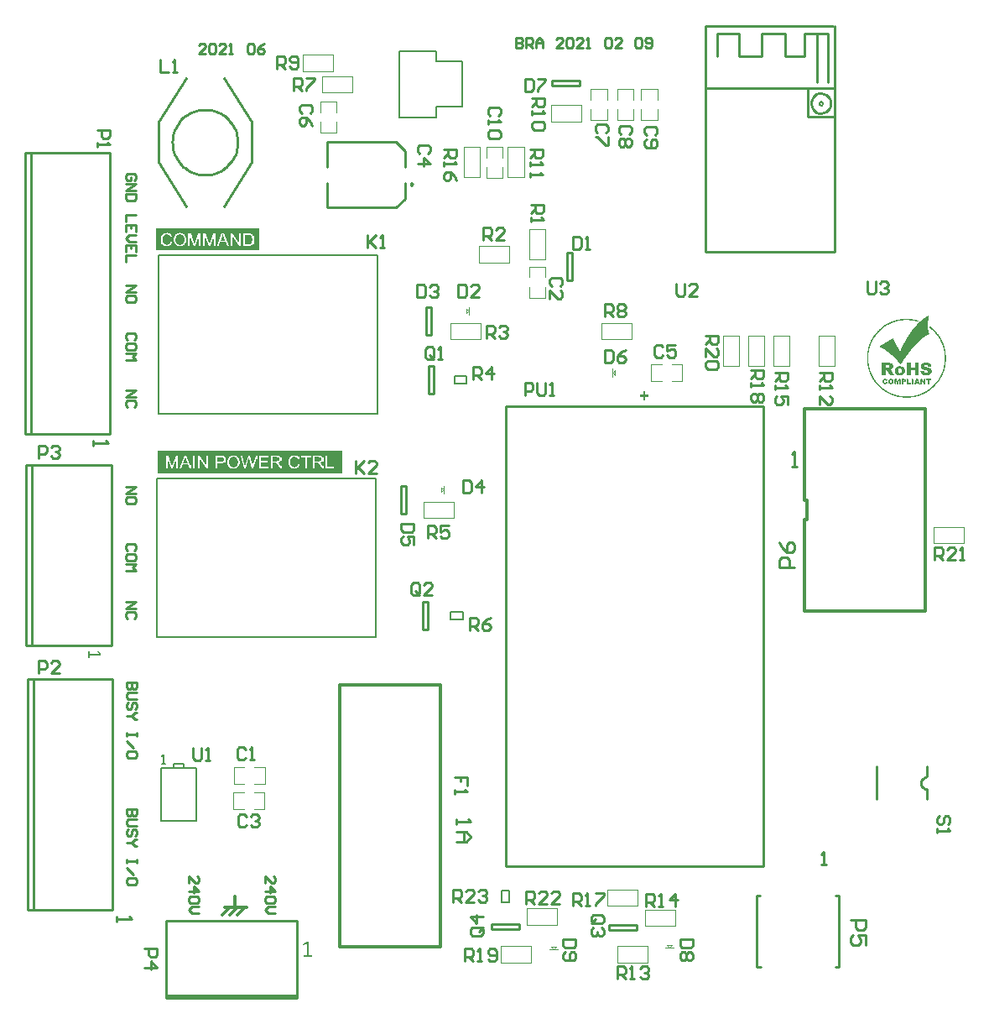
<source format=gto>
G04*
G04 #@! TF.GenerationSoftware,Altium Limited,Altium Designer,21.0.8 (223)*
G04*
G04 Layer_Color=65535*
%FSLAX25Y25*%
%MOIN*%
G70*
G04*
G04 #@! TF.SameCoordinates,790BC176-E466-43CB-AF78-98272D84D4DC*
G04*
G04*
G04 #@! TF.FilePolarity,Positive*
G04*
G01*
G75*
%ADD10C,0.01000*%
%ADD11C,0.00787*%
%ADD12C,0.00984*%
%ADD13C,0.01190*%
%ADD14C,0.00500*%
%ADD15C,0.00394*%
%ADD16C,0.00300*%
%ADD17C,0.00790*%
%ADD18C,0.00050*%
G36*
X352503Y272294D02*
X353605D01*
Y272209D01*
X354283D01*
Y272124D01*
X354792D01*
Y272040D01*
X355300D01*
Y271955D01*
X355639D01*
Y271870D01*
X355893D01*
Y271785D01*
X356233D01*
Y271701D01*
X356487D01*
Y271616D01*
X356656D01*
Y271531D01*
X356572D01*
Y271446D01*
X356487D01*
Y271361D01*
X356402D01*
Y271277D01*
X356317D01*
Y271192D01*
X356148D01*
Y271277D01*
X355809D01*
Y271361D01*
X355470D01*
Y271446D01*
X355131D01*
Y271531D01*
X354792D01*
Y271616D01*
X354368D01*
Y271701D01*
X353859D01*
Y271785D01*
X353012D01*
Y271870D01*
X350469D01*
Y271785D01*
X349707D01*
Y271701D01*
X349198D01*
Y271616D01*
X348690D01*
Y271531D01*
X348351D01*
Y271446D01*
X348012D01*
Y271361D01*
X347673D01*
Y271277D01*
X347418D01*
Y271192D01*
X347079D01*
Y271107D01*
X346825D01*
Y271023D01*
X346571D01*
Y270938D01*
X346402D01*
Y270853D01*
X346147D01*
Y270768D01*
X345978D01*
Y270684D01*
X345724D01*
Y270599D01*
X345554D01*
Y270514D01*
X345385D01*
Y270429D01*
X345215D01*
Y270344D01*
X345045D01*
Y270260D01*
X344876D01*
Y270175D01*
X344707D01*
Y270090D01*
X344537D01*
Y270005D01*
X344368D01*
Y269921D01*
X344198D01*
Y269836D01*
X344028D01*
Y269751D01*
X343944D01*
Y269667D01*
X343774D01*
Y269582D01*
X343605D01*
Y269497D01*
X343520D01*
Y269412D01*
X343351D01*
Y269327D01*
X343266D01*
Y269243D01*
X343096D01*
Y269158D01*
X343011D01*
Y269073D01*
X342842D01*
Y268988D01*
X342757D01*
Y268904D01*
X342672D01*
Y268819D01*
X342588D01*
Y268734D01*
X342418D01*
Y268650D01*
X342334D01*
Y268565D01*
X342249D01*
Y268480D01*
X342079D01*
Y268395D01*
X341995D01*
Y268310D01*
X341910D01*
Y268226D01*
X341825D01*
Y268141D01*
X341740D01*
Y268056D01*
X341655D01*
Y267971D01*
X341486D01*
Y267887D01*
X341401D01*
Y267802D01*
X341317D01*
Y267717D01*
X341232D01*
Y267633D01*
X341147D01*
Y267548D01*
X341062D01*
Y267463D01*
X340978D01*
Y267378D01*
X340893D01*
Y267294D01*
X340808D01*
Y267209D01*
X340723D01*
Y267124D01*
X340638D01*
Y267039D01*
X340554D01*
Y266954D01*
X340469D01*
Y266870D01*
Y266785D01*
X340384D01*
Y266700D01*
X340300D01*
Y266616D01*
X340215D01*
Y266531D01*
X340130D01*
Y266446D01*
X340045D01*
Y266361D01*
X339961D01*
Y266277D01*
Y266192D01*
X339876D01*
Y266107D01*
X339791D01*
Y266022D01*
X339706D01*
Y265937D01*
X339621D01*
Y265853D01*
Y265768D01*
X339537D01*
Y265683D01*
X339452D01*
Y265599D01*
X339367D01*
Y265514D01*
Y265429D01*
X339282D01*
Y265344D01*
X339198D01*
Y265260D01*
Y265175D01*
X339113D01*
Y265090D01*
X339028D01*
Y265005D01*
Y264920D01*
X338944D01*
Y264836D01*
X338859D01*
Y264751D01*
Y264666D01*
X338774D01*
Y264581D01*
Y264497D01*
X338689D01*
Y264412D01*
X338604D01*
Y264327D01*
Y264243D01*
X338520D01*
Y264158D01*
Y264073D01*
X338435D01*
Y263988D01*
X338350D01*
Y263903D01*
Y263819D01*
X338265D01*
Y263734D01*
Y263649D01*
X338181D01*
Y263564D01*
Y263480D01*
X338096D01*
Y263395D01*
Y263310D01*
X338011D01*
Y263226D01*
Y263141D01*
X337927D01*
Y263056D01*
Y262971D01*
X337842D01*
Y262887D01*
Y262802D01*
Y262717D01*
X337757D01*
Y262632D01*
Y262547D01*
X337672D01*
Y262463D01*
Y262378D01*
Y262293D01*
X337587D01*
Y262209D01*
Y262124D01*
X337503D01*
Y262039D01*
Y261954D01*
Y261870D01*
X337418D01*
Y261785D01*
Y261700D01*
Y261615D01*
X337333D01*
Y261530D01*
Y261446D01*
Y261361D01*
X337248D01*
Y261276D01*
Y261192D01*
Y261107D01*
X337164D01*
Y261022D01*
Y260937D01*
Y260853D01*
Y260768D01*
X337079D01*
Y260683D01*
Y260598D01*
Y260513D01*
X336994D01*
Y260429D01*
Y260344D01*
Y260259D01*
Y260174D01*
X336910D01*
Y260090D01*
Y260005D01*
Y259920D01*
Y259836D01*
Y259751D01*
X336825D01*
Y259666D01*
Y259581D01*
Y259496D01*
Y259412D01*
Y259327D01*
X336740D01*
Y259242D01*
Y259157D01*
Y259073D01*
Y258988D01*
Y258903D01*
Y258819D01*
X336655D01*
Y258734D01*
Y258649D01*
Y258564D01*
Y258479D01*
Y258395D01*
Y258310D01*
Y258225D01*
Y258140D01*
Y258056D01*
X336571D01*
Y257971D01*
Y257886D01*
Y257802D01*
Y257717D01*
Y257632D01*
Y257547D01*
Y257463D01*
Y257378D01*
Y257293D01*
Y257208D01*
Y257123D01*
Y257039D01*
Y256954D01*
Y256869D01*
Y256785D01*
Y256700D01*
Y256615D01*
Y256530D01*
Y256446D01*
Y256361D01*
Y256276D01*
Y256191D01*
Y256106D01*
Y256022D01*
Y255937D01*
Y255852D01*
Y255767D01*
Y255683D01*
Y255598D01*
Y255513D01*
Y255429D01*
X336655D01*
Y255344D01*
Y255259D01*
Y255174D01*
Y255089D01*
Y255005D01*
Y254920D01*
Y254835D01*
Y254750D01*
Y254666D01*
Y254581D01*
X336740D01*
Y254496D01*
Y254412D01*
Y254327D01*
Y254242D01*
Y254157D01*
Y254072D01*
X336825D01*
Y253988D01*
Y253903D01*
Y253818D01*
Y253733D01*
Y253649D01*
X336910D01*
Y253564D01*
Y253479D01*
Y253395D01*
Y253310D01*
X336994D01*
Y253225D01*
Y253140D01*
Y253056D01*
Y252971D01*
Y252886D01*
X337079D01*
Y252801D01*
Y252716D01*
Y252632D01*
X337164D01*
Y252547D01*
Y252462D01*
Y252378D01*
Y252293D01*
X337248D01*
Y252208D01*
Y252123D01*
Y252039D01*
X337333D01*
Y251954D01*
Y251869D01*
Y251784D01*
X337418D01*
Y251699D01*
Y251615D01*
Y251530D01*
X337503D01*
Y251445D01*
Y251361D01*
Y251276D01*
X337587D01*
Y251191D01*
Y251106D01*
X337672D01*
Y251022D01*
Y250937D01*
Y250852D01*
X337757D01*
Y250767D01*
Y250682D01*
X337842D01*
Y250598D01*
Y250513D01*
X337927D01*
Y250428D01*
Y250343D01*
X338011D01*
Y250259D01*
Y250174D01*
X338096D01*
Y250089D01*
Y250005D01*
X338181D01*
Y249920D01*
Y249835D01*
Y249750D01*
X338265D01*
Y249665D01*
X338350D01*
Y249581D01*
Y249496D01*
X338435D01*
Y249411D01*
Y249326D01*
X338520D01*
Y249242D01*
Y249157D01*
X338604D01*
Y249072D01*
Y248988D01*
X338689D01*
Y248903D01*
X338774D01*
Y248818D01*
Y248733D01*
X338859D01*
Y248649D01*
Y248564D01*
X338944D01*
Y248479D01*
X339028D01*
Y248394D01*
Y248309D01*
X339113D01*
Y248225D01*
X339198D01*
Y248140D01*
X339282D01*
Y248055D01*
Y247971D01*
X339367D01*
Y247886D01*
X339452D01*
Y247801D01*
Y247716D01*
X339537D01*
Y247632D01*
X339621D01*
Y247547D01*
Y247462D01*
X339706D01*
Y247377D01*
X339791D01*
Y247292D01*
X339876D01*
Y247208D01*
X339961D01*
Y247123D01*
Y247038D01*
X340045D01*
Y246954D01*
X340130D01*
Y246869D01*
X340215D01*
Y246784D01*
X340300D01*
Y246699D01*
X340384D01*
Y246615D01*
X340469D01*
Y246530D01*
X340554D01*
Y246445D01*
Y246360D01*
X340723D01*
Y246275D01*
Y246191D01*
X340808D01*
Y246106D01*
X340978D01*
Y246021D01*
Y245936D01*
X341062D01*
Y245852D01*
X341147D01*
Y245767D01*
X341232D01*
Y245682D01*
X341401D01*
Y245598D01*
X341486D01*
Y245513D01*
X341571D01*
Y245428D01*
X341655D01*
Y245343D01*
X341740D01*
Y245258D01*
X341825D01*
Y245174D01*
X341910D01*
Y245089D01*
X341995D01*
Y245004D01*
X342164D01*
Y244919D01*
X342249D01*
Y244835D01*
X342334D01*
Y244750D01*
X342418D01*
Y244665D01*
X342588D01*
Y244581D01*
X342672D01*
Y244496D01*
X342757D01*
Y244411D01*
X342927D01*
Y244326D01*
X343011D01*
Y244241D01*
X343181D01*
Y244157D01*
X343266D01*
Y244072D01*
X343435D01*
Y243987D01*
X343520D01*
Y243902D01*
X343689D01*
Y243818D01*
X343774D01*
Y243733D01*
X343944D01*
Y243648D01*
X344113D01*
Y243564D01*
X344198D01*
Y243479D01*
X344368D01*
Y243394D01*
X344537D01*
Y243309D01*
X344707D01*
Y243225D01*
X344876D01*
Y243140D01*
X345045D01*
Y243055D01*
X345215D01*
Y242970D01*
X345385D01*
Y242885D01*
X345554D01*
Y242801D01*
X345724D01*
Y242716D01*
X345978D01*
Y242631D01*
X346232D01*
Y242547D01*
X346402D01*
Y242462D01*
X346656D01*
Y242377D01*
X346910D01*
Y242292D01*
X347164D01*
Y242208D01*
X347418D01*
Y242123D01*
X347758D01*
Y242038D01*
X348012D01*
Y241953D01*
X348435D01*
Y241868D01*
X348775D01*
Y241784D01*
X349283D01*
Y241699D01*
X349792D01*
Y241614D01*
X350724D01*
Y241529D01*
X352758D01*
Y241614D01*
X353690D01*
Y241699D01*
X354199D01*
Y241784D01*
X354707D01*
Y241868D01*
X355131D01*
Y241953D01*
X355470D01*
Y242038D01*
X355724D01*
Y242123D01*
X356063D01*
Y242208D01*
X356317D01*
Y242292D01*
X356656D01*
Y242377D01*
X356826D01*
Y242462D01*
X357080D01*
Y242547D01*
X357334D01*
Y242631D01*
X357504D01*
Y242716D01*
X357758D01*
Y242801D01*
X357927D01*
Y242885D01*
X358097D01*
Y242970D01*
X358351D01*
Y243055D01*
X358436D01*
Y243140D01*
X358606D01*
Y243225D01*
X358775D01*
Y243309D01*
X358945D01*
Y243394D01*
X359114D01*
Y243479D01*
X359283D01*
Y243564D01*
X359453D01*
Y243648D01*
X359538D01*
Y243733D01*
X359707D01*
Y243818D01*
X359877D01*
Y243902D01*
X359962D01*
Y243987D01*
X360131D01*
Y244072D01*
X360216D01*
Y244157D01*
X360385D01*
Y244241D01*
X360470D01*
Y244326D01*
X360640D01*
Y244411D01*
X360724D01*
Y244496D01*
X360809D01*
Y244581D01*
X360979D01*
Y244665D01*
X361063D01*
Y244750D01*
X361148D01*
Y244835D01*
X361233D01*
Y244919D01*
X361402D01*
Y245004D01*
X361487D01*
Y245089D01*
X361572D01*
Y245174D01*
X361656D01*
Y245258D01*
X361741D01*
Y245343D01*
X361911D01*
Y245428D01*
X361996D01*
Y245513D01*
X362080D01*
Y245598D01*
X362165D01*
Y245682D01*
X362250D01*
Y245767D01*
X362334D01*
Y245852D01*
X362419D01*
Y245936D01*
X362504D01*
Y246021D01*
X362589D01*
Y246106D01*
X362673D01*
Y246191D01*
X362758D01*
Y246275D01*
X362843D01*
Y246360D01*
X362928D01*
Y246445D01*
X363013D01*
Y246530D01*
X363097D01*
Y246615D01*
X363182D01*
Y246699D01*
X363267D01*
Y246784D01*
Y246869D01*
X363351D01*
Y246954D01*
X363436D01*
Y247038D01*
X363521D01*
Y247123D01*
X363606D01*
Y247208D01*
Y247292D01*
X363690D01*
Y247377D01*
X363775D01*
Y247462D01*
X363860D01*
Y247547D01*
X363945D01*
Y247632D01*
Y247716D01*
X364030D01*
Y247801D01*
X364114D01*
Y247886D01*
X364199D01*
Y247971D01*
Y248055D01*
X364284D01*
Y248140D01*
X364369D01*
Y248225D01*
Y248309D01*
X364453D01*
Y248394D01*
X364538D01*
Y248479D01*
Y248564D01*
X364623D01*
Y248649D01*
X364707D01*
Y248733D01*
Y248818D01*
X364792D01*
Y248903D01*
Y248988D01*
X364877D01*
Y249072D01*
X364962D01*
Y249157D01*
Y249242D01*
X365047D01*
Y249326D01*
Y249411D01*
X365131D01*
Y249496D01*
Y249581D01*
X365216D01*
Y249665D01*
Y249750D01*
X365301D01*
Y249835D01*
Y249920D01*
X365386D01*
Y250005D01*
Y250089D01*
X365470D01*
Y250174D01*
Y250259D01*
X365555D01*
Y250343D01*
Y250428D01*
X365640D01*
Y250513D01*
Y250598D01*
X365724D01*
Y250682D01*
Y250767D01*
Y250852D01*
X365809D01*
Y250937D01*
Y251022D01*
X365894D01*
Y251106D01*
Y251191D01*
X365979D01*
Y251276D01*
Y251361D01*
Y251445D01*
X366063D01*
Y251530D01*
Y251615D01*
Y251699D01*
X366148D01*
Y251784D01*
Y251869D01*
Y251954D01*
X366233D01*
Y252039D01*
Y252123D01*
Y252208D01*
X366318D01*
Y252293D01*
Y252378D01*
Y252462D01*
X366403D01*
Y252547D01*
Y252632D01*
Y252716D01*
Y252801D01*
X366487D01*
Y252886D01*
Y252971D01*
Y253056D01*
Y253140D01*
X366572D01*
Y253225D01*
Y253310D01*
Y253395D01*
Y253479D01*
X366657D01*
Y253564D01*
Y253649D01*
Y253733D01*
Y253818D01*
Y253903D01*
X366741D01*
Y253988D01*
Y254072D01*
Y254157D01*
Y254242D01*
Y254327D01*
Y254412D01*
X366826D01*
Y254496D01*
Y254581D01*
Y254666D01*
Y254750D01*
Y254835D01*
Y254920D01*
Y255005D01*
Y255089D01*
Y255174D01*
X366911D01*
Y255259D01*
Y255344D01*
Y255429D01*
Y255513D01*
Y255598D01*
Y255683D01*
Y255767D01*
Y255852D01*
Y255937D01*
Y256022D01*
Y256106D01*
Y256191D01*
Y256276D01*
Y256361D01*
Y256446D01*
Y256530D01*
X366996D01*
Y256615D01*
Y256700D01*
Y256785D01*
X366911D01*
Y256869D01*
Y256954D01*
Y257039D01*
Y257123D01*
Y257208D01*
Y257293D01*
Y257378D01*
Y257463D01*
Y257547D01*
Y257632D01*
Y257717D01*
Y257802D01*
Y257886D01*
Y257971D01*
Y258056D01*
Y258140D01*
Y258225D01*
Y258310D01*
X366826D01*
Y258395D01*
Y258479D01*
Y258564D01*
Y258649D01*
Y258734D01*
Y258819D01*
Y258903D01*
Y258988D01*
X366741D01*
Y259073D01*
Y259157D01*
Y259242D01*
Y259327D01*
Y259412D01*
Y259496D01*
X366657D01*
Y259581D01*
Y259666D01*
Y259751D01*
Y259836D01*
Y259920D01*
X366572D01*
Y260005D01*
Y260090D01*
Y260174D01*
Y260259D01*
X366487D01*
Y260344D01*
Y260429D01*
Y260513D01*
Y260598D01*
X366403D01*
Y260683D01*
Y260768D01*
Y260853D01*
Y260937D01*
X366318D01*
Y261022D01*
Y261107D01*
Y261192D01*
X366233D01*
Y261276D01*
Y261361D01*
Y261446D01*
X366148D01*
Y261530D01*
Y261615D01*
Y261700D01*
X366063D01*
Y261785D01*
Y261870D01*
Y261954D01*
X365979D01*
Y262039D01*
Y262124D01*
Y262209D01*
X365894D01*
Y262293D01*
Y262378D01*
X365809D01*
Y262463D01*
Y262547D01*
Y262632D01*
X365724D01*
Y262717D01*
Y262802D01*
X365640D01*
Y262887D01*
Y262971D01*
X365555D01*
Y263056D01*
Y263141D01*
X365470D01*
Y263226D01*
Y263310D01*
Y263395D01*
X365386D01*
Y263480D01*
X365301D01*
Y263564D01*
Y263649D01*
X365216D01*
Y263734D01*
Y263819D01*
X365131D01*
Y263903D01*
Y263988D01*
X365047D01*
Y264073D01*
Y264158D01*
X364962D01*
Y264243D01*
Y264327D01*
X364877D01*
Y264412D01*
X364792D01*
Y264497D01*
Y264581D01*
X364707D01*
Y264666D01*
Y264751D01*
X364623D01*
Y264836D01*
X364538D01*
Y264920D01*
Y265005D01*
X364453D01*
Y265090D01*
X364369D01*
Y265175D01*
Y265260D01*
X364284D01*
Y265344D01*
X364199D01*
Y265429D01*
Y265514D01*
X364114D01*
Y265599D01*
X364030D01*
Y265683D01*
Y265768D01*
X363945D01*
Y265853D01*
X363860D01*
Y265937D01*
X363775D01*
Y266022D01*
X363690D01*
Y266107D01*
Y266192D01*
X363606D01*
Y266277D01*
X363521D01*
Y266361D01*
X363436D01*
Y266446D01*
X363351D01*
Y266531D01*
Y266616D01*
X363267D01*
Y266700D01*
X363182D01*
Y266785D01*
X363097D01*
Y266870D01*
X363013D01*
Y266954D01*
X362928D01*
Y267039D01*
X362843D01*
Y267124D01*
X362758D01*
Y267209D01*
X362673D01*
Y267294D01*
X362589D01*
Y267378D01*
X362504D01*
Y267463D01*
X362419D01*
Y267548D01*
X362334D01*
Y267633D01*
X362250D01*
Y267717D01*
X362165D01*
Y267802D01*
X362080D01*
Y267887D01*
X361996D01*
Y267971D01*
X361911D01*
Y268056D01*
X361826D01*
Y268141D01*
X361656D01*
Y268226D01*
X361572D01*
Y268310D01*
X361487D01*
Y268395D01*
X361402D01*
Y268480D01*
X361317D01*
Y268565D01*
X361148D01*
Y268650D01*
X361063D01*
Y268734D01*
X360979D01*
Y268819D01*
X360894D01*
Y268904D01*
X360809D01*
Y268988D01*
X360724D01*
Y269073D01*
Y269158D01*
Y269243D01*
Y269327D01*
Y269412D01*
Y269497D01*
Y269582D01*
X360809D01*
Y269497D01*
X360979D01*
Y269412D01*
X361063D01*
Y269327D01*
X361148D01*
Y269243D01*
X361317D01*
Y269158D01*
X361402D01*
Y269073D01*
X361487D01*
Y268988D01*
X361572D01*
Y268904D01*
X361741D01*
Y268819D01*
X361826D01*
Y268734D01*
X361911D01*
Y268650D01*
X361996D01*
Y268565D01*
X362080D01*
Y268480D01*
X362165D01*
Y268395D01*
X362334D01*
Y268310D01*
X362419D01*
Y268226D01*
X362504D01*
Y268141D01*
X362589D01*
Y268056D01*
X362673D01*
Y267971D01*
X362758D01*
Y267887D01*
X362843D01*
Y267802D01*
X362928D01*
Y267717D01*
X363013D01*
Y267633D01*
X363097D01*
Y267548D01*
X363182D01*
Y267463D01*
X363267D01*
Y267378D01*
X363351D01*
Y267294D01*
X363436D01*
Y267209D01*
X363521D01*
Y267124D01*
Y267039D01*
X363606D01*
Y266954D01*
X363690D01*
Y266870D01*
X363775D01*
Y266785D01*
X363860D01*
Y266700D01*
X363945D01*
Y266616D01*
X364030D01*
Y266531D01*
Y266446D01*
X364114D01*
Y266361D01*
X364199D01*
Y266277D01*
X364284D01*
Y266192D01*
X364369D01*
Y266107D01*
Y266022D01*
X364453D01*
Y265937D01*
X364538D01*
Y265853D01*
X364623D01*
Y265768D01*
Y265683D01*
X364707D01*
Y265599D01*
X364792D01*
Y265514D01*
Y265429D01*
X364877D01*
Y265344D01*
X364962D01*
Y265260D01*
Y265175D01*
X365047D01*
Y265090D01*
Y265005D01*
X365131D01*
Y264920D01*
X365216D01*
Y264836D01*
Y264751D01*
X365301D01*
Y264666D01*
X365386D01*
Y264581D01*
Y264497D01*
X365470D01*
Y264412D01*
Y264327D01*
X365555D01*
Y264243D01*
Y264158D01*
X365640D01*
Y264073D01*
Y263988D01*
X365724D01*
Y263903D01*
Y263819D01*
X365809D01*
Y263734D01*
Y263649D01*
X365894D01*
Y263564D01*
X365979D01*
Y263480D01*
Y263395D01*
Y263310D01*
X366063D01*
Y263226D01*
Y263141D01*
X366148D01*
Y263056D01*
Y262971D01*
X366233D01*
Y262887D01*
Y262802D01*
X366318D01*
Y262717D01*
Y262632D01*
Y262547D01*
X366403D01*
Y262463D01*
Y262378D01*
X366487D01*
Y262293D01*
Y262209D01*
Y262124D01*
X366572D01*
Y262039D01*
Y261954D01*
Y261870D01*
X366657D01*
Y261785D01*
Y261700D01*
Y261615D01*
X366741D01*
Y261530D01*
Y261446D01*
Y261361D01*
Y261276D01*
X366826D01*
Y261192D01*
Y261107D01*
Y261022D01*
X366911D01*
Y260937D01*
Y260853D01*
Y260768D01*
X366996D01*
Y260683D01*
Y260598D01*
Y260513D01*
Y260429D01*
Y260344D01*
X367080D01*
Y260259D01*
Y260174D01*
Y260090D01*
Y260005D01*
Y259920D01*
X367165D01*
Y259836D01*
Y259751D01*
Y259666D01*
Y259581D01*
Y259496D01*
X367250D01*
Y259412D01*
Y259327D01*
Y259242D01*
Y259157D01*
Y259073D01*
Y258988D01*
Y258903D01*
X367335D01*
Y258819D01*
Y258734D01*
Y258649D01*
Y258564D01*
Y258479D01*
Y258395D01*
Y258310D01*
Y258225D01*
Y258140D01*
Y258056D01*
X367420D01*
Y257971D01*
Y257886D01*
Y257802D01*
Y257717D01*
Y257632D01*
Y257547D01*
Y257463D01*
Y257378D01*
Y257293D01*
Y257208D01*
Y257123D01*
Y257039D01*
Y256954D01*
Y256869D01*
Y256785D01*
Y256700D01*
Y256615D01*
Y256530D01*
Y256446D01*
Y256361D01*
Y256276D01*
Y256191D01*
Y256106D01*
Y256022D01*
Y255937D01*
Y255852D01*
Y255767D01*
Y255683D01*
Y255598D01*
Y255513D01*
Y255429D01*
Y255344D01*
X367335D01*
Y255259D01*
Y255174D01*
Y255089D01*
Y255005D01*
Y254920D01*
Y254835D01*
Y254750D01*
Y254666D01*
Y254581D01*
Y254496D01*
X367250D01*
Y254412D01*
Y254327D01*
Y254242D01*
Y254157D01*
Y254072D01*
Y253988D01*
Y253903D01*
X367165D01*
Y253818D01*
Y253733D01*
Y253649D01*
Y253564D01*
Y253479D01*
X367080D01*
Y253395D01*
Y253310D01*
Y253225D01*
Y253140D01*
Y253056D01*
X366996D01*
Y252971D01*
Y252886D01*
Y252801D01*
Y252716D01*
X366911D01*
Y252632D01*
Y252547D01*
Y252462D01*
X366826D01*
Y252378D01*
Y252293D01*
Y252208D01*
Y252123D01*
Y252039D01*
X366741D01*
Y251954D01*
Y251869D01*
Y251784D01*
X366657D01*
Y251699D01*
Y251615D01*
Y251530D01*
X366572D01*
Y251445D01*
Y251361D01*
X366487D01*
Y251276D01*
Y251191D01*
Y251106D01*
X366403D01*
Y251022D01*
Y250937D01*
Y250852D01*
X366318D01*
Y250767D01*
Y250682D01*
X366233D01*
Y250598D01*
Y250513D01*
Y250428D01*
X366148D01*
Y250343D01*
Y250259D01*
X366063D01*
Y250174D01*
Y250089D01*
X365979D01*
Y250005D01*
Y249920D01*
X365894D01*
Y249835D01*
Y249750D01*
X365809D01*
Y249665D01*
Y249581D01*
X365724D01*
Y249496D01*
Y249411D01*
X365640D01*
Y249326D01*
Y249242D01*
X365555D01*
Y249157D01*
Y249072D01*
X365470D01*
Y248988D01*
Y248903D01*
X365386D01*
Y248818D01*
X365301D01*
Y248733D01*
Y248649D01*
X365216D01*
Y248564D01*
Y248479D01*
X365131D01*
Y248394D01*
X365047D01*
Y248309D01*
Y248225D01*
X364962D01*
Y248140D01*
Y248055D01*
X364877D01*
Y247971D01*
X364792D01*
Y247886D01*
X364707D01*
Y247801D01*
Y247716D01*
X364623D01*
Y247632D01*
X364538D01*
Y247547D01*
Y247462D01*
X364453D01*
Y247377D01*
X364369D01*
Y247292D01*
X364284D01*
Y247208D01*
Y247123D01*
X364199D01*
Y247038D01*
X364114D01*
Y246954D01*
X364030D01*
Y246869D01*
Y246784D01*
X363945D01*
Y246699D01*
X363860D01*
Y246615D01*
X363775D01*
Y246530D01*
X363690D01*
Y246445D01*
X363606D01*
Y246360D01*
X363521D01*
Y246275D01*
X363436D01*
Y246191D01*
X363351D01*
Y246106D01*
Y246021D01*
X363267D01*
Y245936D01*
X363182D01*
Y245852D01*
X363097D01*
Y245767D01*
X363013D01*
Y245682D01*
X362928D01*
Y245598D01*
X362843D01*
Y245513D01*
X362758D01*
Y245428D01*
X362673D01*
Y245343D01*
X362589D01*
Y245258D01*
X362504D01*
Y245174D01*
X362419D01*
Y245089D01*
X362250D01*
Y245004D01*
X362165D01*
Y244919D01*
X362080D01*
Y244835D01*
X361996D01*
Y244750D01*
X361911D01*
Y244665D01*
X361826D01*
Y244581D01*
X361656D01*
Y244496D01*
X361572D01*
Y244411D01*
X361487D01*
Y244326D01*
X361402D01*
Y244241D01*
X361233D01*
Y244157D01*
X361148D01*
Y244072D01*
X361063D01*
Y243987D01*
X360894D01*
Y243902D01*
X360809D01*
Y243818D01*
X360724D01*
Y243733D01*
X360555D01*
Y243648D01*
X360470D01*
Y243564D01*
X360300D01*
Y243479D01*
X360216D01*
Y243394D01*
X360046D01*
Y243309D01*
X359877D01*
Y243225D01*
X359792D01*
Y243140D01*
X359623D01*
Y243055D01*
X359453D01*
Y242970D01*
X359283D01*
Y242885D01*
X359114D01*
Y242801D01*
X359029D01*
Y242716D01*
X358860D01*
Y242631D01*
X358606D01*
Y242547D01*
X358436D01*
Y242462D01*
X358266D01*
Y242377D01*
X358097D01*
Y242292D01*
X357927D01*
Y242208D01*
X357673D01*
Y242123D01*
X357504D01*
Y242038D01*
X357249D01*
Y241953D01*
X356995D01*
Y241868D01*
X356741D01*
Y241784D01*
X356487D01*
Y241699D01*
X356233D01*
Y241614D01*
X355893D01*
Y241529D01*
X355555D01*
Y241445D01*
X355131D01*
Y241360D01*
X354707D01*
Y241275D01*
X354199D01*
Y241191D01*
X353436D01*
Y241106D01*
X350131D01*
Y241191D01*
X349368D01*
Y241275D01*
X348775D01*
Y241360D01*
X348351D01*
Y241445D01*
X347927D01*
Y241529D01*
X347588D01*
Y241614D01*
X347334D01*
Y241699D01*
X347079D01*
Y241784D01*
X346741D01*
Y241868D01*
X346486D01*
Y241953D01*
X346232D01*
Y242038D01*
X346062D01*
Y242123D01*
X345808D01*
Y242208D01*
X345639D01*
Y242292D01*
X345385D01*
Y242377D01*
X345215D01*
Y242462D01*
X345045D01*
Y242547D01*
X344876D01*
Y242631D01*
X344707D01*
Y242716D01*
X344537D01*
Y242801D01*
X344368D01*
Y242885D01*
X344198D01*
Y242970D01*
X344028D01*
Y243055D01*
X343859D01*
Y243140D01*
X343774D01*
Y243225D01*
X343605D01*
Y243309D01*
X343435D01*
Y243394D01*
X343351D01*
Y243479D01*
X343181D01*
Y243564D01*
X343096D01*
Y243648D01*
X342927D01*
Y243733D01*
X342842D01*
Y243818D01*
X342672D01*
Y243902D01*
X342588D01*
Y243987D01*
X342503D01*
Y244072D01*
X342334D01*
Y244157D01*
X342249D01*
Y244241D01*
X342164D01*
Y244326D01*
X341995D01*
Y244411D01*
X341910D01*
Y244496D01*
X341825D01*
Y244581D01*
X341740D01*
Y244665D01*
X341655D01*
Y244750D01*
X341486D01*
Y244835D01*
X341401D01*
Y244919D01*
X341317D01*
Y245004D01*
X341232D01*
Y245089D01*
X341147D01*
Y245174D01*
X341062D01*
Y245258D01*
X340978D01*
Y245343D01*
X340893D01*
Y245428D01*
X340808D01*
Y245513D01*
X340723D01*
Y245598D01*
X340638D01*
Y245682D01*
X340554D01*
Y245767D01*
X340469D01*
Y245852D01*
X340384D01*
Y245936D01*
X340300D01*
Y246021D01*
X340215D01*
Y246106D01*
X340130D01*
Y246191D01*
X340045D01*
Y246275D01*
X339961D01*
Y246360D01*
X339876D01*
Y246445D01*
X339791D01*
Y246530D01*
X339706D01*
Y246615D01*
X339621D01*
Y246699D01*
Y246784D01*
X339537D01*
Y246869D01*
X339452D01*
Y246954D01*
X339367D01*
Y247038D01*
X339282D01*
Y247123D01*
Y247208D01*
X339198D01*
Y247292D01*
X339113D01*
Y247377D01*
X339028D01*
Y247462D01*
Y247547D01*
X338944D01*
Y247632D01*
X338859D01*
Y247716D01*
X338774D01*
Y247801D01*
Y247886D01*
X338689D01*
Y247971D01*
Y248055D01*
X338604D01*
Y248140D01*
X338520D01*
Y248225D01*
Y248309D01*
X338435D01*
Y248394D01*
X338350D01*
Y248479D01*
Y248564D01*
X338265D01*
Y248649D01*
Y248733D01*
X338181D01*
Y248818D01*
X338096D01*
Y248903D01*
Y248988D01*
X338011D01*
Y249072D01*
Y249157D01*
X337927D01*
Y249242D01*
X337842D01*
Y249326D01*
Y249411D01*
X337757D01*
Y249496D01*
Y249581D01*
X337672D01*
Y249665D01*
Y249750D01*
X337587D01*
Y249835D01*
Y249920D01*
Y250005D01*
X337503D01*
Y250089D01*
Y250174D01*
X337418D01*
Y250259D01*
Y250343D01*
X337333D01*
Y250428D01*
Y250513D01*
X337248D01*
Y250598D01*
Y250682D01*
Y250767D01*
X337164D01*
Y250852D01*
Y250937D01*
X337079D01*
Y251022D01*
Y251106D01*
Y251191D01*
X336994D01*
Y251276D01*
Y251361D01*
Y251445D01*
X336910D01*
Y251530D01*
Y251615D01*
X336825D01*
Y251699D01*
Y251784D01*
Y251869D01*
Y251954D01*
X336740D01*
Y252039D01*
Y252123D01*
Y252208D01*
X336655D01*
Y252293D01*
Y252378D01*
Y252462D01*
X336571D01*
Y252547D01*
Y252632D01*
Y252716D01*
Y252801D01*
X336486D01*
Y252886D01*
Y252971D01*
Y253056D01*
Y253140D01*
X336401D01*
Y253225D01*
Y253310D01*
Y253395D01*
Y253479D01*
Y253564D01*
Y253649D01*
X336316D01*
Y253733D01*
Y253818D01*
Y253903D01*
Y253988D01*
Y254072D01*
X336231D01*
Y254157D01*
Y254242D01*
Y254327D01*
Y254412D01*
Y254496D01*
Y254581D01*
Y254666D01*
Y254750D01*
X336147D01*
Y254835D01*
Y254920D01*
Y255005D01*
Y255089D01*
Y255174D01*
Y255259D01*
Y255344D01*
Y255429D01*
Y255513D01*
Y255598D01*
Y255683D01*
Y255767D01*
X336062D01*
Y255852D01*
Y255937D01*
Y256022D01*
Y256106D01*
Y256191D01*
Y256276D01*
Y256361D01*
Y256446D01*
Y256530D01*
Y256615D01*
Y256700D01*
Y256785D01*
Y256869D01*
Y256954D01*
Y257039D01*
Y257123D01*
Y257208D01*
Y257293D01*
Y257378D01*
Y257463D01*
Y257547D01*
Y257632D01*
X336147D01*
Y257717D01*
Y257802D01*
Y257886D01*
Y257971D01*
Y258056D01*
Y258140D01*
Y258225D01*
Y258310D01*
Y258395D01*
Y258479D01*
Y258564D01*
Y258649D01*
Y258734D01*
X336231D01*
Y258819D01*
Y258903D01*
Y258988D01*
Y259073D01*
Y259157D01*
Y259242D01*
Y259327D01*
X336316D01*
Y259412D01*
Y259496D01*
Y259581D01*
Y259666D01*
Y259751D01*
X336401D01*
Y259836D01*
Y259920D01*
Y260005D01*
Y260090D01*
Y260174D01*
X336486D01*
Y260259D01*
Y260344D01*
Y260429D01*
Y260513D01*
Y260598D01*
X336571D01*
Y260683D01*
Y260768D01*
Y260853D01*
Y260937D01*
X336655D01*
Y261022D01*
Y261107D01*
Y261192D01*
Y261276D01*
X336740D01*
Y261361D01*
Y261446D01*
Y261530D01*
X336825D01*
Y261615D01*
Y261700D01*
Y261785D01*
X336910D01*
Y261870D01*
Y261954D01*
X336994D01*
Y262039D01*
Y262124D01*
Y262209D01*
X337079D01*
Y262293D01*
Y262378D01*
Y262463D01*
X337164D01*
Y262547D01*
Y262632D01*
X337248D01*
Y262717D01*
Y262802D01*
Y262887D01*
X337333D01*
Y262971D01*
Y263056D01*
X337418D01*
Y263141D01*
Y263226D01*
X337503D01*
Y263310D01*
Y263395D01*
Y263480D01*
X337587D01*
Y263564D01*
Y263649D01*
X337672D01*
Y263734D01*
Y263819D01*
X337757D01*
Y263903D01*
Y263988D01*
X337842D01*
Y264073D01*
Y264158D01*
X337927D01*
Y264243D01*
Y264327D01*
X338011D01*
Y264412D01*
X338096D01*
Y264497D01*
Y264581D01*
X338181D01*
Y264666D01*
Y264751D01*
X338265D01*
Y264836D01*
X338350D01*
Y264920D01*
Y265005D01*
X338435D01*
Y265090D01*
Y265175D01*
X338520D01*
Y265260D01*
X338604D01*
Y265344D01*
Y265429D01*
X338689D01*
Y265514D01*
X338774D01*
Y265599D01*
Y265683D01*
X338859D01*
Y265768D01*
X338944D01*
Y265853D01*
X339028D01*
Y265937D01*
Y266022D01*
X339113D01*
Y266107D01*
X339198D01*
Y266192D01*
X339282D01*
Y266277D01*
Y266361D01*
X339367D01*
Y266446D01*
X339452D01*
Y266531D01*
X339537D01*
Y266616D01*
X339621D01*
Y266700D01*
Y266785D01*
X339706D01*
Y266870D01*
X339791D01*
Y266954D01*
X339876D01*
Y267039D01*
X339961D01*
Y267124D01*
X340045D01*
Y267209D01*
X340130D01*
Y267294D01*
X340215D01*
Y267378D01*
X340300D01*
Y267463D01*
Y267548D01*
X340469D01*
Y267633D01*
X340554D01*
Y267717D01*
Y267802D01*
X340723D01*
Y267887D01*
X340808D01*
Y267971D01*
X340893D01*
Y268056D01*
X340978D01*
Y268141D01*
Y268226D01*
X341147D01*
Y268310D01*
X341232D01*
Y268395D01*
X341317D01*
Y268480D01*
X341401D01*
Y268565D01*
X341486D01*
Y268650D01*
X341571D01*
Y268734D01*
X341740D01*
Y268819D01*
X341825D01*
Y268904D01*
X341910D01*
Y268988D01*
X341995D01*
Y269073D01*
X342079D01*
Y269158D01*
X342249D01*
Y269243D01*
X342334D01*
Y269327D01*
X342418D01*
Y269412D01*
X342588D01*
Y269497D01*
X342672D01*
Y269582D01*
X342757D01*
Y269667D01*
X342927D01*
Y269751D01*
X343011D01*
Y269836D01*
X343181D01*
Y269921D01*
X343351D01*
Y270005D01*
X343435D01*
Y270090D01*
X343605D01*
Y270175D01*
X343774D01*
Y270260D01*
X343859D01*
Y270344D01*
X344028D01*
Y270429D01*
X344198D01*
Y270514D01*
X344368D01*
Y270599D01*
X344537D01*
Y270684D01*
X344622D01*
Y270768D01*
X344791D01*
Y270853D01*
X345045D01*
Y270938D01*
X345215D01*
Y271023D01*
X345385D01*
Y271107D01*
X345554D01*
Y271192D01*
X345724D01*
Y271277D01*
X345978D01*
Y271361D01*
X346232D01*
Y271446D01*
X346486D01*
Y271531D01*
X346741D01*
Y271616D01*
X346995D01*
Y271701D01*
X347249D01*
Y271785D01*
X347588D01*
Y271870D01*
X347927D01*
Y271955D01*
X348266D01*
Y272040D01*
X348690D01*
Y272124D01*
X349198D01*
Y272209D01*
X349961D01*
Y272294D01*
X350978D01*
Y272378D01*
X352503D01*
Y272294D01*
D02*
G37*
G36*
X360470Y273565D02*
Y273480D01*
Y273395D01*
Y273311D01*
Y273226D01*
Y273141D01*
Y273057D01*
Y272972D01*
Y272887D01*
Y272802D01*
Y272717D01*
X360385D01*
Y272633D01*
Y272548D01*
Y272463D01*
Y272378D01*
Y272294D01*
Y272209D01*
Y272124D01*
Y272040D01*
Y271955D01*
Y271870D01*
Y271785D01*
X360300D01*
Y271701D01*
Y271616D01*
Y271531D01*
Y271446D01*
Y271361D01*
Y271277D01*
Y271192D01*
Y271107D01*
X360216D01*
Y271023D01*
Y270938D01*
Y270853D01*
Y270768D01*
Y270684D01*
Y270599D01*
Y270514D01*
Y270429D01*
Y270344D01*
Y270260D01*
Y270175D01*
Y270090D01*
Y270005D01*
Y269921D01*
Y269836D01*
Y269751D01*
Y269667D01*
Y269582D01*
Y269497D01*
Y269412D01*
Y269327D01*
Y269243D01*
Y269158D01*
Y269073D01*
Y268988D01*
Y268904D01*
Y268819D01*
Y268734D01*
Y268650D01*
Y268565D01*
Y268480D01*
X360300D01*
Y268395D01*
Y268310D01*
Y268226D01*
Y268141D01*
Y268056D01*
Y267971D01*
Y267887D01*
X360385D01*
Y267802D01*
Y267717D01*
Y267633D01*
Y267548D01*
X360470D01*
Y267463D01*
Y267378D01*
Y267294D01*
Y267209D01*
X360555D01*
Y267124D01*
Y267039D01*
Y266954D01*
Y266870D01*
X360640D01*
Y266785D01*
Y266700D01*
Y266616D01*
X360724D01*
Y266531D01*
Y266446D01*
X360809D01*
Y266361D01*
Y266277D01*
Y266192D01*
X360470D01*
Y266107D01*
X360300D01*
Y266022D01*
X360131D01*
Y265937D01*
X359962D01*
Y265853D01*
X359792D01*
Y265768D01*
X359623D01*
Y265683D01*
X359453D01*
Y265599D01*
X359368D01*
Y265514D01*
X359199D01*
Y265429D01*
X359114D01*
Y265344D01*
X358945D01*
Y265260D01*
X358860D01*
Y265175D01*
X358775D01*
Y265090D01*
X358690D01*
Y265005D01*
X358521D01*
Y264920D01*
X358436D01*
Y264836D01*
X358351D01*
Y264751D01*
X358182D01*
Y264666D01*
X358097D01*
Y264581D01*
X358012D01*
Y264497D01*
X357927D01*
Y264412D01*
X357843D01*
Y264327D01*
X357673D01*
Y264243D01*
X357589D01*
Y264158D01*
X357504D01*
Y264073D01*
X357419D01*
Y263988D01*
X357334D01*
Y263903D01*
X357249D01*
Y263819D01*
X357165D01*
Y263734D01*
X357080D01*
Y263649D01*
X356995D01*
Y263564D01*
X356826D01*
Y263480D01*
X356741D01*
Y263395D01*
X356656D01*
Y263310D01*
X356572D01*
Y263226D01*
X356487D01*
Y263141D01*
X356402D01*
Y263056D01*
X356317D01*
Y262971D01*
X356233D01*
Y262887D01*
X356148D01*
Y262802D01*
X356063D01*
Y262717D01*
X355978D01*
Y262632D01*
X355893D01*
Y262547D01*
X355809D01*
Y262463D01*
X355724D01*
Y262378D01*
X355639D01*
Y262293D01*
X355555D01*
Y262209D01*
X355470D01*
Y262124D01*
Y262039D01*
X355385D01*
Y261954D01*
X355300D01*
Y261870D01*
X355216D01*
Y261785D01*
X355131D01*
Y261700D01*
X355046D01*
Y261615D01*
X354961D01*
Y261530D01*
X354876D01*
Y261446D01*
X354792D01*
Y261361D01*
X354707D01*
Y261276D01*
X354622D01*
Y261192D01*
Y261107D01*
X354538D01*
Y261022D01*
X354453D01*
Y260937D01*
X354368D01*
Y260853D01*
X354283D01*
Y260768D01*
X354199D01*
Y260683D01*
Y260598D01*
X354029D01*
Y260513D01*
Y260429D01*
X353944D01*
Y260344D01*
X353859D01*
Y260259D01*
X353775D01*
Y260174D01*
X353690D01*
Y260090D01*
X353605D01*
Y260005D01*
Y259920D01*
X353520D01*
Y259836D01*
X353436D01*
Y259751D01*
X353351D01*
Y259666D01*
X353266D01*
Y259581D01*
X353182D01*
Y259496D01*
Y259412D01*
X353097D01*
Y259327D01*
X353012D01*
Y259242D01*
X352927D01*
Y259157D01*
X352842D01*
Y259073D01*
Y258988D01*
X352758D01*
Y258903D01*
X352673D01*
Y258819D01*
X352588D01*
Y258734D01*
X352503D01*
Y258649D01*
Y258564D01*
X352419D01*
Y258479D01*
X352334D01*
Y258395D01*
X352249D01*
Y258310D01*
X352165D01*
Y258225D01*
Y258140D01*
X352080D01*
Y258056D01*
X351995D01*
Y257971D01*
X351910D01*
Y257886D01*
Y257802D01*
X351825D01*
Y257717D01*
X351741D01*
Y257632D01*
Y257547D01*
X351656D01*
Y257463D01*
X351571D01*
Y257378D01*
X351486D01*
Y257293D01*
Y257208D01*
X351402D01*
Y257123D01*
X351317D01*
Y257039D01*
X351232D01*
Y256954D01*
Y256869D01*
X351148D01*
Y256785D01*
X351063D01*
Y256700D01*
X350978D01*
Y256615D01*
Y256530D01*
X350893D01*
Y256446D01*
Y256361D01*
X350809D01*
Y256276D01*
X350724D01*
Y256191D01*
X350639D01*
Y256106D01*
Y256022D01*
X350554D01*
Y255937D01*
X350469D01*
Y255852D01*
Y255767D01*
X350385D01*
Y255683D01*
X350300D01*
Y255598D01*
Y255513D01*
X350215D01*
Y255429D01*
Y255344D01*
X350131D01*
Y255259D01*
X350046D01*
Y255174D01*
Y255089D01*
X349961D01*
Y255005D01*
X349876D01*
Y254920D01*
Y254835D01*
X349792D01*
Y254750D01*
Y254666D01*
X349707D01*
Y254581D01*
Y254496D01*
X349622D01*
Y254412D01*
X349537D01*
Y254327D01*
Y254242D01*
X349368D01*
Y254327D01*
Y254412D01*
X349283D01*
Y254496D01*
X349198D01*
Y254581D01*
X349113D01*
Y254666D01*
X349029D01*
Y254750D01*
X348944D01*
Y254835D01*
X348859D01*
Y254920D01*
Y255005D01*
X348775D01*
Y255089D01*
X348690D01*
Y255174D01*
X348605D01*
Y255259D01*
X348520D01*
Y255344D01*
X348435D01*
Y255429D01*
X348351D01*
Y255513D01*
X348266D01*
Y255598D01*
Y255683D01*
X348181D01*
Y255767D01*
X348096D01*
Y255852D01*
X348012D01*
Y255937D01*
X347927D01*
Y256022D01*
X347842D01*
Y256106D01*
X347758D01*
Y256191D01*
X347673D01*
Y256276D01*
X347588D01*
Y256361D01*
X347503D01*
Y256446D01*
X347418D01*
Y256530D01*
X347334D01*
Y256615D01*
X347249D01*
Y256700D01*
X347164D01*
Y256785D01*
X347079D01*
Y256869D01*
X346995D01*
Y256954D01*
X346910D01*
Y257039D01*
X346825D01*
Y257123D01*
X346741D01*
Y257208D01*
X346656D01*
Y257293D01*
X346571D01*
Y257378D01*
X346486D01*
Y257463D01*
X346402D01*
Y257547D01*
X346317D01*
Y257632D01*
X346232D01*
Y257717D01*
X346147D01*
Y257802D01*
X346062D01*
Y257886D01*
X345978D01*
Y257971D01*
X345808D01*
Y258056D01*
X345724D01*
Y258140D01*
X345639D01*
Y258225D01*
X345554D01*
Y258310D01*
X345469D01*
Y258395D01*
X345385D01*
Y258479D01*
X345215D01*
Y258564D01*
X345130D01*
Y258649D01*
X345045D01*
Y258734D01*
X344961D01*
Y258819D01*
X344876D01*
Y258903D01*
X344791D01*
Y258988D01*
X344622D01*
Y259073D01*
X344537D01*
Y259157D01*
X344368D01*
Y259242D01*
X344283D01*
Y259327D01*
X344198D01*
Y259412D01*
X344028D01*
Y259496D01*
X343944D01*
Y259581D01*
X343859D01*
Y259666D01*
X343689D01*
Y259751D01*
X343605D01*
Y259836D01*
X343435D01*
Y259920D01*
X343351D01*
Y260005D01*
X343266D01*
Y260090D01*
X343096D01*
Y260174D01*
X343011D01*
Y260259D01*
X342842D01*
Y260344D01*
X342672D01*
Y260429D01*
X342588D01*
Y260513D01*
X342418D01*
Y260598D01*
X342249D01*
Y260683D01*
X342164D01*
Y260768D01*
X341910D01*
Y260853D01*
X341825D01*
Y260937D01*
X341655D01*
Y261022D01*
X341401D01*
Y261107D01*
X341147D01*
Y261192D01*
X340978D01*
Y261276D01*
X340893D01*
Y261361D01*
X340978D01*
Y261446D01*
X341147D01*
Y261530D01*
X341317D01*
Y261615D01*
X341401D01*
Y261700D01*
X341571D01*
Y261785D01*
X341655D01*
Y261870D01*
X341825D01*
Y261954D01*
X341995D01*
Y262039D01*
X342164D01*
Y262124D01*
X342249D01*
Y262209D01*
X342418D01*
Y262293D01*
X342503D01*
Y262378D01*
X342672D01*
Y262463D01*
X342842D01*
Y262547D01*
X342927D01*
Y262632D01*
X343096D01*
Y262717D01*
X343266D01*
Y262802D01*
X343351D01*
Y262887D01*
X343520D01*
Y262971D01*
X343605D01*
Y263056D01*
X343774D01*
Y263141D01*
X343944D01*
Y263226D01*
X344113D01*
Y263310D01*
X344198D01*
Y263395D01*
X344368D01*
Y263480D01*
X344537D01*
Y263564D01*
X344622D01*
Y263649D01*
X344791D01*
Y263734D01*
X344961D01*
Y263819D01*
X345045D01*
Y263903D01*
X345215D01*
Y263988D01*
X345300D01*
Y264073D01*
X345469D01*
Y264158D01*
X345639D01*
Y264243D01*
X345724D01*
Y264327D01*
X345893D01*
Y264412D01*
X346062D01*
Y264497D01*
X346232D01*
Y264581D01*
X346317D01*
Y264666D01*
X346402D01*
Y264581D01*
X346486D01*
Y264497D01*
Y264412D01*
X346571D01*
Y264327D01*
Y264243D01*
X346656D01*
Y264158D01*
Y264073D01*
X346741D01*
Y263988D01*
Y263903D01*
X346825D01*
Y263819D01*
Y263734D01*
X346910D01*
Y263649D01*
Y263564D01*
X346995D01*
Y263480D01*
Y263395D01*
X347079D01*
Y263310D01*
X347164D01*
Y263226D01*
Y263141D01*
X347249D01*
Y263056D01*
Y262971D01*
X347334D01*
Y262887D01*
Y262802D01*
X347418D01*
Y262717D01*
Y262632D01*
X347503D01*
Y262547D01*
Y262463D01*
X347588D01*
Y262378D01*
Y262293D01*
X347673D01*
Y262209D01*
Y262124D01*
X347758D01*
Y262039D01*
Y261954D01*
X347842D01*
Y261870D01*
Y261785D01*
X347927D01*
Y261700D01*
Y261615D01*
X348012D01*
Y261530D01*
Y261446D01*
X348096D01*
Y261361D01*
Y261276D01*
X348181D01*
Y261192D01*
Y261107D01*
X348266D01*
Y261022D01*
Y260937D01*
X348351D01*
Y260853D01*
X348435D01*
Y260768D01*
Y260683D01*
X348520D01*
Y260598D01*
Y260513D01*
Y260429D01*
X348605D01*
Y260344D01*
X348690D01*
Y260259D01*
Y260174D01*
X348775D01*
Y260090D01*
Y260005D01*
X348859D01*
Y259920D01*
Y259836D01*
X348944D01*
Y259751D01*
Y259666D01*
X349029D01*
Y259581D01*
Y259496D01*
X349198D01*
Y259581D01*
Y259666D01*
X349283D01*
Y259751D01*
X349368D01*
Y259836D01*
Y259920D01*
Y260005D01*
X349452D01*
Y260090D01*
Y260174D01*
X349537D01*
Y260259D01*
Y260344D01*
X349622D01*
Y260429D01*
Y260513D01*
X349707D01*
Y260598D01*
Y260683D01*
Y260768D01*
X349792D01*
Y260853D01*
X349876D01*
Y260937D01*
Y261022D01*
Y261107D01*
X349961D01*
Y261192D01*
Y261276D01*
X350046D01*
Y261361D01*
Y261446D01*
X350131D01*
Y261530D01*
Y261615D01*
X350215D01*
Y261700D01*
X350300D01*
Y261785D01*
Y261870D01*
X350385D01*
Y261954D01*
Y262039D01*
X350469D01*
Y262124D01*
Y262209D01*
X350554D01*
Y262293D01*
Y262378D01*
X350639D01*
Y262463D01*
Y262547D01*
X350724D01*
Y262632D01*
Y262717D01*
X350809D01*
Y262802D01*
Y262887D01*
X350893D01*
Y262971D01*
X350978D01*
Y263056D01*
Y263141D01*
X351063D01*
Y263226D01*
Y263310D01*
X351148D01*
Y263395D01*
Y263480D01*
X351232D01*
Y263564D01*
X351317D01*
Y263649D01*
Y263734D01*
X351402D01*
Y263819D01*
Y263903D01*
X351486D01*
Y263988D01*
Y264073D01*
X351571D01*
Y264158D01*
X351656D01*
Y264243D01*
Y264327D01*
X351741D01*
Y264412D01*
Y264497D01*
X351825D01*
Y264581D01*
Y264666D01*
X351910D01*
Y264751D01*
X351995D01*
Y264836D01*
X352080D01*
Y264920D01*
Y265005D01*
X352165D01*
Y265090D01*
Y265175D01*
X352249D01*
Y265260D01*
Y265344D01*
X352334D01*
Y265429D01*
X352419D01*
Y265514D01*
Y265599D01*
X352503D01*
Y265683D01*
X352588D01*
Y265768D01*
Y265853D01*
X352673D01*
Y265937D01*
X352758D01*
Y266022D01*
Y266107D01*
X352842D01*
Y266192D01*
X352927D01*
Y266277D01*
Y266361D01*
X353012D01*
Y266446D01*
X353097D01*
Y266531D01*
X353182D01*
Y266616D01*
Y266700D01*
X353266D01*
Y266785D01*
X353351D01*
Y266870D01*
Y266954D01*
X353436D01*
Y267039D01*
X353520D01*
Y267124D01*
X353605D01*
Y267209D01*
Y267294D01*
X353690D01*
Y267378D01*
X353775D01*
Y267463D01*
Y267548D01*
X353859D01*
Y267633D01*
X353944D01*
Y267717D01*
X354029D01*
Y267802D01*
Y267887D01*
X354114D01*
Y267971D01*
X354199D01*
Y268056D01*
X354283D01*
Y268141D01*
Y268226D01*
X354368D01*
Y268310D01*
X354453D01*
Y268395D01*
X354538D01*
Y268480D01*
X354622D01*
Y268565D01*
X354707D01*
Y268650D01*
Y268734D01*
X354792D01*
Y268819D01*
X354876D01*
Y268904D01*
X354961D01*
Y268988D01*
X355046D01*
Y269073D01*
Y269158D01*
X355131D01*
Y269243D01*
X355216D01*
Y269327D01*
X355300D01*
Y269412D01*
X355385D01*
Y269497D01*
X355470D01*
Y269582D01*
X355555D01*
Y269667D01*
X355639D01*
Y269751D01*
X355724D01*
Y269836D01*
Y269921D01*
X355809D01*
Y270005D01*
X355893D01*
Y270090D01*
X355978D01*
Y270175D01*
X356063D01*
Y270260D01*
X356148D01*
Y270344D01*
X356233D01*
Y270429D01*
X356317D01*
Y270514D01*
X356402D01*
Y270599D01*
X356487D01*
Y270684D01*
X356572D01*
Y270768D01*
X356656D01*
Y270853D01*
X356741D01*
Y270938D01*
X356826D01*
Y271023D01*
X356910D01*
Y271107D01*
X356995D01*
Y271192D01*
X357165D01*
Y271277D01*
X357249D01*
Y271361D01*
X357334D01*
Y271446D01*
X357419D01*
Y271531D01*
X357504D01*
Y271616D01*
X357589D01*
Y271701D01*
X357673D01*
Y271785D01*
X357843D01*
Y271870D01*
X357927D01*
Y271955D01*
X358012D01*
Y272040D01*
X358097D01*
Y272124D01*
X358182D01*
Y272209D01*
X358351D01*
Y272294D01*
X358436D01*
Y272378D01*
X358521D01*
Y272463D01*
X358606D01*
Y272548D01*
X358775D01*
Y272633D01*
X358860D01*
Y272717D01*
X359029D01*
Y272802D01*
X359114D01*
Y272887D01*
X359283D01*
Y272972D01*
X359368D01*
Y273057D01*
X359538D01*
Y273141D01*
X359623D01*
Y273226D01*
X359792D01*
Y273311D01*
X359962D01*
Y273395D01*
X360046D01*
Y273480D01*
X360216D01*
Y273565D01*
X360385D01*
Y273650D01*
X360470D01*
Y273565D01*
D02*
G37*
G36*
X360131Y254835D02*
X360470D01*
Y254750D01*
X360724D01*
Y254666D01*
X360894D01*
Y254581D01*
X361063D01*
Y254496D01*
X361148D01*
Y254412D01*
X361233D01*
Y254327D01*
X361317D01*
Y254242D01*
Y254157D01*
X361402D01*
Y254072D01*
Y253988D01*
X361487D01*
Y253903D01*
Y253818D01*
X361572D01*
Y253733D01*
Y253649D01*
Y253564D01*
Y253479D01*
X360809D01*
Y253395D01*
X360216D01*
Y253479D01*
X360131D01*
Y253564D01*
Y253649D01*
Y253733D01*
X360046D01*
Y253818D01*
X359962D01*
Y253903D01*
X359792D01*
Y253988D01*
X359538D01*
Y254072D01*
X359283D01*
Y253988D01*
X359114D01*
Y253903D01*
X359029D01*
Y253818D01*
X358945D01*
Y253733D01*
X358860D01*
Y253649D01*
Y253564D01*
X358945D01*
Y253479D01*
X359029D01*
Y253395D01*
X359114D01*
Y253310D01*
X359368D01*
Y253225D01*
X359792D01*
Y253140D01*
X360046D01*
Y253056D01*
X360385D01*
Y252971D01*
X360640D01*
Y252886D01*
X360894D01*
Y252801D01*
X361063D01*
Y252716D01*
X361148D01*
Y252632D01*
X361317D01*
Y252547D01*
X361402D01*
Y252462D01*
X361487D01*
Y252378D01*
Y252293D01*
X361572D01*
Y252208D01*
X361656D01*
Y252123D01*
Y252039D01*
Y251954D01*
X361741D01*
Y251869D01*
Y251784D01*
Y251699D01*
Y251615D01*
Y251530D01*
Y251445D01*
Y251361D01*
Y251276D01*
Y251191D01*
Y251106D01*
X361656D01*
Y251022D01*
Y250937D01*
X361572D01*
Y250852D01*
Y250767D01*
X361487D01*
Y250682D01*
Y250598D01*
X361402D01*
Y250513D01*
X361317D01*
Y250428D01*
X361233D01*
Y250343D01*
X361148D01*
Y250259D01*
X360979D01*
Y250174D01*
X360809D01*
Y250089D01*
X360640D01*
Y250005D01*
X360300D01*
Y249920D01*
X358775D01*
Y250005D01*
X358436D01*
Y250089D01*
X358266D01*
Y250174D01*
X358097D01*
Y250259D01*
X357927D01*
Y250343D01*
X357843D01*
Y250428D01*
X357758D01*
Y250513D01*
Y250598D01*
X357673D01*
Y250682D01*
X357589D01*
Y250767D01*
Y250852D01*
X357504D01*
Y250937D01*
X357419D01*
Y251022D01*
Y251106D01*
Y251191D01*
Y251276D01*
X357334D01*
Y251361D01*
Y251445D01*
Y251530D01*
X357419D01*
Y251615D01*
X358775D01*
Y251530D01*
Y251445D01*
Y251361D01*
X358860D01*
Y251276D01*
Y251191D01*
X358945D01*
Y251106D01*
X359029D01*
Y251022D01*
X359114D01*
Y250937D01*
X359283D01*
Y250852D01*
X359962D01*
Y250937D01*
X360131D01*
Y251022D01*
X360216D01*
Y251106D01*
X360300D01*
Y251191D01*
Y251276D01*
Y251361D01*
Y251445D01*
Y251530D01*
X360216D01*
Y251615D01*
Y251699D01*
X360046D01*
Y251784D01*
X359877D01*
Y251869D01*
X359623D01*
Y251954D01*
X359283D01*
Y252039D01*
X358945D01*
Y252123D01*
X358690D01*
Y252208D01*
X358521D01*
Y252293D01*
X358266D01*
Y252378D01*
X358182D01*
Y252462D01*
X358012D01*
Y252547D01*
X357927D01*
Y252632D01*
X357843D01*
Y252716D01*
X357758D01*
Y252801D01*
X357673D01*
Y252886D01*
Y252971D01*
X357589D01*
Y253056D01*
Y253140D01*
Y253225D01*
Y253310D01*
X357504D01*
Y253395D01*
Y253479D01*
Y253564D01*
Y253649D01*
X357589D01*
Y253733D01*
Y253818D01*
Y253903D01*
Y253988D01*
X357673D01*
Y254072D01*
Y254157D01*
X357758D01*
Y254242D01*
Y254327D01*
X357843D01*
Y254412D01*
X357927D01*
Y254496D01*
X358097D01*
Y254581D01*
X358182D01*
Y254666D01*
X358351D01*
Y254750D01*
X358606D01*
Y254835D01*
X359114D01*
Y254920D01*
X360131D01*
Y254835D01*
D02*
G37*
G36*
X356572Y254750D02*
Y254666D01*
Y254581D01*
Y254496D01*
Y254412D01*
Y254327D01*
Y254242D01*
Y254157D01*
Y254072D01*
Y253988D01*
Y253903D01*
Y253818D01*
Y253733D01*
Y253649D01*
Y253564D01*
Y253479D01*
Y253395D01*
Y253310D01*
Y253225D01*
Y253140D01*
Y253056D01*
Y252971D01*
Y252886D01*
Y252801D01*
Y252716D01*
Y252632D01*
Y252547D01*
Y252462D01*
Y252378D01*
Y252293D01*
Y252208D01*
Y252123D01*
Y252039D01*
Y251954D01*
Y251869D01*
Y251784D01*
Y251699D01*
Y251615D01*
Y251530D01*
Y251445D01*
Y251361D01*
Y251276D01*
Y251191D01*
Y251106D01*
Y251022D01*
Y250937D01*
Y250852D01*
Y250767D01*
Y250682D01*
Y250598D01*
Y250513D01*
Y250428D01*
Y250343D01*
Y250259D01*
Y250174D01*
Y250089D01*
Y250005D01*
X355046D01*
Y250089D01*
Y250174D01*
Y250259D01*
Y250343D01*
Y250428D01*
Y250513D01*
Y250598D01*
Y250682D01*
Y250767D01*
Y250852D01*
Y250937D01*
Y251022D01*
Y251106D01*
Y251191D01*
Y251276D01*
Y251361D01*
Y251445D01*
Y251530D01*
Y251615D01*
Y251699D01*
Y251784D01*
Y251869D01*
Y251954D01*
X353436D01*
Y251869D01*
Y251784D01*
Y251699D01*
Y251615D01*
Y251530D01*
Y251445D01*
Y251361D01*
Y251276D01*
Y251191D01*
Y251106D01*
Y251022D01*
Y250937D01*
Y250852D01*
Y250767D01*
Y250682D01*
Y250598D01*
Y250513D01*
Y250428D01*
Y250343D01*
Y250259D01*
Y250174D01*
Y250089D01*
Y250005D01*
X351910D01*
Y250089D01*
Y250174D01*
Y250259D01*
Y250343D01*
Y250428D01*
Y250513D01*
Y250598D01*
Y250682D01*
Y250767D01*
Y250852D01*
Y250937D01*
Y251022D01*
Y251106D01*
Y251191D01*
Y251276D01*
Y251361D01*
Y251445D01*
Y251530D01*
Y251615D01*
Y251699D01*
Y251784D01*
Y251869D01*
Y251954D01*
Y252039D01*
Y252123D01*
Y252208D01*
Y252293D01*
Y252378D01*
Y252462D01*
Y252547D01*
Y252632D01*
Y252716D01*
Y252801D01*
Y252886D01*
Y252971D01*
Y253056D01*
Y253140D01*
Y253225D01*
Y253310D01*
Y253395D01*
Y253479D01*
Y253564D01*
Y253649D01*
Y253733D01*
Y253818D01*
Y253903D01*
Y253988D01*
Y254072D01*
Y254157D01*
Y254242D01*
Y254327D01*
Y254412D01*
Y254496D01*
Y254581D01*
Y254666D01*
Y254750D01*
Y254835D01*
X353436D01*
Y254750D01*
Y254666D01*
Y254581D01*
Y254496D01*
Y254412D01*
Y254327D01*
Y254242D01*
Y254157D01*
Y254072D01*
Y253988D01*
Y253903D01*
Y253818D01*
Y253733D01*
Y253649D01*
Y253564D01*
Y253479D01*
Y253395D01*
Y253310D01*
Y253225D01*
Y253140D01*
X355046D01*
Y253225D01*
Y253310D01*
Y253395D01*
Y253479D01*
Y253564D01*
Y253649D01*
Y253733D01*
Y253818D01*
Y253903D01*
Y253988D01*
Y254072D01*
Y254157D01*
Y254242D01*
Y254327D01*
Y254412D01*
Y254496D01*
Y254581D01*
X355131D01*
Y254666D01*
X355046D01*
Y254750D01*
X355131D01*
Y254835D01*
X356572D01*
Y254750D01*
D02*
G37*
G36*
X345215D02*
X345639D01*
Y254666D01*
X345808D01*
Y254581D01*
X345893D01*
Y254496D01*
X346062D01*
Y254412D01*
Y254327D01*
X346147D01*
Y254242D01*
X346232D01*
Y254157D01*
Y254072D01*
X346317D01*
Y253988D01*
Y253903D01*
X346402D01*
Y253818D01*
Y253733D01*
Y253649D01*
Y253564D01*
Y253479D01*
Y253395D01*
Y253310D01*
Y253225D01*
Y253140D01*
Y253056D01*
X346317D01*
Y252971D01*
Y252886D01*
X346232D01*
Y252801D01*
Y252716D01*
X346147D01*
Y252632D01*
X346062D01*
Y252547D01*
X345978D01*
Y252462D01*
X345893D01*
Y252378D01*
X345808D01*
Y252293D01*
X345639D01*
Y252208D01*
X345385D01*
Y252123D01*
Y252039D01*
X345469D01*
Y251954D01*
X345639D01*
Y251869D01*
X345724D01*
Y251784D01*
X345808D01*
Y251699D01*
X345893D01*
Y251615D01*
Y251530D01*
X345978D01*
Y251445D01*
X346062D01*
Y251361D01*
Y251276D01*
X346147D01*
Y251191D01*
Y251106D01*
X346232D01*
Y251022D01*
Y250937D01*
X346317D01*
Y250852D01*
Y250767D01*
X346402D01*
Y250682D01*
Y250598D01*
X346486D01*
Y250513D01*
X346571D01*
Y250428D01*
Y250343D01*
X346656D01*
Y250259D01*
Y250174D01*
X346741D01*
Y250089D01*
Y250005D01*
X345045D01*
Y250089D01*
Y250174D01*
X344961D01*
Y250259D01*
Y250343D01*
X344876D01*
Y250428D01*
X344791D01*
Y250513D01*
Y250598D01*
X344707D01*
Y250682D01*
Y250767D01*
X344622D01*
Y250852D01*
Y250937D01*
X344537D01*
Y251022D01*
Y251106D01*
X344452D01*
Y251191D01*
Y251276D01*
X344368D01*
Y251361D01*
X344283D01*
Y251445D01*
Y251530D01*
X344198D01*
Y251615D01*
Y251699D01*
X344113D01*
Y251784D01*
X344028D01*
Y251869D01*
X343859D01*
Y251954D01*
X343520D01*
Y251869D01*
Y251784D01*
Y251699D01*
Y251615D01*
Y251530D01*
Y251445D01*
Y251361D01*
Y251276D01*
Y251191D01*
Y251106D01*
Y251022D01*
Y250937D01*
Y250852D01*
Y250767D01*
Y250682D01*
Y250598D01*
Y250513D01*
Y250428D01*
Y250343D01*
Y250259D01*
Y250174D01*
Y250089D01*
Y250005D01*
X341995D01*
Y250089D01*
Y250174D01*
Y250259D01*
Y250343D01*
Y250428D01*
Y250513D01*
Y250598D01*
Y250682D01*
Y250767D01*
Y250852D01*
Y250937D01*
Y251022D01*
Y251106D01*
Y251191D01*
Y251276D01*
Y251361D01*
Y251445D01*
Y251530D01*
Y251615D01*
Y251699D01*
Y251784D01*
Y251869D01*
Y251954D01*
Y252039D01*
Y252123D01*
Y252208D01*
Y252293D01*
Y252378D01*
Y252462D01*
Y252547D01*
Y252632D01*
Y252716D01*
Y252801D01*
Y252886D01*
Y252971D01*
Y253056D01*
Y253140D01*
Y253225D01*
Y253310D01*
Y253395D01*
Y253479D01*
Y253564D01*
Y253649D01*
Y253733D01*
Y253818D01*
Y253903D01*
Y253988D01*
Y254072D01*
Y254157D01*
Y254242D01*
Y254327D01*
Y254412D01*
Y254496D01*
Y254581D01*
Y254666D01*
Y254750D01*
Y254835D01*
X345215D01*
Y254750D01*
D02*
G37*
G36*
X349622Y253479D02*
X349961D01*
Y253395D01*
X350215D01*
Y253310D01*
X350300D01*
Y253225D01*
X350469D01*
Y253140D01*
X350554D01*
Y253056D01*
X350639D01*
Y252971D01*
X350724D01*
Y252886D01*
X350809D01*
Y252801D01*
Y252716D01*
X350893D01*
Y252632D01*
X350978D01*
Y252547D01*
Y252462D01*
Y252378D01*
X351063D01*
Y252293D01*
Y252208D01*
Y252123D01*
Y252039D01*
X351148D01*
Y251954D01*
Y251869D01*
Y251784D01*
Y251699D01*
Y251615D01*
Y251530D01*
Y251445D01*
Y251361D01*
X351063D01*
Y251276D01*
Y251191D01*
Y251106D01*
Y251022D01*
X350978D01*
Y250937D01*
Y250852D01*
X350893D01*
Y250767D01*
X350809D01*
Y250682D01*
Y250598D01*
X350724D01*
Y250513D01*
X350639D01*
Y250428D01*
X350554D01*
Y250343D01*
X350469D01*
Y250259D01*
X350300D01*
Y250174D01*
X350131D01*
Y250089D01*
X349961D01*
Y250005D01*
X349707D01*
Y249920D01*
X348520D01*
Y250005D01*
X348181D01*
Y250089D01*
X348012D01*
Y250174D01*
X347842D01*
Y250259D01*
X347758D01*
Y250343D01*
X347673D01*
Y250428D01*
X347588D01*
Y250513D01*
X347503D01*
Y250598D01*
X347418D01*
Y250682D01*
X347334D01*
Y250767D01*
X347249D01*
Y250852D01*
Y250937D01*
Y251022D01*
X347164D01*
Y251106D01*
Y251191D01*
Y251276D01*
X347079D01*
Y251361D01*
Y251445D01*
Y251530D01*
Y251615D01*
Y251699D01*
Y251784D01*
Y251869D01*
Y251954D01*
Y252039D01*
Y252123D01*
Y252208D01*
X347164D01*
Y252293D01*
Y252378D01*
Y252462D01*
X347249D01*
Y252547D01*
Y252632D01*
X347334D01*
Y252716D01*
Y252801D01*
X347418D01*
Y252886D01*
X347503D01*
Y252971D01*
X347588D01*
Y253056D01*
X347673D01*
Y253140D01*
X347758D01*
Y253225D01*
X347927D01*
Y253310D01*
X348012D01*
Y253395D01*
X348266D01*
Y253479D01*
X348605D01*
Y253564D01*
X349622D01*
Y253479D01*
D02*
G37*
G36*
X361487Y248479D02*
X361572D01*
Y248394D01*
Y248309D01*
Y248225D01*
Y248140D01*
Y248055D01*
X360894D01*
Y247971D01*
Y247886D01*
Y247801D01*
Y247716D01*
Y247632D01*
Y247547D01*
Y247462D01*
Y247377D01*
Y247292D01*
Y247208D01*
Y247123D01*
Y247038D01*
Y246954D01*
Y246869D01*
Y246784D01*
Y246699D01*
Y246615D01*
Y246530D01*
Y246445D01*
X360300D01*
Y246530D01*
Y246615D01*
Y246699D01*
Y246784D01*
Y246869D01*
Y246954D01*
Y247038D01*
Y247123D01*
Y247208D01*
Y247292D01*
Y247377D01*
Y247462D01*
Y247547D01*
Y247632D01*
Y247716D01*
Y247801D01*
Y247886D01*
Y247971D01*
X360216D01*
Y248055D01*
X359623D01*
Y248140D01*
Y248225D01*
Y248309D01*
Y248394D01*
Y248479D01*
Y248564D01*
X359792D01*
Y248479D01*
X359877D01*
Y248564D01*
X361487D01*
Y248479D01*
D02*
G37*
G36*
X359283D02*
Y248394D01*
Y248309D01*
Y248225D01*
Y248140D01*
Y248055D01*
Y247971D01*
Y247886D01*
Y247801D01*
Y247716D01*
Y247632D01*
Y247547D01*
Y247462D01*
Y247377D01*
Y247292D01*
Y247208D01*
Y247123D01*
Y247038D01*
Y246954D01*
Y246869D01*
Y246784D01*
Y246699D01*
Y246615D01*
Y246530D01*
Y246445D01*
X358690D01*
Y246530D01*
X358606D01*
Y246615D01*
X358521D01*
Y246699D01*
Y246784D01*
X358436D01*
Y246869D01*
X358351D01*
Y246954D01*
Y247038D01*
X358266D01*
Y247123D01*
X358182D01*
Y247208D01*
Y247292D01*
X358097D01*
Y247377D01*
X358012D01*
Y247462D01*
X357927D01*
Y247377D01*
Y247292D01*
Y247208D01*
Y247123D01*
Y247038D01*
Y246954D01*
Y246869D01*
Y246784D01*
Y246699D01*
Y246615D01*
Y246530D01*
Y246445D01*
X357334D01*
Y246530D01*
Y246615D01*
Y246699D01*
Y246784D01*
Y246869D01*
Y246954D01*
Y247038D01*
Y247123D01*
Y247208D01*
Y247292D01*
Y247377D01*
Y247462D01*
Y247547D01*
Y247632D01*
Y247716D01*
Y247801D01*
Y247886D01*
Y247971D01*
Y248055D01*
Y248140D01*
Y248225D01*
Y248309D01*
Y248394D01*
Y248479D01*
X357419D01*
Y248564D01*
X357589D01*
Y248479D01*
X357673D01*
Y248564D01*
X357843D01*
Y248479D01*
X357927D01*
Y248394D01*
X358012D01*
Y248309D01*
X358097D01*
Y248225D01*
Y248140D01*
X358182D01*
Y248055D01*
X358266D01*
Y247971D01*
Y247886D01*
X358351D01*
Y247801D01*
X358436D01*
Y247716D01*
X358521D01*
Y247632D01*
Y247547D01*
X358606D01*
Y247462D01*
X358690D01*
Y247547D01*
Y247632D01*
Y247716D01*
Y247801D01*
Y247886D01*
Y247971D01*
Y248055D01*
Y248140D01*
Y248225D01*
Y248309D01*
Y248394D01*
Y248479D01*
X358775D01*
Y248564D01*
X359114D01*
Y248479D01*
X359199D01*
Y248564D01*
X359283D01*
Y248479D01*
D02*
G37*
G36*
X354453D02*
X354538D01*
Y248394D01*
Y248309D01*
Y248225D01*
Y248140D01*
Y248055D01*
Y247971D01*
Y247886D01*
Y247801D01*
Y247716D01*
Y247632D01*
Y247547D01*
Y247462D01*
Y247377D01*
Y247292D01*
Y247208D01*
Y247123D01*
Y247038D01*
Y246954D01*
Y246869D01*
Y246784D01*
Y246699D01*
Y246615D01*
Y246530D01*
Y246445D01*
X353944D01*
Y246530D01*
Y246615D01*
Y246699D01*
X353859D01*
Y246784D01*
X353944D01*
Y246869D01*
Y246954D01*
Y247038D01*
Y247123D01*
Y247208D01*
Y247292D01*
Y247377D01*
Y247462D01*
Y247547D01*
Y247632D01*
Y247716D01*
Y247801D01*
Y247886D01*
Y247971D01*
Y248055D01*
Y248140D01*
Y248225D01*
Y248309D01*
Y248394D01*
Y248479D01*
Y248564D01*
X354283D01*
Y248479D01*
X354368D01*
Y248564D01*
X354453D01*
Y248479D01*
D02*
G37*
G36*
X352503D02*
Y248394D01*
Y248309D01*
Y248225D01*
Y248140D01*
Y248055D01*
Y247971D01*
Y247886D01*
Y247801D01*
Y247716D01*
Y247632D01*
Y247547D01*
Y247462D01*
Y247377D01*
Y247292D01*
Y247208D01*
Y247123D01*
Y247038D01*
X352588D01*
Y246954D01*
X353520D01*
Y246869D01*
Y246784D01*
Y246699D01*
Y246615D01*
X353605D01*
Y246530D01*
X353520D01*
Y246445D01*
X351910D01*
Y246530D01*
Y246615D01*
Y246699D01*
Y246784D01*
Y246869D01*
Y246954D01*
Y247038D01*
Y247123D01*
Y247208D01*
Y247292D01*
Y247377D01*
Y247462D01*
Y247547D01*
Y247632D01*
Y247716D01*
Y247801D01*
Y247886D01*
Y247971D01*
Y248055D01*
Y248140D01*
Y248225D01*
Y248309D01*
Y248394D01*
Y248479D01*
X351995D01*
Y248564D01*
X352080D01*
Y248479D01*
X352165D01*
Y248564D01*
X352334D01*
Y248479D01*
X352419D01*
Y248564D01*
X352503D01*
Y248479D01*
D02*
G37*
G36*
X349283D02*
X349368D01*
Y248394D01*
Y248309D01*
Y248225D01*
Y248140D01*
Y248055D01*
Y247971D01*
Y247886D01*
Y247801D01*
Y247716D01*
Y247632D01*
Y247547D01*
Y247462D01*
Y247377D01*
Y247292D01*
Y247208D01*
Y247123D01*
Y247038D01*
Y246954D01*
Y246869D01*
Y246784D01*
Y246699D01*
Y246615D01*
Y246530D01*
Y246445D01*
X348859D01*
Y246530D01*
Y246615D01*
Y246699D01*
Y246784D01*
Y246869D01*
Y246954D01*
Y247038D01*
Y247123D01*
Y247208D01*
Y247292D01*
Y247377D01*
Y247462D01*
Y247547D01*
Y247632D01*
Y247716D01*
Y247801D01*
X348690D01*
Y247716D01*
Y247632D01*
Y247547D01*
Y247462D01*
Y247377D01*
X348605D01*
Y247292D01*
Y247208D01*
Y247123D01*
Y247038D01*
X348520D01*
Y246954D01*
Y246869D01*
Y246784D01*
Y246699D01*
X348435D01*
Y246615D01*
Y246530D01*
Y246445D01*
X347927D01*
Y246530D01*
Y246615D01*
Y246699D01*
X347842D01*
Y246784D01*
Y246869D01*
Y246954D01*
Y247038D01*
X347758D01*
Y247123D01*
Y247208D01*
Y247292D01*
Y247377D01*
X347673D01*
Y247462D01*
Y247547D01*
Y247632D01*
Y247716D01*
Y247801D01*
X347588D01*
Y247716D01*
X347503D01*
Y247632D01*
Y247547D01*
Y247462D01*
Y247377D01*
Y247292D01*
Y247208D01*
Y247123D01*
Y247038D01*
Y246954D01*
Y246869D01*
Y246784D01*
Y246699D01*
Y246615D01*
Y246530D01*
Y246445D01*
X347079D01*
Y246530D01*
X346995D01*
Y246615D01*
Y246699D01*
Y246784D01*
Y246869D01*
Y246954D01*
Y247038D01*
Y247123D01*
Y247208D01*
Y247292D01*
Y247377D01*
Y247462D01*
Y247547D01*
Y247632D01*
Y247716D01*
Y247801D01*
Y247886D01*
Y247971D01*
Y248055D01*
Y248140D01*
Y248225D01*
Y248309D01*
Y248394D01*
Y248479D01*
X347079D01*
Y248564D01*
X347758D01*
Y248479D01*
X347842D01*
Y248394D01*
X347927D01*
Y248309D01*
Y248225D01*
Y248140D01*
Y248055D01*
X348012D01*
Y247971D01*
Y247886D01*
Y247801D01*
Y247716D01*
X348096D01*
Y247632D01*
Y247547D01*
Y247462D01*
Y247377D01*
X348266D01*
Y247462D01*
Y247547D01*
Y247632D01*
Y247716D01*
X348351D01*
Y247801D01*
Y247886D01*
Y247971D01*
Y248055D01*
X348435D01*
Y248140D01*
Y248225D01*
Y248309D01*
Y248394D01*
X348520D01*
Y248479D01*
X348605D01*
Y248564D01*
X348690D01*
Y248479D01*
X348775D01*
Y248564D01*
X348944D01*
Y248479D01*
X349029D01*
Y248564D01*
X349113D01*
Y248479D01*
X349198D01*
Y248564D01*
X349283D01*
Y248479D01*
D02*
G37*
G36*
X343520D02*
X343774D01*
Y248394D01*
X343944D01*
Y248309D01*
X344028D01*
Y248225D01*
X344113D01*
Y248140D01*
Y248055D01*
X344198D01*
Y247971D01*
Y247886D01*
X343859D01*
Y247801D01*
X343689D01*
Y247886D01*
X343605D01*
Y247971D01*
X343520D01*
Y248055D01*
X343011D01*
Y247971D01*
X342927D01*
Y247886D01*
Y247801D01*
Y247716D01*
X342842D01*
Y247632D01*
Y247547D01*
Y247462D01*
Y247377D01*
Y247292D01*
Y247208D01*
X342927D01*
Y247123D01*
Y247038D01*
X343011D01*
Y246954D01*
X343096D01*
Y246869D01*
X343351D01*
Y246954D01*
X343520D01*
Y247038D01*
X343605D01*
Y247123D01*
Y247208D01*
X343689D01*
Y247292D01*
X343859D01*
Y247208D01*
X344113D01*
Y247123D01*
X344198D01*
Y247038D01*
Y246954D01*
X344113D01*
Y246869D01*
Y246784D01*
X344028D01*
Y246699D01*
X343944D01*
Y246615D01*
X343859D01*
Y246530D01*
X343689D01*
Y246445D01*
X342842D01*
Y246530D01*
X342672D01*
Y246615D01*
X342588D01*
Y246699D01*
X342503D01*
Y246784D01*
X342418D01*
Y246869D01*
X342334D01*
Y246954D01*
Y247038D01*
X342249D01*
Y247123D01*
Y247208D01*
Y247292D01*
Y247377D01*
Y247462D01*
Y247547D01*
Y247632D01*
Y247716D01*
Y247801D01*
Y247886D01*
Y247971D01*
X342334D01*
Y248055D01*
Y248140D01*
X342418D01*
Y248225D01*
X342503D01*
Y248309D01*
X342588D01*
Y248394D01*
X342672D01*
Y248479D01*
X343011D01*
Y248564D01*
X343520D01*
Y248479D01*
D02*
G37*
G36*
X350978D02*
X351317D01*
Y248394D01*
X351402D01*
Y248309D01*
X351486D01*
Y248225D01*
Y248140D01*
X351571D01*
Y248055D01*
Y247971D01*
Y247886D01*
Y247801D01*
Y247716D01*
Y247632D01*
X351486D01*
Y247547D01*
Y247462D01*
X351402D01*
Y247377D01*
X351232D01*
Y247292D01*
X350893D01*
Y247208D01*
X350809D01*
Y247292D01*
X350639D01*
Y247208D01*
X350469D01*
Y247123D01*
Y247038D01*
Y246954D01*
Y246869D01*
Y246784D01*
Y246699D01*
Y246615D01*
Y246530D01*
Y246445D01*
X349792D01*
Y246530D01*
Y246615D01*
Y246699D01*
Y246784D01*
Y246869D01*
Y246954D01*
Y247038D01*
Y247123D01*
Y247208D01*
Y247292D01*
Y247377D01*
Y247462D01*
Y247547D01*
Y247632D01*
Y247716D01*
Y247801D01*
Y247886D01*
Y247971D01*
Y248055D01*
Y248140D01*
Y248225D01*
Y248309D01*
Y248394D01*
Y248479D01*
X349876D01*
Y248564D01*
X350978D01*
Y248479D01*
D02*
G37*
G36*
X356063D02*
X356317D01*
Y248394D01*
X356402D01*
Y248309D01*
Y248225D01*
X356487D01*
Y248140D01*
Y248055D01*
Y247971D01*
X356572D01*
Y247886D01*
Y247801D01*
Y247716D01*
X356656D01*
Y247632D01*
Y247547D01*
Y247462D01*
X356741D01*
Y247377D01*
Y247292D01*
Y247208D01*
X356826D01*
Y247123D01*
Y247038D01*
X356910D01*
Y246954D01*
Y246869D01*
Y246784D01*
X356995D01*
Y246699D01*
Y246615D01*
X357080D01*
Y246530D01*
Y246445D01*
X356402D01*
Y246530D01*
Y246615D01*
Y246699D01*
X356317D01*
Y246784D01*
X355555D01*
Y246699D01*
X355470D01*
Y246615D01*
Y246530D01*
Y246445D01*
X354792D01*
Y246530D01*
X354876D01*
Y246615D01*
Y246699D01*
Y246784D01*
X354961D01*
Y246869D01*
Y246954D01*
Y247038D01*
X355046D01*
Y247123D01*
Y247208D01*
X355131D01*
Y247292D01*
Y247377D01*
Y247462D01*
X355216D01*
Y247547D01*
Y247632D01*
Y247716D01*
X355300D01*
Y247801D01*
Y247886D01*
X355385D01*
Y247971D01*
Y248055D01*
Y248140D01*
X355470D01*
Y248225D01*
Y248309D01*
Y248394D01*
X355555D01*
Y248479D01*
X355639D01*
Y248564D01*
X356063D01*
Y248479D01*
D02*
G37*
G36*
X345808D02*
X346147D01*
Y248394D01*
X346232D01*
Y248309D01*
X346402D01*
Y248225D01*
Y248140D01*
X346486D01*
Y248055D01*
X346571D01*
Y247971D01*
Y247886D01*
Y247801D01*
Y247716D01*
X346656D01*
Y247632D01*
Y247547D01*
Y247462D01*
Y247377D01*
Y247292D01*
X346571D01*
Y247208D01*
Y247123D01*
Y247038D01*
Y246954D01*
X346486D01*
Y246869D01*
X346402D01*
Y246784D01*
Y246699D01*
X346317D01*
Y246615D01*
X346147D01*
Y246530D01*
X345978D01*
Y246445D01*
X345130D01*
Y246530D01*
X344961D01*
Y246615D01*
X344791D01*
Y246699D01*
X344707D01*
Y246784D01*
X344622D01*
Y246869D01*
Y246954D01*
X344537D01*
Y247038D01*
Y247123D01*
Y247208D01*
Y247292D01*
X344452D01*
Y247377D01*
Y247462D01*
Y247547D01*
Y247632D01*
Y247716D01*
Y247801D01*
X344537D01*
Y247886D01*
Y247971D01*
Y248055D01*
X344622D01*
Y248140D01*
X344707D01*
Y248225D01*
Y248309D01*
X344791D01*
Y248394D01*
X344961D01*
Y248479D01*
X345215D01*
Y248564D01*
X345808D01*
Y248479D01*
D02*
G37*
G36*
X94400Y299500D02*
X53500D01*
Y308200D01*
X94400D01*
Y299500D01*
D02*
G37*
G36*
X127491Y211000D02*
X54109D01*
Y220000D01*
X127491D01*
Y211000D01*
D02*
G37*
G36*
X247969Y242199D02*
X249276D01*
Y241318D01*
X247969D01*
Y240000D01*
X247066D01*
Y241318D01*
X245759D01*
Y242199D01*
X247066D01*
Y243520D01*
X247969D01*
Y242199D01*
D02*
G37*
G36*
X114031Y25137D02*
X114091Y25132D01*
X114102D01*
X114135Y25126D01*
X114173Y25115D01*
X114206Y25104D01*
X114211Y25099D01*
X114228Y25093D01*
X114250Y25077D01*
X114266Y25061D01*
X114271Y25055D01*
X114277Y25044D01*
X114282Y25028D01*
Y25006D01*
Y19650D01*
X115402D01*
X115423Y19639D01*
X115451Y19628D01*
X115456Y19622D01*
X115473Y19612D01*
X115489Y19590D01*
X115505Y19562D01*
X115511Y19557D01*
X115516Y19535D01*
X115527Y19502D01*
X115538Y19464D01*
X115543Y19453D01*
X115549Y19426D01*
X115554Y19377D01*
Y19317D01*
Y19311D01*
Y19300D01*
Y19284D01*
Y19267D01*
X115549Y19213D01*
X115538Y19164D01*
Y19153D01*
X115527Y19131D01*
X115516Y19098D01*
X115500Y19065D01*
X115494Y19060D01*
X115483Y19049D01*
X115467Y19033D01*
X115445Y19016D01*
X115440D01*
X115423Y19011D01*
X115402Y19005D01*
X115380Y19000D01*
X112175D01*
X112153Y19005D01*
X112131Y19016D01*
X112126Y19022D01*
X112115Y19027D01*
X112098Y19044D01*
X112076Y19065D01*
X112071Y19071D01*
X112065Y19093D01*
X112049Y19126D01*
X112038Y19164D01*
Y19169D01*
Y19175D01*
X112033Y19207D01*
X112027Y19257D01*
Y19317D01*
Y19322D01*
Y19333D01*
Y19349D01*
Y19366D01*
X112033Y19415D01*
X112038Y19464D01*
Y19470D01*
X112044Y19475D01*
X112049Y19497D01*
X112060Y19530D01*
X112071Y19562D01*
X112076Y19568D01*
X112087Y19590D01*
X112104Y19606D01*
X112126Y19628D01*
X112131Y19633D01*
X112147Y19639D01*
X112169Y19644D01*
X112197Y19650D01*
X113469D01*
Y24291D01*
X112284Y23586D01*
X112278D01*
X112267Y23581D01*
X112235Y23559D01*
X112186Y23543D01*
X112142Y23526D01*
X112109D01*
X112082Y23532D01*
X112055Y23548D01*
X112049Y23554D01*
X112038Y23575D01*
X112022Y23608D01*
X112011Y23652D01*
Y23657D01*
Y23663D01*
X112005Y23679D01*
Y23701D01*
X112000Y23756D01*
Y23827D01*
Y23832D01*
Y23843D01*
Y23876D01*
Y23920D01*
X112005Y23963D01*
Y23969D01*
Y23974D01*
X112011Y23996D01*
X112016Y24029D01*
X112022Y24061D01*
X112027Y24067D01*
X112033Y24083D01*
X112065Y24127D01*
X112071Y24132D01*
X112087Y24143D01*
X112109Y24160D01*
X112136Y24182D01*
X113540Y25082D01*
X113545Y25088D01*
X113556Y25093D01*
X113589Y25104D01*
X113594D01*
X113611Y25110D01*
X113633Y25121D01*
X113660Y25126D01*
X113665D01*
X113687Y25132D01*
X113720Y25137D01*
X113769D01*
X113796Y25142D01*
X113966D01*
X114031Y25137D01*
D02*
G37*
G36*
X30636Y140496D02*
X30641D01*
X30645D01*
X30663Y140491D01*
X30691Y140486D01*
X30718Y140482D01*
X30722Y140477D01*
X30736Y140473D01*
X30772Y140445D01*
X30777Y140441D01*
X30786Y140427D01*
X30800Y140409D01*
X30818Y140386D01*
X31569Y139217D01*
X31573Y139212D01*
X31578Y139203D01*
X31587Y139176D01*
Y139171D01*
X31591Y139158D01*
X31600Y139140D01*
X31605Y139117D01*
Y139112D01*
X31610Y139094D01*
X31614Y139067D01*
Y139026D01*
X31619Y139003D01*
Y138862D01*
X31614Y138807D01*
X31610Y138757D01*
Y138748D01*
X31605Y138721D01*
X31596Y138689D01*
X31587Y138662D01*
X31582Y138657D01*
X31578Y138644D01*
X31564Y138625D01*
X31550Y138612D01*
X31546Y138607D01*
X31537Y138603D01*
X31523Y138598D01*
X31505D01*
X27041D01*
Y137665D01*
X27032Y137647D01*
X27023Y137624D01*
X27019Y137620D01*
X27010Y137606D01*
X26991Y137593D01*
X26969Y137579D01*
X26964Y137574D01*
X26946Y137570D01*
X26919Y137561D01*
X26887Y137552D01*
X26878Y137547D01*
X26855Y137542D01*
X26814Y137538D01*
X26764D01*
X26759D01*
X26750D01*
X26737D01*
X26723D01*
X26677Y137542D01*
X26636Y137552D01*
X26627D01*
X26609Y137561D01*
X26582Y137570D01*
X26555Y137583D01*
X26550Y137588D01*
X26541Y137597D01*
X26527Y137611D01*
X26514Y137629D01*
Y137634D01*
X26509Y137647D01*
X26505Y137665D01*
X26500Y137683D01*
Y140354D01*
X26505Y140373D01*
X26514Y140391D01*
X26518Y140395D01*
X26523Y140404D01*
X26536Y140418D01*
X26555Y140436D01*
X26559Y140441D01*
X26577Y140445D01*
X26605Y140459D01*
X26636Y140468D01*
X26641D01*
X26646D01*
X26673Y140473D01*
X26714Y140477D01*
X26764D01*
X26768D01*
X26778D01*
X26791D01*
X26805D01*
X26846Y140473D01*
X26887Y140468D01*
X26891D01*
X26896Y140464D01*
X26914Y140459D01*
X26941Y140450D01*
X26969Y140441D01*
X26973Y140436D01*
X26991Y140427D01*
X27005Y140414D01*
X27023Y140395D01*
X27028Y140391D01*
X27032Y140377D01*
X27037Y140359D01*
X27041Y140336D01*
Y139276D01*
X30909D01*
X30322Y140263D01*
Y140268D01*
X30318Y140277D01*
X30299Y140304D01*
X30286Y140345D01*
X30272Y140382D01*
Y140409D01*
X30277Y140432D01*
X30290Y140454D01*
X30295Y140459D01*
X30313Y140468D01*
X30340Y140482D01*
X30377Y140491D01*
X30381D01*
X30386D01*
X30399Y140496D01*
X30417D01*
X30463Y140500D01*
X30522D01*
X30527D01*
X30536D01*
X30563D01*
X30599D01*
X30636Y140496D01*
D02*
G37*
%LPC*%
G36*
X344537Y253903D02*
X343520D01*
Y253818D01*
Y253733D01*
Y253649D01*
Y253564D01*
Y253479D01*
Y253395D01*
Y253310D01*
Y253225D01*
Y253140D01*
Y253056D01*
Y252971D01*
Y252886D01*
X344537D01*
Y252971D01*
X344707D01*
Y253056D01*
X344791D01*
Y253140D01*
X344876D01*
Y253225D01*
Y253310D01*
Y253395D01*
Y253479D01*
Y253564D01*
Y253649D01*
X344791D01*
Y253733D01*
X344707D01*
Y253818D01*
X344537D01*
Y253903D01*
D02*
G37*
G36*
X349368Y252632D02*
X348775D01*
Y252547D01*
X348690D01*
Y252462D01*
X348605D01*
Y252378D01*
X348520D01*
Y252293D01*
Y252208D01*
X348435D01*
Y252123D01*
Y252039D01*
Y251954D01*
Y251869D01*
Y251784D01*
Y251699D01*
Y251615D01*
Y251530D01*
Y251445D01*
Y251361D01*
Y251276D01*
X348520D01*
Y251191D01*
Y251106D01*
X348605D01*
Y251022D01*
X348690D01*
Y250937D01*
X348775D01*
Y250852D01*
X349029D01*
Y250767D01*
X349113D01*
Y250852D01*
X349452D01*
Y250937D01*
X349537D01*
Y251022D01*
X349622D01*
Y251106D01*
X349707D01*
Y251191D01*
Y251276D01*
Y251361D01*
Y251445D01*
X349792D01*
Y251530D01*
Y251615D01*
Y251699D01*
Y251784D01*
Y251869D01*
Y251954D01*
Y252039D01*
Y252123D01*
X349707D01*
Y252208D01*
Y252293D01*
Y252378D01*
X349622D01*
Y252462D01*
X349537D01*
Y252547D01*
X349368D01*
Y252632D01*
D02*
G37*
G36*
X350809Y248140D02*
X350469D01*
Y248055D01*
Y247971D01*
Y247886D01*
Y247801D01*
Y247716D01*
Y247632D01*
X350724D01*
Y247716D01*
X350893D01*
Y247801D01*
Y247886D01*
Y247971D01*
Y248055D01*
X350809D01*
Y248140D01*
D02*
G37*
G36*
X355978Y247886D02*
X355893D01*
Y247801D01*
X355809D01*
Y247716D01*
Y247632D01*
Y247547D01*
X355724D01*
Y247462D01*
Y247377D01*
Y247292D01*
Y247208D01*
X356148D01*
Y247292D01*
Y247377D01*
Y247462D01*
X356063D01*
Y247547D01*
Y247632D01*
Y247716D01*
X355978D01*
Y247801D01*
Y247886D01*
D02*
G37*
G36*
X345808Y248055D02*
X345300D01*
Y247971D01*
X345215D01*
Y247886D01*
X345130D01*
Y247801D01*
Y247716D01*
Y247632D01*
Y247547D01*
Y247462D01*
Y247377D01*
Y247292D01*
Y247208D01*
Y247123D01*
X345215D01*
Y247038D01*
X345300D01*
Y246954D01*
X345385D01*
Y246869D01*
X345639D01*
Y246954D01*
X345808D01*
Y247038D01*
X345893D01*
Y247123D01*
Y247208D01*
X345978D01*
Y247292D01*
Y247377D01*
Y247462D01*
Y247547D01*
Y247632D01*
Y247716D01*
Y247801D01*
X345893D01*
Y247886D01*
Y247971D01*
X345808D01*
Y248055D01*
D02*
G37*
G36*
X59975Y306497D02*
X55446D01*
D01*
X57862D01*
X57737Y306494D01*
X57614Y306483D01*
X57496Y306468D01*
X57381Y306449D01*
X57274Y306427D01*
X57170Y306397D01*
X57074Y306371D01*
X56985Y306342D01*
X56908Y306312D01*
X56834Y306287D01*
X56771Y306261D01*
X56719Y306235D01*
X56675Y306216D01*
X56645Y306201D01*
X56627Y306190D01*
X56619Y306187D01*
X56516Y306124D01*
X56419Y306057D01*
X56331Y305987D01*
X56245Y305913D01*
X56168Y305839D01*
X56098Y305765D01*
X56031Y305687D01*
X55975Y305617D01*
X55924Y305550D01*
X55875Y305484D01*
X55839Y305428D01*
X55805Y305380D01*
X55783Y305336D01*
X55765Y305306D01*
X55753Y305287D01*
X55750Y305280D01*
X55698Y305165D01*
X55650Y305051D01*
X55609Y304932D01*
X55576Y304814D01*
X55546Y304695D01*
X55520Y304577D01*
X55502Y304466D01*
X55483Y304362D01*
X55472Y304263D01*
X55461Y304170D01*
X55457Y304089D01*
X55450Y304018D01*
Y303963D01*
X55446Y303941D01*
Y303944D01*
Y301203D01*
Y303885D01*
X55450Y303748D01*
X55457Y303615D01*
X55472Y303486D01*
X55487Y303363D01*
X55509Y303241D01*
X55531Y303130D01*
X55557Y303023D01*
X55583Y302923D01*
X55605Y302834D01*
X55631Y302753D01*
X55654Y302683D01*
X55676Y302624D01*
X55690Y302575D01*
X55705Y302542D01*
X55713Y302520D01*
X55716Y302516D01*
Y302512D01*
X55768Y302398D01*
X55827Y302287D01*
X55890Y302187D01*
X55953Y302091D01*
X56020Y302006D01*
X56086Y301924D01*
X56149Y301854D01*
X56212Y301787D01*
X56271Y301728D01*
X56327Y301680D01*
X56375Y301636D01*
X56419Y301602D01*
X56456Y301576D01*
X56482Y301554D01*
X56497Y301543D01*
X56504Y301539D01*
X56604Y301480D01*
X56712Y301428D01*
X56823Y301384D01*
X56934Y301343D01*
X57045Y301314D01*
X57159Y301284D01*
X57267Y301262D01*
X57374Y301243D01*
X57470Y301232D01*
X57563Y301221D01*
X57644Y301214D01*
X57714Y301206D01*
X57770D01*
X57796Y301203D01*
X57851D01*
X57999Y301206D01*
X58140Y301221D01*
X58273Y301243D01*
X58403Y301269D01*
X58521Y301303D01*
X58632Y301340D01*
X58736Y301380D01*
X58828Y301421D01*
X58913Y301462D01*
X58987Y301502D01*
X59054Y301539D01*
X59106Y301573D01*
X59150Y301599D01*
X59180Y301621D01*
X59198Y301636D01*
X59206Y301639D01*
X59305Y301728D01*
X59398Y301821D01*
X59483Y301920D01*
X59561Y302024D01*
X59631Y302131D01*
X59694Y302235D01*
X59749Y302339D01*
X59798Y302442D01*
X59842Y302538D01*
X59879Y302627D01*
X59908Y302705D01*
X59934Y302775D01*
X59953Y302831D01*
X59960Y302857D01*
X59964Y302875D01*
X59968Y302890D01*
X59971Y302901D01*
X59975Y302908D01*
Y302912D01*
X59298Y303082D01*
X59268Y302964D01*
X59235Y302857D01*
X59198Y302753D01*
X59154Y302660D01*
X59113Y302572D01*
X59065Y302490D01*
X59021Y302420D01*
X58976Y302353D01*
X58935Y302298D01*
X58895Y302246D01*
X58858Y302205D01*
X58824Y302172D01*
X58798Y302143D01*
X58780Y302124D01*
X58765Y302113D01*
X58762Y302109D01*
X58684Y302054D01*
X58606Y302002D01*
X58525Y301958D01*
X58443Y301920D01*
X58362Y301891D01*
X58280Y301865D01*
X58203Y301843D01*
X58129Y301824D01*
X58062Y301810D01*
X57996Y301802D01*
X57940Y301795D01*
X57892Y301787D01*
X57851D01*
X57822Y301784D01*
X57796D01*
X57711Y301787D01*
X57626Y301795D01*
X57544Y301806D01*
X57463Y301821D01*
X57389Y301839D01*
X57315Y301861D01*
X57248Y301880D01*
X57185Y301906D01*
X57130Y301928D01*
X57078Y301946D01*
X57034Y301969D01*
X56997Y301987D01*
X56967Y302002D01*
X56945Y302013D01*
X56930Y302020D01*
X56926Y302024D01*
X56852Y302072D01*
X56786Y302124D01*
X56723Y302179D01*
X56664Y302239D01*
X56612Y302298D01*
X56564Y302361D01*
X56519Y302420D01*
X56479Y302476D01*
X56445Y302531D01*
X56416Y302583D01*
X56390Y302631D01*
X56371Y302672D01*
X56353Y302705D01*
X56342Y302727D01*
X56338Y302746D01*
X56334Y302749D01*
X56301Y302842D01*
X56271Y302938D01*
X56245Y303034D01*
X56227Y303134D01*
X56190Y303323D01*
X56179Y303415D01*
X56168Y303504D01*
X56160Y303582D01*
X56157Y303656D01*
X56153Y303722D01*
X56149Y303778D01*
X56146Y303826D01*
Y303859D01*
Y303881D01*
Y303889D01*
X56149Y303985D01*
X56153Y304078D01*
X56172Y304255D01*
X56183Y304340D01*
X56197Y304422D01*
X56212Y304499D01*
X56227Y304570D01*
X56242Y304636D01*
X56253Y304695D01*
X56268Y304747D01*
X56279Y304792D01*
X56290Y304825D01*
X56297Y304851D01*
X56305Y304869D01*
Y304873D01*
X56338Y304962D01*
X56375Y305043D01*
X56416Y305121D01*
X56460Y305191D01*
X56504Y305261D01*
X56549Y305324D01*
X56597Y305380D01*
X56641Y305432D01*
X56686Y305476D01*
X56726Y305517D01*
X56763Y305550D01*
X56797Y305580D01*
X56823Y305602D01*
X56841Y305620D01*
X56856Y305628D01*
X56860Y305632D01*
X56937Y305683D01*
X57019Y305724D01*
X57100Y305765D01*
X57182Y305798D01*
X57267Y305824D01*
X57348Y305846D01*
X57426Y305865D01*
X57503Y305879D01*
X57574Y305894D01*
X57640Y305902D01*
X57700Y305909D01*
X57751Y305913D01*
X57792Y305916D01*
X57848D01*
X57944Y305913D01*
X58033Y305905D01*
X58118Y305894D01*
X58199Y305876D01*
X58273Y305857D01*
X58343Y305835D01*
X58406Y305813D01*
X58465Y305791D01*
X58517Y305765D01*
X58565Y305743D01*
X58606Y305720D01*
X58639Y305702D01*
X58665Y305683D01*
X58684Y305672D01*
X58695Y305665D01*
X58699Y305661D01*
X58762Y305609D01*
X58821Y305554D01*
X58872Y305491D01*
X58924Y305428D01*
X58972Y305358D01*
X59013Y305291D01*
X59054Y305224D01*
X59087Y305158D01*
X59117Y305095D01*
X59146Y305036D01*
X59168Y304984D01*
X59187Y304940D01*
X59202Y304899D01*
X59213Y304873D01*
X59217Y304855D01*
X59220Y304847D01*
X59886Y305003D01*
X59846Y305132D01*
X59794Y305254D01*
X59742Y305369D01*
X59683Y305476D01*
X59624Y305572D01*
X59564Y305665D01*
X59501Y305746D01*
X59442Y305820D01*
X59383Y305887D01*
X59331Y305942D01*
X59283Y305994D01*
X59239Y306031D01*
X59206Y306064D01*
X59176Y306087D01*
X59161Y306101D01*
X59154Y306105D01*
X59054Y306175D01*
X58950Y306235D01*
X58839Y306287D01*
X58732Y306331D01*
X58625Y306371D01*
X58517Y306401D01*
X58414Y306427D01*
X58314Y306449D01*
X58218Y306464D01*
X58132Y306475D01*
X58059Y306486D01*
X57992Y306490D01*
X57936Y306494D01*
X57914Y306497D01*
X59975D01*
D02*
G37*
G36*
X92454Y306409D02*
Y303874D01*
X92450Y304000D01*
X92446Y304122D01*
X92435Y304240D01*
X92420Y304351D01*
X92406Y304459D01*
X92391Y304559D01*
X92372Y304655D01*
X92354Y304740D01*
X92332Y304818D01*
X92313Y304888D01*
X92298Y304947D01*
X92283Y304999D01*
X92269Y305040D01*
X92258Y305065D01*
X92254Y305084D01*
X92250Y305091D01*
X92210Y305188D01*
X92165Y305284D01*
X92121Y305369D01*
X92073Y305454D01*
X92021Y305532D01*
X91969Y305602D01*
X91921Y305669D01*
X91873Y305732D01*
X91825Y305783D01*
X91784Y305831D01*
X91743Y305872D01*
X91710Y305905D01*
X91684Y305931D01*
X91662Y305954D01*
X91647Y305965D01*
X91643Y305968D01*
X91584Y306016D01*
X91521Y306061D01*
X91395Y306135D01*
X91270Y306201D01*
X91155Y306249D01*
X91100Y306272D01*
X91051Y306287D01*
X91007Y306301D01*
X90970Y306316D01*
X90937Y306324D01*
X90914Y306331D01*
X90900Y306335D01*
X90896D01*
X90833Y306349D01*
X90767Y306361D01*
X90696Y306368D01*
X90622Y306379D01*
X90470Y306390D01*
X90323Y306401D01*
X90252D01*
X90189Y306405D01*
X90130D01*
X90082Y306409D01*
X92454D01*
X88221D01*
Y301288D01*
X90067D01*
X90234Y301291D01*
X90315Y301295D01*
X90389Y301303D01*
X90463Y301306D01*
X90530Y301314D01*
X90593Y301321D01*
X90652Y301332D01*
X90704Y301340D01*
X90752Y301347D01*
X90792Y301354D01*
X90826Y301358D01*
X90852Y301365D01*
X90874Y301369D01*
X90885Y301373D01*
X90889D01*
X91018Y301410D01*
X91136Y301451D01*
X91188Y301473D01*
X91240Y301491D01*
X91285Y301514D01*
X91329Y301536D01*
X91366Y301554D01*
X91399Y301573D01*
X91429Y301588D01*
X91455Y301602D01*
X91473Y301613D01*
X91488Y301621D01*
X91495Y301628D01*
X91499D01*
X91592Y301698D01*
X91680Y301772D01*
X91758Y301850D01*
X91828Y301924D01*
X91884Y301991D01*
X91910Y302020D01*
X91928Y302046D01*
X91943Y302065D01*
X91954Y302083D01*
X91962Y302091D01*
X91965Y302094D01*
X92043Y302213D01*
X92110Y302335D01*
X92172Y302461D01*
X92221Y302579D01*
X92243Y302631D01*
X92261Y302683D01*
X92280Y302727D01*
X92291Y302764D01*
X92302Y302794D01*
X92309Y302820D01*
X92317Y302834D01*
Y302838D01*
X92361Y303012D01*
X92395Y303190D01*
X92420Y303363D01*
X92428Y303449D01*
X92435Y303526D01*
X92443Y303600D01*
X92446Y303667D01*
X92450Y303726D01*
Y303774D01*
X92454Y303819D01*
Y301462D01*
Y306409D01*
D02*
G37*
G36*
X87081D02*
X84237D01*
X86430D01*
Y302387D01*
X83744Y306409D01*
X83048D01*
Y301288D01*
X83700D01*
Y305306D01*
X86382Y301288D01*
X87081D01*
Y306409D01*
D02*
G37*
G36*
X77199Y306409D02*
X76285D01*
X75056Y302845D01*
X75023Y302746D01*
X74990Y302653D01*
X74964Y302568D01*
X74934Y302486D01*
X74912Y302413D01*
X74890Y302346D01*
X74868Y302287D01*
X74849Y302231D01*
X74834Y302183D01*
X74819Y302143D01*
X74808Y302105D01*
X74801Y302076D01*
X74794Y302054D01*
X74786Y302039D01*
X74783Y302028D01*
Y302024D01*
X74768Y302076D01*
X74749Y302128D01*
X74731Y302187D01*
X74712Y302250D01*
X74672Y302376D01*
X74631Y302498D01*
X74612Y302557D01*
X74594Y302609D01*
X74579Y302657D01*
X74564Y302701D01*
X74553Y302734D01*
X74546Y302760D01*
X74542Y302775D01*
X74538Y302783D01*
X73325Y306409D01*
X72307D01*
Y301288D01*
X73951D01*
X72962D01*
Y305646D01*
X74438Y301288D01*
X75938D01*
X75053D01*
X76544Y305572D01*
Y301288D01*
X77199D01*
Y306409D01*
D02*
G37*
G36*
X82516Y306409D02*
X79696Y306409D01*
X77731Y301288D01*
X78446D01*
X79004Y302838D01*
X81154D01*
X81746Y301288D01*
X80921D01*
X82516Y301288D01*
X80421Y306409D01*
X82516Y306409D01*
D02*
G37*
G36*
X71242Y306409D02*
X66350D01*
Y301288D01*
X67005D01*
Y305646D01*
X68481Y301288D01*
X69096D01*
X70587Y305572D01*
Y301288D01*
X71242D01*
Y306409D01*
D02*
G37*
G36*
X65499Y306497D02*
X60600D01*
Y303782D01*
X60604Y303656D01*
X60611Y303534D01*
X60626Y303415D01*
X60645Y303297D01*
X60667Y303186D01*
X60693Y303082D01*
X60719Y302982D01*
X60748Y302890D01*
X60774Y302805D01*
X60800Y302731D01*
X60826Y302664D01*
X60848Y302609D01*
X60867Y302561D01*
X60882Y302527D01*
X60889Y302509D01*
X60893Y302501D01*
X60952Y302390D01*
X61015Y302287D01*
X61081Y302190D01*
X61152Y302098D01*
X61222Y302013D01*
X61292Y301935D01*
X61366Y301865D01*
X61433Y301798D01*
X61500Y301743D01*
X61559Y301691D01*
X61614Y301650D01*
X61662Y301613D01*
X61699Y301587D01*
X61729Y301565D01*
X61747Y301554D01*
X61755Y301551D01*
X61862Y301488D01*
X61973Y301436D01*
X62088Y301388D01*
X62199Y301351D01*
X62306Y301317D01*
X62413Y301288D01*
X62517Y301266D01*
X62617Y301247D01*
X62706Y301232D01*
X62791Y301221D01*
X62865Y301214D01*
X62928Y301210D01*
X62980Y301206D01*
X63016Y301203D01*
X63050D01*
X63172Y301206D01*
X63294Y301218D01*
X63412Y301232D01*
X63523Y301251D01*
X63634Y301277D01*
X63734Y301303D01*
X63831Y301332D01*
X63923Y301362D01*
X64004Y301388D01*
X64075Y301417D01*
X64138Y301443D01*
X64193Y301469D01*
X64234Y301488D01*
X64267Y301502D01*
X64286Y301514D01*
X64293Y301517D01*
X64397Y301580D01*
X64496Y301647D01*
X64589Y301721D01*
X64678Y301795D01*
X64755Y301872D01*
X64829Y301950D01*
X64896Y302024D01*
X64955Y302098D01*
X65007Y302168D01*
X65055Y302235D01*
X65096Y302294D01*
X65126Y302346D01*
X65151Y302387D01*
X65170Y302420D01*
X65181Y302438D01*
X65185Y302446D01*
X65240Y302564D01*
X65288Y302683D01*
X65329Y302801D01*
X65366Y302923D01*
X65396Y303042D01*
X65421Y303156D01*
X65444Y303267D01*
X65459Y303375D01*
X65473Y303471D01*
X65484Y303563D01*
X65488Y303641D01*
X65496Y303708D01*
Y303763D01*
X65499Y303789D01*
Y303841D01*
X65496Y303981D01*
X65488Y304118D01*
X65473Y304252D01*
X65451Y304377D01*
X65429Y304499D01*
X65403Y304610D01*
X65377Y304718D01*
X65351Y304814D01*
X65322Y304903D01*
X65296Y304980D01*
X65270Y305051D01*
X65248Y305106D01*
X65229Y305154D01*
X65214Y305188D01*
X65203Y305206D01*
X65200Y305213D01*
X65140Y305324D01*
X65077Y305428D01*
X65007Y305524D01*
X64937Y305617D01*
X64867Y305702D01*
X64793Y305780D01*
X64722Y305850D01*
X64652Y305913D01*
X64585Y305968D01*
X64526Y306020D01*
X64471Y306061D01*
X64423Y306094D01*
X64385Y306124D01*
X64356Y306142D01*
X64337Y306153D01*
X64330Y306157D01*
X64223Y306216D01*
X64112Y306268D01*
X64001Y306316D01*
X63890Y306353D01*
X63782Y306386D01*
X63675Y306416D01*
X63572Y306438D01*
X63475Y306457D01*
X63386Y306468D01*
X63305Y306479D01*
X63231Y306486D01*
X63168Y306494D01*
X63120D01*
X63083Y306497D01*
X65499D01*
D02*
G37*
G36*
X63016Y301203D02*
D01*
X60600D01*
X63016D01*
D02*
G37*
%LPD*%
G36*
X90182Y305802D02*
X90274Y305794D01*
X90363Y305791D01*
X90441Y305780D01*
X90515Y305772D01*
X90578Y305761D01*
X90637Y305754D01*
X90685Y305743D01*
X90729Y305732D01*
X90767Y305724D01*
X90796Y305717D01*
X90818Y305709D01*
X90837Y305702D01*
X90844Y305698D01*
X90848D01*
X90918Y305669D01*
X90985Y305632D01*
X91048Y305591D01*
X91107Y305546D01*
X91162Y305498D01*
X91218Y305450D01*
X91266Y305402D01*
X91310Y305354D01*
X91351Y305306D01*
X91384Y305262D01*
X91414Y305221D01*
X91440Y305188D01*
X91462Y305158D01*
X91477Y305136D01*
X91484Y305121D01*
X91488Y305117D01*
X91536Y305032D01*
X91577Y304940D01*
X91610Y304843D01*
X91643Y304744D01*
X91669Y304640D01*
X91688Y304540D01*
X91706Y304436D01*
X91721Y304340D01*
X91732Y304248D01*
X91740Y304163D01*
X91747Y304085D01*
X91751Y304018D01*
X91754Y303963D01*
Y303941D01*
Y303922D01*
Y303904D01*
Y303893D01*
Y303889D01*
Y303885D01*
Y303778D01*
X91747Y303674D01*
X91743Y303578D01*
X91732Y303486D01*
X91721Y303400D01*
X91710Y303319D01*
X91699Y303241D01*
X91688Y303175D01*
X91673Y303112D01*
X91662Y303056D01*
X91651Y303008D01*
X91640Y302971D01*
X91629Y302938D01*
X91625Y302916D01*
X91618Y302901D01*
Y302897D01*
X91592Y302823D01*
X91562Y302753D01*
X91532Y302686D01*
X91503Y302624D01*
X91473Y302568D01*
X91440Y302513D01*
X91410Y302464D01*
X91381Y302420D01*
X91351Y302383D01*
X91325Y302346D01*
X91303Y302316D01*
X91285Y302294D01*
X91266Y302276D01*
X91255Y302261D01*
X91247Y302254D01*
X91244Y302250D01*
X91173Y302191D01*
X91100Y302135D01*
X91022Y302091D01*
X90948Y302054D01*
X90881Y302024D01*
X90855Y302009D01*
X90829Y302002D01*
X90811Y301994D01*
X90792Y301987D01*
X90785Y301983D01*
X90781D01*
X90726Y301969D01*
X90667Y301954D01*
X90537Y301932D01*
X90404Y301913D01*
X90278Y301902D01*
X90219Y301898D01*
X90163Y301895D01*
X90115D01*
X90075Y301891D01*
X88898D01*
Y305805D01*
X90082D01*
X90182Y305802D01*
D02*
G37*
G36*
X80062Y305791D02*
X80088Y305705D01*
X80147Y305528D01*
X80207Y305350D01*
X80236Y305265D01*
X80266Y305184D01*
X80295Y305106D01*
X80318Y305032D01*
X80344Y304969D01*
X80362Y304914D01*
X80381Y304869D01*
X80392Y304836D01*
X80399Y304814D01*
X80403Y304810D01*
Y304806D01*
X80939Y303389D01*
X79200D01*
X79763Y304892D01*
X79826Y305073D01*
X79881Y305251D01*
X79907Y305336D01*
X79929Y305413D01*
X79948Y305491D01*
X79970Y305565D01*
X79985Y305632D01*
X80000Y305691D01*
X80011Y305743D01*
X80022Y305787D01*
X80029Y305824D01*
X80036Y305850D01*
X80040Y305865D01*
Y305872D01*
X80062Y305791D01*
D02*
G37*
G36*
X69099Y302845D02*
X69066Y302746D01*
X69033Y302653D01*
X69007Y302568D01*
X68977Y302486D01*
X68955Y302413D01*
X68933Y302346D01*
X68911Y302287D01*
X68892Y302231D01*
X68877Y302183D01*
X68862Y302143D01*
X68851Y302105D01*
X68844Y302076D01*
X68837Y302054D01*
X68829Y302039D01*
X68826Y302028D01*
Y302024D01*
X68811Y302076D01*
X68792Y302128D01*
X68774Y302187D01*
X68755Y302250D01*
X68714Y302376D01*
X68674Y302498D01*
X68655Y302557D01*
X68637Y302609D01*
X68622Y302657D01*
X68607Y302701D01*
X68596Y302734D01*
X68589Y302760D01*
X68585Y302775D01*
X68581Y302783D01*
X67368Y306409D01*
X70328D01*
X69099Y302845D01*
D02*
G37*
G36*
X62950Y306494D02*
X62854Y306490D01*
X62757Y306479D01*
X62665Y306468D01*
X62487Y306431D01*
X62317Y306386D01*
X62162Y306331D01*
X62018Y306268D01*
X61884Y306205D01*
X61762Y306138D01*
X61655Y306068D01*
X61559Y306005D01*
X61477Y305942D01*
X61411Y305890D01*
X61355Y305842D01*
X61333Y305824D01*
X61318Y305805D01*
X61303Y305794D01*
X61292Y305783D01*
X61289Y305780D01*
X61285Y305776D01*
X61222Y305705D01*
X61163Y305635D01*
X61111Y305561D01*
X61059Y305484D01*
X60967Y305324D01*
X60889Y305162D01*
X60822Y304995D01*
X60767Y304829D01*
X60723Y304666D01*
X60685Y304507D01*
X60660Y304359D01*
X60637Y304222D01*
X60630Y304159D01*
X60623Y304100D01*
X60615Y304044D01*
X60611Y303993D01*
X60608Y303944D01*
X60604Y303904D01*
Y303867D01*
X60600Y303837D01*
Y306497D01*
X63050D01*
X62950Y306494D01*
D02*
G37*
G36*
X63146Y305909D02*
X63239Y305902D01*
X63327Y305890D01*
X63409Y305872D01*
X63490Y305854D01*
X63564Y305831D01*
X63634Y305809D01*
X63701Y305783D01*
X63760Y305761D01*
X63812Y305735D01*
X63856Y305713D01*
X63897Y305695D01*
X63927Y305676D01*
X63949Y305665D01*
X63964Y305658D01*
X63967Y305654D01*
X64041Y305602D01*
X64112Y305550D01*
X64175Y305491D01*
X64237Y305432D01*
X64293Y305373D01*
X64341Y305313D01*
X64389Y305254D01*
X64430Y305199D01*
X64467Y305143D01*
X64496Y305095D01*
X64522Y305047D01*
X64545Y305010D01*
X64563Y304977D01*
X64574Y304954D01*
X64582Y304936D01*
X64585Y304932D01*
X64622Y304843D01*
X64656Y304751D01*
X64685Y304658D01*
X64711Y304566D01*
X64730Y304473D01*
X64748Y304385D01*
X64763Y304296D01*
X64774Y304214D01*
X64781Y304137D01*
X64789Y304066D01*
X64793Y304004D01*
X64796Y303948D01*
X64800Y303904D01*
Y303870D01*
Y303852D01*
Y303844D01*
X64796Y303663D01*
X64778Y303497D01*
X64755Y303338D01*
X64722Y303190D01*
X64685Y303053D01*
X64644Y302927D01*
X64600Y302816D01*
X64552Y302712D01*
X64508Y302620D01*
X64460Y302542D01*
X64419Y302476D01*
X64382Y302420D01*
X64349Y302376D01*
X64326Y302346D01*
X64311Y302327D01*
X64304Y302320D01*
X64208Y302228D01*
X64108Y302143D01*
X64004Y302072D01*
X63897Y302009D01*
X63793Y301958D01*
X63690Y301913D01*
X63586Y301880D01*
X63490Y301850D01*
X63398Y301828D01*
X63313Y301813D01*
X63239Y301798D01*
X63172Y301791D01*
X63120Y301787D01*
X63098D01*
X63079Y301784D01*
X63046D01*
X62909Y301791D01*
X62776Y301806D01*
X62650Y301832D01*
X62536Y301865D01*
X62424Y301906D01*
X62321Y301950D01*
X62225Y301998D01*
X62140Y302050D01*
X62062Y302098D01*
X61992Y302146D01*
X61936Y302190D01*
X61884Y302231D01*
X61847Y302265D01*
X61818Y302291D01*
X61803Y302305D01*
X61796Y302313D01*
X61707Y302416D01*
X61633Y302527D01*
X61566Y302646D01*
X61511Y302764D01*
X61462Y302886D01*
X61422Y303008D01*
X61388Y303127D01*
X61363Y303241D01*
X61340Y303349D01*
X61326Y303449D01*
X61314Y303541D01*
X61307Y303619D01*
X61303Y303652D01*
Y303682D01*
Y303708D01*
X61300Y303730D01*
Y303748D01*
Y303759D01*
Y303767D01*
Y303770D01*
Y303878D01*
X61307Y303978D01*
X61311Y304078D01*
X61322Y304174D01*
X61333Y304263D01*
X61348Y304351D01*
X61381Y304514D01*
X61422Y304662D01*
X61462Y304799D01*
X61511Y304921D01*
X61559Y305029D01*
X61607Y305121D01*
X61655Y305199D01*
X61699Y305269D01*
X61736Y305321D01*
X61770Y305365D01*
X61796Y305395D01*
X61810Y305410D01*
X61818Y305417D01*
X61918Y305506D01*
X62021Y305580D01*
X62125Y305646D01*
X62228Y305705D01*
X62336Y305750D01*
X62436Y305791D01*
X62536Y305824D01*
X62632Y305850D01*
X62717Y305872D01*
X62798Y305887D01*
X62872Y305898D01*
X62935Y305905D01*
X62983Y305909D01*
X63020Y305913D01*
X63054D01*
X63146Y305909D01*
D02*
G37*
%LPC*%
G36*
X110643Y218147D02*
Y214562D01*
X109966Y214732D01*
X109936Y214614D01*
X109903Y214507D01*
X109866Y214403D01*
X109822Y214311D01*
X109781Y214222D01*
X109733Y214140D01*
X109688Y214070D01*
X109644Y214003D01*
X109603Y213948D01*
X109563Y213896D01*
X109526Y213855D01*
X109492Y213822D01*
X109467Y213792D01*
X109448Y213774D01*
X109433Y213763D01*
X109430Y213759D01*
X109352Y213704D01*
X109274Y213652D01*
X109193Y213608D01*
X109111Y213570D01*
X109030Y213541D01*
X108949Y213515D01*
X108871Y213493D01*
X108797Y213474D01*
X108730Y213459D01*
X108664Y213452D01*
X108608Y213445D01*
X108560Y213437D01*
X108519D01*
X108490Y213434D01*
X108464D01*
X108379Y213437D01*
X108294Y213445D01*
X108212Y213456D01*
X108131Y213471D01*
X108057Y213489D01*
X107983Y213511D01*
X107916Y213530D01*
X107853Y213556D01*
X107798Y213578D01*
X107746Y213596D01*
X107702Y213619D01*
X107665Y213637D01*
X107635Y213652D01*
X107613Y213663D01*
X107598Y213670D01*
X107594Y213674D01*
X107520Y213722D01*
X107454Y213774D01*
X107391Y213829D01*
X107332Y213889D01*
X107280Y213948D01*
X107232Y214011D01*
X107187Y214070D01*
X107147Y214125D01*
X107113Y214181D01*
X107084Y214233D01*
X107058Y214281D01*
X107039Y214322D01*
X107021Y214355D01*
X107010Y214377D01*
X107006Y214396D01*
X107002Y214399D01*
X106969Y214492D01*
X106939Y214588D01*
X106913Y214684D01*
X106895Y214784D01*
X106858Y214973D01*
X106847Y215065D01*
X106836Y215154D01*
X106828Y215232D01*
X106825Y215306D01*
X106821Y215372D01*
X106817Y215428D01*
X106814Y215476D01*
Y215509D01*
Y215531D01*
Y215539D01*
X106817Y215635D01*
X106821Y215728D01*
X106840Y215905D01*
X106851Y215990D01*
X106865Y216072D01*
X106880Y216149D01*
X106895Y216220D01*
X106910Y216286D01*
X106921Y216346D01*
X106936Y216397D01*
X106947Y216442D01*
X106958Y216475D01*
X106965Y216501D01*
X106973Y216519D01*
Y216523D01*
X107006Y216612D01*
X107043Y216693D01*
X107084Y216771D01*
X107128Y216841D01*
X107173Y216912D01*
X107217Y216974D01*
X107265Y217030D01*
X107309Y217082D01*
X107354Y217126D01*
X107395Y217167D01*
X107431Y217200D01*
X107465Y217230D01*
X107491Y217252D01*
X107509Y217270D01*
X107524Y217278D01*
X107528Y217282D01*
X107605Y217333D01*
X107687Y217374D01*
X107768Y217415D01*
X107850Y217448D01*
X107935Y217474D01*
X108016Y217496D01*
X108094Y217515D01*
X108171Y217530D01*
X108242Y217544D01*
X108308Y217552D01*
X108368Y217559D01*
X108419Y217563D01*
X108460Y217566D01*
X108516D01*
X108612Y217563D01*
X108701Y217555D01*
X108786Y217544D01*
X108867Y217526D01*
X108941Y217507D01*
X109011Y217485D01*
X109074Y217463D01*
X109134Y217441D01*
X109185Y217415D01*
X109233Y217393D01*
X109274Y217370D01*
X109307Y217352D01*
X109333Y217333D01*
X109352Y217322D01*
X109363Y217315D01*
X109367Y217311D01*
X109430Y217259D01*
X109489Y217204D01*
X109540Y217141D01*
X109592Y217078D01*
X109640Y217008D01*
X109681Y216941D01*
X109722Y216875D01*
X109755Y216808D01*
X109785Y216745D01*
X109814Y216686D01*
X109836Y216634D01*
X109855Y216590D01*
X109870Y216549D01*
X109881Y216523D01*
X109885Y216505D01*
X109888Y216497D01*
X110554Y216653D01*
X110514Y216782D01*
X110462Y216904D01*
X110410Y217019D01*
X110351Y217126D01*
X110292Y217222D01*
X110232Y217315D01*
X110169Y217396D01*
X110110Y217470D01*
X110051Y217537D01*
X109999Y217592D01*
X109951Y217644D01*
X109907Y217681D01*
X109873Y217715D01*
X109844Y217737D01*
X109829Y217752D01*
X109822Y217755D01*
X109722Y217826D01*
X109618Y217885D01*
X109507Y217936D01*
X109400Y217981D01*
X109293Y218022D01*
X109185Y218051D01*
X109082Y218077D01*
X108982Y218099D01*
X108886Y218114D01*
X108800Y218125D01*
X108727Y218136D01*
X108660Y218140D01*
X108604Y218144D01*
X108582Y218147D01*
X110643D01*
X106114D01*
X108530D01*
X108405Y218144D01*
X108282Y218133D01*
X108164Y218118D01*
X108049Y218099D01*
X107942Y218077D01*
X107838Y218047D01*
X107742Y218022D01*
X107653Y217992D01*
X107576Y217962D01*
X107502Y217936D01*
X107439Y217911D01*
X107387Y217885D01*
X107343Y217866D01*
X107313Y217851D01*
X107295Y217840D01*
X107287Y217837D01*
X107184Y217774D01*
X107087Y217707D01*
X106999Y217637D01*
X106913Y217563D01*
X106836Y217489D01*
X106765Y217415D01*
X106699Y217337D01*
X106643Y217267D01*
X106592Y217200D01*
X106544Y217134D01*
X106507Y217078D01*
X106473Y217030D01*
X106451Y216986D01*
X106432Y216956D01*
X106421Y216937D01*
X106418Y216930D01*
X106366Y216815D01*
X106318Y216701D01*
X106277Y216582D01*
X106244Y216464D01*
X106214Y216346D01*
X106188Y216227D01*
X106170Y216116D01*
X106151Y216013D01*
X106140Y215913D01*
X106129Y215820D01*
X106125Y215739D01*
X106118Y215668D01*
Y215613D01*
X106114Y215591D01*
Y215594D01*
Y215591D01*
Y215535D01*
X106118Y215398D01*
X106125Y215265D01*
X106140Y215136D01*
X106155Y215014D01*
X106177Y214891D01*
X106199Y214780D01*
X106225Y214673D01*
X106251Y214573D01*
X106273Y214484D01*
X106299Y214403D01*
X106322Y214333D01*
X106344Y214274D01*
X106359Y214225D01*
X106373Y214192D01*
X106381Y214170D01*
X106384Y214166D01*
Y214162D01*
X106436Y214048D01*
X106495Y213937D01*
X106558Y213837D01*
X106621Y213741D01*
X106688Y213656D01*
X106754Y213574D01*
X106817Y213504D01*
X106880Y213437D01*
X106939Y213378D01*
X106995Y213330D01*
X107043Y213286D01*
X107087Y213252D01*
X107124Y213226D01*
X107150Y213204D01*
X107165Y213193D01*
X107173Y213189D01*
X107272Y213130D01*
X107380Y213078D01*
X107491Y213034D01*
X107602Y212993D01*
X107713Y212964D01*
X107827Y212934D01*
X107935Y212912D01*
X108042Y212893D01*
X108138Y212882D01*
X108231Y212871D01*
X108312Y212864D01*
X108382Y212856D01*
X108438D01*
X108464Y212853D01*
X106114D01*
X110643D01*
Y218147D01*
D02*
G37*
G36*
X74180Y218059D02*
X71336D01*
X73528D01*
Y214037D01*
X70842Y218059D01*
X70147D01*
Y212938D01*
X70798D01*
Y216956D01*
X73480Y212938D01*
X74180D01*
Y218059D01*
D02*
G37*
G36*
X62310D02*
X61396D01*
X60168Y214495D01*
X60134Y214396D01*
X60101Y214303D01*
X60075Y214218D01*
X60046Y214137D01*
X60023Y214063D01*
X60001Y213996D01*
X59979Y213937D01*
X59961Y213881D01*
X59946Y213833D01*
X59931Y213792D01*
X59920Y213755D01*
X59912Y213726D01*
X59905Y213704D01*
X59898Y213689D01*
X59894Y213678D01*
Y213674D01*
X59879Y213726D01*
X59861Y213778D01*
X59842Y213837D01*
X59824Y213900D01*
X59783Y214026D01*
X59742Y214148D01*
X59724Y214207D01*
X59705Y214259D01*
X59690Y214307D01*
X59676Y214351D01*
X59664Y214385D01*
X59657Y214410D01*
X59653Y214425D01*
X59650Y214433D01*
X58436Y218059D01*
X57419D01*
Y212938D01*
X59062D01*
X58074D01*
Y217296D01*
X59550Y212938D01*
X61049D01*
X60164D01*
X61655Y217222D01*
Y212938D01*
X62310D01*
Y218059D01*
D02*
G37*
G36*
X124181Y218059D02*
D01*
Y213541D01*
X121662D01*
Y218059D01*
X120985D01*
Y212938D01*
X124181D01*
Y218059D01*
D02*
G37*
G36*
X115150D02*
X111091D01*
Y217456D01*
X112778D01*
Y212938D01*
X113455D01*
Y217456D01*
X115150D01*
Y213434D01*
Y218059D01*
D02*
G37*
G36*
X120359D02*
D01*
Y212938D01*
X119475Y214329D01*
X119375Y214477D01*
X119323Y214544D01*
X119275Y214610D01*
X119227Y214669D01*
X119179Y214725D01*
X119135Y214777D01*
X119094Y214825D01*
X119057Y214869D01*
X119020Y214906D01*
X118990Y214936D01*
X118964Y214965D01*
X118942Y214984D01*
X118927Y215002D01*
X118916Y215010D01*
X118913Y215014D01*
X118853Y215062D01*
X118790Y215106D01*
X118724Y215150D01*
X118657Y215187D01*
X118598Y215221D01*
X118572Y215235D01*
X118550Y215247D01*
X118532Y215258D01*
X118517Y215261D01*
X118509Y215269D01*
X118506D01*
X118639Y215291D01*
X118765Y215317D01*
X118879Y215350D01*
X118987Y215384D01*
X119083Y215424D01*
X119175Y215461D01*
X119253Y215502D01*
X119327Y215543D01*
X119390Y215583D01*
X119442Y215620D01*
X119490Y215654D01*
X119527Y215683D01*
X119556Y215709D01*
X119579Y215728D01*
X119590Y215739D01*
X119593Y215742D01*
X119656Y215813D01*
X119712Y215890D01*
X119760Y215964D01*
X119801Y216042D01*
X119834Y216120D01*
X119863Y216197D01*
X119886Y216271D01*
X119904Y216342D01*
X119919Y216408D01*
X119930Y216468D01*
X119938Y216523D01*
X119945Y216567D01*
Y216608D01*
X119949Y216638D01*
Y216653D01*
Y216660D01*
X119945Y216738D01*
X119941Y216815D01*
X119930Y216889D01*
X119915Y216960D01*
X119901Y217026D01*
X119882Y217089D01*
X119860Y217148D01*
X119841Y217204D01*
X119823Y217252D01*
X119801Y217296D01*
X119782Y217337D01*
X119767Y217370D01*
X119753Y217396D01*
X119745Y217415D01*
X119738Y217426D01*
X119734Y217430D01*
X119693Y217493D01*
X119649Y217552D01*
X119601Y217603D01*
X119556Y217655D01*
X119508Y217700D01*
X119460Y217740D01*
X119412Y217774D01*
X119368Y217807D01*
X119327Y217833D01*
X119286Y217855D01*
X119253Y217877D01*
X119223Y217892D01*
X119197Y217903D01*
X119179Y217911D01*
X119168Y217918D01*
X119164D01*
X119094Y217944D01*
X119016Y217966D01*
X118935Y217985D01*
X118853Y217999D01*
X118679Y218025D01*
X118594Y218033D01*
X118513Y218040D01*
X118432Y218047D01*
X118361Y218051D01*
X118295Y218055D01*
X118236D01*
X118191Y218059D01*
X120359D01*
X115856D01*
Y212938D01*
X120359D01*
Y218059D01*
D02*
G37*
G36*
X103672D02*
D01*
Y212938D01*
X102788Y214329D01*
X102688Y214477D01*
X102636Y214544D01*
X102588Y214610D01*
X102540Y214669D01*
X102492Y214725D01*
X102448Y214777D01*
X102407Y214825D01*
X102370Y214869D01*
X102333Y214906D01*
X102303Y214936D01*
X102277Y214965D01*
X102255Y214984D01*
X102240Y215002D01*
X102229Y215010D01*
X102226Y215014D01*
X102166Y215062D01*
X102103Y215106D01*
X102037Y215150D01*
X101970Y215187D01*
X101911Y215221D01*
X101885Y215235D01*
X101863Y215247D01*
X101845Y215258D01*
X101830Y215261D01*
X101822Y215269D01*
X101819D01*
X101952Y215291D01*
X102078Y215317D01*
X102192Y215350D01*
X102300Y215384D01*
X102396Y215424D01*
X102488Y215461D01*
X102566Y215502D01*
X102640Y215543D01*
X102703Y215583D01*
X102755Y215620D01*
X102803Y215654D01*
X102840Y215683D01*
X102869Y215709D01*
X102892Y215728D01*
X102903Y215739D01*
X102906Y215742D01*
X102969Y215813D01*
X103025Y215890D01*
X103073Y215964D01*
X103114Y216042D01*
X103147Y216120D01*
X103176Y216197D01*
X103199Y216271D01*
X103217Y216342D01*
X103232Y216408D01*
X103243Y216468D01*
X103251Y216523D01*
X103258Y216567D01*
Y216608D01*
X103262Y216638D01*
Y216653D01*
Y216660D01*
X103258Y216738D01*
X103254Y216815D01*
X103243Y216889D01*
X103228Y216960D01*
X103214Y217026D01*
X103195Y217089D01*
X103173Y217148D01*
X103154Y217204D01*
X103136Y217252D01*
X103114Y217296D01*
X103095Y217337D01*
X103080Y217370D01*
X103066Y217396D01*
X103058Y217415D01*
X103051Y217426D01*
X103047Y217430D01*
X103006Y217493D01*
X102962Y217552D01*
X102914Y217603D01*
X102869Y217655D01*
X102821Y217700D01*
X102773Y217740D01*
X102725Y217774D01*
X102681Y217807D01*
X102640Y217833D01*
X102599Y217855D01*
X102566Y217877D01*
X102536Y217892D01*
X102510Y217903D01*
X102492Y217911D01*
X102481Y217918D01*
X102477D01*
X102407Y217944D01*
X102329Y217966D01*
X102248Y217985D01*
X102166Y217999D01*
X101992Y218025D01*
X101907Y218033D01*
X101826Y218040D01*
X101745Y218047D01*
X101674Y218051D01*
X101608Y218055D01*
X101549D01*
X101504Y218059D01*
X103672D01*
X99169D01*
Y212938D01*
X103672D01*
Y218059D01*
D02*
G37*
G36*
X98222D02*
X94404D01*
Y212938D01*
X98222D01*
Y218059D01*
D02*
G37*
G36*
X93760D02*
D01*
Y212938D01*
X92354D01*
X93760Y218059D01*
X93076D01*
X92273Y214766D01*
X92243Y214651D01*
X92217Y214536D01*
X92191Y214429D01*
X92169Y214325D01*
X92143Y214229D01*
X92125Y214137D01*
X92106Y214052D01*
X92088Y213974D01*
X92073Y213903D01*
X92058Y213837D01*
X92047Y213785D01*
X92036Y213737D01*
X92028Y213700D01*
X92021Y213674D01*
X92017Y213659D01*
Y213652D01*
X91966Y213974D01*
X91903Y214292D01*
X91869Y214447D01*
X91836Y214599D01*
X91803Y214740D01*
X91769Y214877D01*
X91740Y215002D01*
X91710Y215113D01*
X91684Y215217D01*
X91673Y215261D01*
X91662Y215302D01*
X91651Y215339D01*
X91644Y215369D01*
X91636Y215398D01*
X91629Y215421D01*
X91625Y215439D01*
X91621Y215454D01*
X91618Y215461D01*
Y215465D01*
X90885Y218059D01*
X91925D01*
X88040D01*
X90067D01*
X89098Y214599D01*
X89094Y214584D01*
X89091Y214569D01*
X89076Y214521D01*
X89065Y214466D01*
X89046Y214399D01*
X89028Y214325D01*
X89009Y214244D01*
X88968Y214077D01*
X88946Y213996D01*
X88928Y213918D01*
X88913Y213848D01*
X88894Y213781D01*
X88883Y213730D01*
X88880Y213707D01*
X88872Y213689D01*
X88869Y213674D01*
Y213663D01*
X88865Y213656D01*
Y213652D01*
X88828Y213848D01*
X88791Y214037D01*
X88772Y214125D01*
X88754Y214214D01*
X88739Y214296D01*
X88721Y214370D01*
X88706Y214440D01*
X88691Y214507D01*
X88680Y214562D01*
X88669Y214610D01*
X88658Y214647D01*
X88654Y214677D01*
X88647Y214692D01*
Y214699D01*
X87870Y218059D01*
X87178D01*
D01*
X88528Y212938D01*
X93760D01*
Y218059D01*
D02*
G37*
G36*
X81213Y218059D02*
X77306D01*
Y212938D01*
X77983D01*
Y215021D01*
X79393D01*
X79489Y215024D01*
X79582Y215032D01*
X79670Y215039D01*
X79756Y215051D01*
X79837Y215061D01*
X79989Y215091D01*
X80122Y215124D01*
X80248Y215165D01*
X80355Y215206D01*
X80451Y215247D01*
X80536Y215287D01*
X80607Y215328D01*
X80666Y215369D01*
X80714Y215402D01*
X80751Y215432D01*
X80777Y215454D01*
X80791Y215469D01*
X80795Y215472D01*
X80869Y215557D01*
X80932Y215650D01*
X80988Y215742D01*
X81036Y215835D01*
X81076Y215927D01*
X81110Y216020D01*
X81139Y216109D01*
X81161Y216194D01*
X81180Y216271D01*
X81191Y216345D01*
X81202Y216408D01*
X81206Y216467D01*
X81210Y216512D01*
X81213Y216545D01*
Y212938D01*
D01*
Y218059D01*
D02*
G37*
G36*
X68959D02*
X68282D01*
Y212938D01*
X68959D01*
Y218059D01*
D02*
G37*
G36*
X67627D02*
Y212938D01*
X65533Y218059D01*
X67627D01*
X64807D01*
X62843Y212938D01*
D01*
X63557D01*
X64116Y214488D01*
X66265D01*
X66857Y212938D01*
X67627D01*
Y218059D01*
D02*
G37*
G36*
X66857Y212938D02*
X66032D01*
X66857D01*
D01*
D02*
G37*
G36*
X86767Y218147D02*
X81868Y218147D01*
X84318Y218147D01*
X84218Y218144D01*
X84122Y218140D01*
X84025Y218129D01*
X83933Y218118D01*
X83755Y218081D01*
X83585Y218036D01*
X83430Y217981D01*
X83285Y217918D01*
X83152Y217855D01*
X83030Y217789D01*
X82923Y217718D01*
X82827Y217655D01*
X82745Y217592D01*
X82679Y217541D01*
X82623Y217493D01*
X82601Y217474D01*
X82586Y217456D01*
X82571Y217444D01*
X82560Y217433D01*
X82556Y217430D01*
X82553Y217426D01*
X82490Y217355D01*
X82431Y217285D01*
X82379Y217211D01*
X82327Y217134D01*
X82235Y216974D01*
X82157Y216812D01*
X82090Y216645D01*
X82035Y216479D01*
X81990Y216316D01*
X81953Y216157D01*
X81927Y216009D01*
X81905Y215872D01*
X81898Y215809D01*
X81890Y215750D01*
X81883Y215694D01*
X81879Y215642D01*
X81876Y215594D01*
X81872Y215554D01*
Y215517D01*
X81868Y215487D01*
Y215432D01*
X81872Y215306D01*
X81879Y215184D01*
X81894Y215065D01*
X81913Y214947D01*
X81935Y214836D01*
X81961Y214732D01*
X81987Y214632D01*
X82016Y214540D01*
X82042Y214455D01*
X82068Y214381D01*
X82094Y214314D01*
X82116Y214259D01*
X82135Y214211D01*
X82149Y214177D01*
X82157Y214159D01*
X82161Y214151D01*
X82220Y214040D01*
X82283Y213937D01*
X82349Y213841D01*
X82420Y213748D01*
X82490Y213663D01*
X82560Y213585D01*
X82634Y213515D01*
X82701Y213448D01*
X82767Y213393D01*
X82827Y213341D01*
X82882Y213300D01*
X82930Y213263D01*
X82967Y213238D01*
X82997Y213215D01*
X83015Y213204D01*
X83023Y213200D01*
X83130Y213138D01*
X83241Y213086D01*
X83356Y213038D01*
X83467Y213001D01*
X83574Y212967D01*
X83681Y212938D01*
X83785Y212916D01*
X83885Y212897D01*
X83973Y212882D01*
X84059Y212871D01*
X84133Y212864D01*
X84196Y212860D01*
X84247Y212856D01*
X84284Y212853D01*
X81868Y212853D01*
D01*
X86767Y212853D01*
Y215491D01*
X86763Y215631D01*
X86756Y215768D01*
X86741Y215901D01*
X86719Y216027D01*
X86697Y216149D01*
X86671Y216260D01*
X86645Y216368D01*
X86619Y216464D01*
X86589Y216553D01*
X86563Y216630D01*
X86538Y216701D01*
X86515Y216756D01*
X86497Y216804D01*
X86482Y216838D01*
X86471Y216856D01*
X86467Y216863D01*
X86408Y216974D01*
X86345Y217078D01*
X86275Y217174D01*
X86205Y217267D01*
X86134Y217352D01*
X86060Y217430D01*
X85990Y217500D01*
X85920Y217563D01*
X85853Y217618D01*
X85794Y217670D01*
X85738Y217711D01*
X85690Y217744D01*
X85653Y217774D01*
X85624Y217792D01*
X85605Y217803D01*
X85598Y217807D01*
X85491Y217866D01*
X85379Y217918D01*
X85268Y217966D01*
X85158Y218003D01*
X85050Y218036D01*
X84943Y218066D01*
X84839Y218088D01*
X84743Y218107D01*
X84654Y218118D01*
X84573Y218129D01*
X84499Y218136D01*
X84436Y218144D01*
X84388D01*
X84351Y218147D01*
X86767D01*
D02*
G37*
%LPD*%
G36*
X110643Y212853D02*
X108519D01*
X108667Y212856D01*
X108808Y212871D01*
X108941Y212893D01*
X109071Y212919D01*
X109189Y212953D01*
X109300Y212990D01*
X109404Y213030D01*
X109496Y213071D01*
X109581Y213112D01*
X109655Y213152D01*
X109722Y213189D01*
X109774Y213223D01*
X109818Y213249D01*
X109848Y213271D01*
X109866Y213286D01*
X109873Y213289D01*
X109973Y213378D01*
X110066Y213471D01*
X110151Y213570D01*
X110229Y213674D01*
X110299Y213781D01*
X110362Y213885D01*
X110417Y213989D01*
X110466Y214092D01*
X110510Y214188D01*
X110547Y214277D01*
X110576Y214355D01*
X110602Y214425D01*
X110621Y214481D01*
X110628Y214507D01*
X110632Y214525D01*
X110636Y214540D01*
X110639Y214551D01*
X110643Y214558D01*
Y212853D01*
D02*
G37*
G36*
X118254Y217489D02*
X118350Y217481D01*
X118439Y217470D01*
X118520Y217456D01*
X118594Y217437D01*
X118665Y217419D01*
X118728Y217396D01*
X118779Y217374D01*
X118827Y217352D01*
X118868Y217330D01*
X118905Y217311D01*
X118935Y217293D01*
X118953Y217278D01*
X118972Y217267D01*
X118979Y217259D01*
X118983Y217256D01*
X119031Y217211D01*
X119072Y217163D01*
X119105Y217115D01*
X119138Y217063D01*
X119164Y217015D01*
X119183Y216963D01*
X119201Y216915D01*
X119216Y216871D01*
X119227Y216827D01*
X119235Y216786D01*
X119242Y216753D01*
X119246Y216719D01*
X119249Y216693D01*
Y216675D01*
Y216664D01*
Y216660D01*
X119242Y216567D01*
X119227Y216482D01*
X119205Y216405D01*
X119183Y216338D01*
X119157Y216283D01*
X119146Y216257D01*
X119135Y216238D01*
X119123Y216223D01*
X119120Y216212D01*
X119112Y216205D01*
Y216201D01*
X119057Y216127D01*
X118994Y216064D01*
X118927Y216013D01*
X118861Y215968D01*
X118802Y215935D01*
X118779Y215924D01*
X118757Y215913D01*
X118739Y215905D01*
X118724Y215898D01*
X118717Y215894D01*
X118713D01*
X118661Y215879D01*
X118609Y215864D01*
X118491Y215842D01*
X118369Y215824D01*
X118254Y215813D01*
X118199Y215809D01*
X118150Y215805D01*
X118102D01*
X118065Y215802D01*
X116534D01*
Y217493D01*
X118150D01*
X118254Y217489D01*
D02*
G37*
G36*
X117488Y215210D02*
X117555Y215206D01*
X117606Y215202D01*
X117643Y215195D01*
X117673Y215191D01*
X117692Y215187D01*
X117695D01*
X117754Y215169D01*
X117810Y215150D01*
X117862Y215125D01*
X117906Y215102D01*
X117947Y215084D01*
X117976Y215065D01*
X117995Y215054D01*
X118002Y215051D01*
X118062Y215010D01*
X118121Y214958D01*
X118176Y214899D01*
X118232Y214843D01*
X118276Y214791D01*
X118313Y214747D01*
X118328Y214729D01*
X118339Y214718D01*
X118343Y214710D01*
X118347Y214706D01*
X118384Y214658D01*
X118424Y214606D01*
X118506Y214495D01*
X118587Y214377D01*
X118665Y214262D01*
X118698Y214211D01*
X118731Y214162D01*
X118761Y214118D01*
X118787Y214077D01*
X118805Y214048D01*
X118820Y214022D01*
X118831Y214007D01*
X118835Y214003D01*
X119512Y212938D01*
X116534D01*
Y215213D01*
X117410D01*
X117488Y215210D01*
D02*
G37*
G36*
X101567Y217489D02*
X101663Y217481D01*
X101752Y217470D01*
X101833Y217456D01*
X101907Y217437D01*
X101978Y217419D01*
X102041Y217396D01*
X102092Y217374D01*
X102140Y217352D01*
X102181Y217330D01*
X102218Y217311D01*
X102248Y217293D01*
X102266Y217278D01*
X102285Y217267D01*
X102292Y217259D01*
X102296Y217256D01*
X102344Y217211D01*
X102385Y217163D01*
X102418Y217115D01*
X102451Y217063D01*
X102477Y217015D01*
X102496Y216963D01*
X102514Y216915D01*
X102529Y216871D01*
X102540Y216827D01*
X102548Y216786D01*
X102555Y216753D01*
X102559Y216719D01*
X102562Y216693D01*
Y216675D01*
Y216664D01*
Y216660D01*
X102555Y216567D01*
X102540Y216482D01*
X102518Y216405D01*
X102496Y216338D01*
X102470Y216283D01*
X102459Y216257D01*
X102448Y216238D01*
X102436Y216223D01*
X102433Y216212D01*
X102425Y216205D01*
Y216201D01*
X102370Y216127D01*
X102307Y216064D01*
X102240Y216013D01*
X102174Y215968D01*
X102115Y215935D01*
X102092Y215924D01*
X102070Y215913D01*
X102052Y215905D01*
X102037Y215898D01*
X102030Y215894D01*
X102026D01*
X101974Y215879D01*
X101922Y215864D01*
X101804Y215842D01*
X101682Y215824D01*
X101567Y215813D01*
X101512Y215809D01*
X101463Y215805D01*
X101415D01*
X101378Y215802D01*
X99847D01*
Y217493D01*
X101463D01*
X101567Y217489D01*
D02*
G37*
G36*
X100801Y215210D02*
X100868Y215206D01*
X100919Y215202D01*
X100956Y215195D01*
X100986Y215191D01*
X101005Y215187D01*
X101008D01*
X101067Y215169D01*
X101123Y215150D01*
X101175Y215125D01*
X101219Y215102D01*
X101260Y215084D01*
X101289Y215065D01*
X101308Y215054D01*
X101315Y215051D01*
X101375Y215010D01*
X101434Y214958D01*
X101489Y214899D01*
X101545Y214843D01*
X101589Y214791D01*
X101626Y214747D01*
X101641Y214729D01*
X101652Y214718D01*
X101656Y214710D01*
X101660Y214706D01*
X101697Y214658D01*
X101737Y214606D01*
X101819Y214495D01*
X101900Y214377D01*
X101978Y214262D01*
X102011Y214211D01*
X102044Y214162D01*
X102074Y214118D01*
X102100Y214077D01*
X102118Y214048D01*
X102133Y214022D01*
X102144Y214007D01*
X102148Y214003D01*
X102825Y212938D01*
X99847D01*
Y215213D01*
X100723D01*
X100801Y215210D01*
D02*
G37*
G36*
X98222Y213541D02*
X95081D01*
Y215284D01*
X97911D01*
Y215887D01*
X95081D01*
Y217456D01*
X98104D01*
Y218059D01*
X98222D01*
Y213541D01*
D02*
G37*
G36*
X90467Y217411D02*
X90474Y217378D01*
X90486Y217341D01*
X90497Y217296D01*
X90511Y217248D01*
X90522Y217200D01*
X90552Y217097D01*
X90567Y217045D01*
X90582Y216997D01*
X90593Y216956D01*
X90604Y216915D01*
X90611Y216882D01*
X90619Y216860D01*
X90626Y216845D01*
Y216838D01*
X91695Y212938D01*
X89231D01*
X90308Y216838D01*
X90334Y216934D01*
X90360Y217037D01*
X90386Y217137D01*
X90408Y217230D01*
X90419Y217274D01*
X90430Y217311D01*
X90437Y217348D01*
X90445Y217378D01*
X90452Y217404D01*
X90456Y217422D01*
X90460Y217433D01*
Y217437D01*
X90467Y217411D01*
D02*
G37*
G36*
X81213Y216575D02*
X81206Y216716D01*
X81187Y216845D01*
X81176Y216908D01*
X81165Y216963D01*
X81150Y217019D01*
X81136Y217067D01*
X81121Y217111D01*
X81106Y217152D01*
X81095Y217189D01*
X81084Y217219D01*
X81073Y217241D01*
X81065Y217259D01*
X81062Y217270D01*
X81058Y217274D01*
X80995Y217385D01*
X80928Y217485D01*
X80858Y217570D01*
X80825Y217607D01*
X80795Y217640D01*
X80766Y217670D01*
X80736Y217696D01*
X80710Y217718D01*
X80688Y217733D01*
X80673Y217748D01*
X80658Y217759D01*
X80651Y217763D01*
X80647Y217766D01*
X80547Y217829D01*
X80440Y217877D01*
X80336Y217922D01*
X80237Y217955D01*
X80188Y217966D01*
X80148Y217977D01*
X80111Y217988D01*
X80077Y217996D01*
X80051Y217999D01*
X80033Y218003D01*
X80018Y218007D01*
X80014D01*
X79963Y218014D01*
X79904Y218025D01*
X79778Y218036D01*
X79648Y218047D01*
X79522Y218051D01*
X79463Y218055D01*
X79411D01*
X79360Y218059D01*
X81213D01*
Y216575D01*
D02*
G37*
G36*
X79448Y217452D02*
X79519D01*
X79582Y217448D01*
X79641Y217444D01*
X79693Y217441D01*
X79737Y217437D01*
X79778Y217433D01*
X79815Y217426D01*
X79844Y217422D01*
X79870Y217418D01*
X79889Y217415D01*
X79904Y217411D01*
X79915D01*
X79918Y217407D01*
X79922D01*
X80018Y217374D01*
X80103Y217330D01*
X80174Y217278D01*
X80237Y217230D01*
X80285Y217182D01*
X80322Y217141D01*
X80333Y217126D01*
X80344Y217115D01*
X80351Y217108D01*
Y217104D01*
X80381Y217059D01*
X80407Y217015D01*
X80444Y216923D01*
X80473Y216830D01*
X80496Y216745D01*
X80499Y216708D01*
X80507Y216671D01*
X80510Y216638D01*
Y216612D01*
X80514Y216586D01*
Y216571D01*
Y216560D01*
Y216556D01*
X80510Y216475D01*
X80503Y216401D01*
X80488Y216327D01*
X80470Y216260D01*
X80451Y216201D01*
X80425Y216142D01*
X80403Y216094D01*
X80377Y216046D01*
X80351Y216005D01*
X80325Y215968D01*
X80299Y215938D01*
X80281Y215913D01*
X80262Y215894D01*
X80248Y215879D01*
X80240Y215872D01*
X80237Y215868D01*
X80181Y215824D01*
X80118Y215787D01*
X80048Y215754D01*
X79974Y215728D01*
X79896Y215702D01*
X79818Y215683D01*
X79667Y215653D01*
X79593Y215646D01*
X79526Y215639D01*
X79463Y215631D01*
X79411Y215628D01*
X79367Y215624D01*
X77983D01*
Y217456D01*
X79374D01*
X79448Y217452D01*
D02*
G37*
G36*
X65174Y217441D02*
X65200Y217355D01*
X65259Y217178D01*
X65318Y217000D01*
X65348Y216915D01*
X65377Y216834D01*
X65407Y216756D01*
X65429Y216682D01*
X65455Y216619D01*
X65474Y216564D01*
X65492Y216519D01*
X65503Y216486D01*
X65510Y216464D01*
X65514Y216460D01*
Y216456D01*
X66051Y215039D01*
X64312D01*
X64874Y216542D01*
X64937Y216723D01*
X64992Y216900D01*
X65018Y216986D01*
X65041Y217063D01*
X65059Y217141D01*
X65081Y217215D01*
X65096Y217282D01*
X65111Y217341D01*
X65122Y217392D01*
X65133Y217437D01*
X65140Y217474D01*
X65148Y217500D01*
X65152Y217515D01*
Y217522D01*
X65174Y217441D01*
D02*
G37*
G36*
X84414Y217559D02*
X84506Y217552D01*
X84595Y217541D01*
X84676Y217522D01*
X84758Y217504D01*
X84832Y217481D01*
X84902Y217459D01*
X84969Y217433D01*
X85028Y217411D01*
X85080Y217385D01*
X85124Y217363D01*
X85165Y217344D01*
X85194Y217326D01*
X85217Y217315D01*
X85232Y217307D01*
X85235Y217304D01*
X85309Y217252D01*
X85379Y217200D01*
X85442Y217141D01*
X85505Y217082D01*
X85561Y217023D01*
X85609Y216963D01*
X85657Y216904D01*
X85698Y216849D01*
X85735Y216793D01*
X85764Y216745D01*
X85790Y216697D01*
X85812Y216660D01*
X85831Y216627D01*
X85842Y216604D01*
X85849Y216586D01*
X85853Y216582D01*
X85890Y216494D01*
X85923Y216401D01*
X85953Y216308D01*
X85979Y216216D01*
X85997Y216124D01*
X86016Y216035D01*
X86031Y215946D01*
X86042Y215864D01*
X86049Y215787D01*
X86057Y215717D01*
X86060Y215654D01*
X86064Y215598D01*
X86068Y215554D01*
Y215520D01*
Y215502D01*
Y215494D01*
X86064Y215313D01*
X86045Y215147D01*
X86023Y214988D01*
X85990Y214840D01*
X85953Y214703D01*
X85912Y214577D01*
X85868Y214466D01*
X85820Y214362D01*
X85775Y214270D01*
X85727Y214192D01*
X85687Y214125D01*
X85650Y214070D01*
X85616Y214026D01*
X85594Y213996D01*
X85579Y213978D01*
X85572Y213970D01*
X85476Y213878D01*
X85376Y213792D01*
X85272Y213722D01*
X85165Y213659D01*
X85061Y213608D01*
X84958Y213563D01*
X84854Y213530D01*
X84758Y213500D01*
X84665Y213478D01*
X84580Y213463D01*
X84506Y213448D01*
X84440Y213441D01*
X84388Y213437D01*
X84366D01*
X84347Y213434D01*
X84314D01*
X84177Y213441D01*
X84044Y213456D01*
X83918Y213482D01*
X83803Y213515D01*
X83692Y213556D01*
X83589Y213600D01*
X83492Y213648D01*
X83407Y213700D01*
X83330Y213748D01*
X83259Y213796D01*
X83204Y213841D01*
X83152Y213881D01*
X83115Y213915D01*
X83086Y213941D01*
X83071Y213955D01*
X83063Y213963D01*
X82974Y214066D01*
X82901Y214177D01*
X82834Y214296D01*
X82778Y214414D01*
X82730Y214536D01*
X82690Y214658D01*
X82656Y214777D01*
X82630Y214891D01*
X82608Y214999D01*
X82593Y215099D01*
X82582Y215191D01*
X82575Y215269D01*
X82571Y215302D01*
Y215332D01*
Y215357D01*
X82568Y215380D01*
Y215398D01*
Y215409D01*
Y215417D01*
Y215420D01*
Y215528D01*
X82575Y215628D01*
X82579Y215728D01*
X82590Y215824D01*
X82601Y215913D01*
X82616Y216001D01*
X82649Y216164D01*
X82690Y216312D01*
X82730Y216449D01*
X82778Y216571D01*
X82827Y216679D01*
X82875Y216771D01*
X82923Y216849D01*
X82967Y216919D01*
X83004Y216971D01*
X83037Y217015D01*
X83063Y217045D01*
X83078Y217060D01*
X83086Y217067D01*
X83185Y217156D01*
X83289Y217230D01*
X83393Y217296D01*
X83496Y217356D01*
X83604Y217400D01*
X83703Y217441D01*
X83803Y217474D01*
X83899Y217500D01*
X83985Y217522D01*
X84066Y217537D01*
X84140Y217548D01*
X84203Y217555D01*
X84251Y217559D01*
X84288Y217563D01*
X84321D01*
X84414Y217559D01*
D02*
G37*
G36*
X86767Y212853D02*
X84318D01*
X84440Y212856D01*
X84562Y212867D01*
X84680Y212882D01*
X84791Y212901D01*
X84902Y212927D01*
X85002Y212953D01*
X85098Y212982D01*
X85191Y213012D01*
X85272Y213038D01*
X85343Y213067D01*
X85405Y213093D01*
X85461Y213119D01*
X85502Y213138D01*
X85535Y213152D01*
X85553Y213163D01*
X85561Y213167D01*
X85664Y213230D01*
X85764Y213297D01*
X85857Y213371D01*
X85946Y213445D01*
X86023Y213522D01*
X86097Y213600D01*
X86164Y213674D01*
X86223Y213748D01*
X86275Y213818D01*
X86323Y213885D01*
X86364Y213944D01*
X86393Y213996D01*
X86419Y214037D01*
X86438Y214070D01*
X86449Y214089D01*
X86453Y214096D01*
X86508Y214214D01*
X86556Y214333D01*
X86597Y214451D01*
X86634Y214573D01*
X86663Y214692D01*
X86689Y214806D01*
X86712Y214917D01*
X86726Y215025D01*
X86741Y215121D01*
X86752Y215213D01*
X86756Y215291D01*
X86763Y215358D01*
Y215413D01*
X86767Y215439D01*
Y212853D01*
D02*
G37*
D10*
X360000Y90500D02*
X359043Y90310D01*
X358232Y89768D01*
X357690Y88957D01*
X357500Y88000D01*
X357690Y87043D01*
X358232Y86232D01*
X359043Y85690D01*
X360000Y85500D01*
X85981Y342500D02*
X85943Y343494D01*
X85829Y344481D01*
X85639Y345458D01*
X85376Y346417D01*
X85040Y347352D01*
X84633Y348260D01*
X84158Y349133D01*
X83617Y349968D01*
X83015Y350759D01*
X82353Y351501D01*
X81636Y352191D01*
X80869Y352823D01*
X80056Y353396D01*
X79201Y353904D01*
X78310Y354345D01*
X77388Y354717D01*
X76440Y355017D01*
X75471Y355243D01*
X74489Y355395D01*
X73497Y355471D01*
X72503D01*
X71511Y355395D01*
X70529Y355243D01*
X69560Y355017D01*
X68612Y354717D01*
X67690Y354345D01*
X66799Y353904D01*
X65944Y353396D01*
X65131Y352823D01*
X64364Y352191D01*
X63647Y351501D01*
X62985Y350759D01*
X62383Y349968D01*
X61842Y349133D01*
X61367Y348260D01*
X60960Y347352D01*
X60624Y346417D01*
X60361Y345458D01*
X60171Y344481D01*
X60057Y343494D01*
X60019Y342500D01*
X60057Y341506D01*
X60171Y340518D01*
X60361Y339542D01*
X60624Y338583D01*
X60960Y337648D01*
X61367Y336740D01*
X61842Y335867D01*
X62383Y335032D01*
X62985Y334241D01*
X63647Y333499D01*
X64364Y332809D01*
X65131Y332176D01*
X65944Y331604D01*
X66799Y331096D01*
X67690Y330655D01*
X68612Y330283D01*
X69560Y329983D01*
X70529Y329757D01*
X71511Y329605D01*
X72503Y329529D01*
X73497D01*
X74489Y329605D01*
X75471Y329757D01*
X76440Y329983D01*
X77388Y330283D01*
X78310Y330655D01*
X79201Y331096D01*
X80056Y331604D01*
X80869Y332176D01*
X81637Y332809D01*
X82353Y333499D01*
X83015Y334241D01*
X83617Y335032D01*
X84158Y335867D01*
X84633Y336740D01*
X85040Y337648D01*
X85376Y338583D01*
X85639Y339542D01*
X85829Y340519D01*
X85943Y341506D01*
X85981Y342500D01*
X321637Y358000D02*
X321513Y358979D01*
X321150Y359897D01*
X320570Y360695D01*
X319810Y361324D01*
X318917Y361744D01*
X317947Y361929D01*
X316962Y361867D01*
X316024Y361562D01*
X315191Y361034D01*
X314515Y360314D01*
X314039Y359449D01*
X313794Y358493D01*
Y357507D01*
X314039Y356551D01*
X314515Y355686D01*
X315191Y354966D01*
X316024Y354438D01*
X316962Y354133D01*
X317947Y354071D01*
X318917Y354256D01*
X319810Y354676D01*
X320570Y355305D01*
X321150Y356103D01*
X321513Y357021D01*
X321637Y358000D01*
X36248Y37752D02*
Y129248D01*
X4752Y37752D02*
Y129248D01*
X2390Y37752D02*
Y129248D01*
X36248D01*
X2390Y37752D02*
X36248D01*
X292100Y14900D02*
X293700D01*
X292100D02*
Y43200D01*
X325000Y14900D02*
Y43200D01*
X323500Y14900D02*
X325000D01*
X323500Y43200D02*
X325000D01*
X292100D02*
X293600D01*
X360000Y90500D02*
Y94500D01*
Y81500D02*
Y85500D01*
X340000Y81500D02*
Y94500D01*
X80500Y368000D02*
X91500Y350500D01*
Y334500D02*
Y350500D01*
X80500Y317000D02*
X91500Y334500D01*
X54500D02*
X65500Y317000D01*
X54500Y334500D02*
Y350500D01*
X65500Y368000D01*
X312400Y352500D02*
X323100D01*
X312400D02*
Y363937D01*
X323055Y298976D02*
Y388700D01*
X271874Y298976D02*
Y388700D01*
Y388740D02*
X322574D01*
X271875Y298976D02*
X323055D01*
X271874Y363937D02*
X323055D01*
X320600Y366200D02*
Y385700D01*
X311300D02*
X320600D01*
X311300Y376600D02*
Y385700D01*
X303400Y376600D02*
X311300D01*
X303400D02*
Y385600D01*
X294100D02*
X303400D01*
X294100Y376600D02*
Y385600D01*
X285100Y376600D02*
X294100D01*
X285100D02*
Y385500D01*
X276400D02*
X285100D01*
X276400D02*
X276500Y385400D01*
X276400Y376600D02*
Y385500D01*
X316236Y366151D02*
Y385651D01*
X192500Y237500D02*
X295000D01*
Y55000D02*
Y237500D01*
X192500Y55000D02*
X295000D01*
X192500D02*
Y237500D01*
X153000Y195000D02*
Y206000D01*
X151000D02*
X153000D01*
X151000Y195000D02*
Y206000D01*
Y195000D02*
X153000D01*
X163000Y266000D02*
Y277000D01*
X161000D02*
X163000D01*
X161000Y266000D02*
Y277000D01*
Y266000D02*
X163000D01*
X219000Y287500D02*
Y298500D01*
X217000D02*
X219000D01*
X217000Y287500D02*
Y298500D01*
Y287500D02*
X219000D01*
X35248Y226752D02*
Y338248D01*
X3852Y226752D02*
Y338248D01*
X1390Y226752D02*
Y338248D01*
Y226752D02*
X35248D01*
X1390Y338248D02*
X35248D01*
X58200Y3800D02*
X109000D01*
X57600Y33400D02*
X109500D01*
X57600Y2500D02*
Y33400D01*
X109500Y2500D02*
Y33400D01*
X57600Y2500D02*
X109500D01*
X4252Y142752D02*
Y214248D01*
X1890Y142752D02*
Y214248D01*
X35748Y142752D02*
Y214248D01*
X1890D02*
X35748D01*
X1890Y142752D02*
X35748D01*
X187000Y30000D02*
X198000D01*
X187000D02*
Y32000D01*
X198000D01*
X244500Y29500D02*
Y31500D01*
X233500Y29500D02*
X244500D01*
X233500D02*
Y31500D01*
X244500D01*
X159500Y149000D02*
X161500D01*
X159500D02*
Y160000D01*
X161500D01*
Y149000D02*
Y160000D01*
X162000Y242500D02*
X164000D01*
X162000D02*
Y253500D01*
X164000D01*
Y242500D02*
Y253500D01*
X211000Y365000D02*
Y367000D01*
X222000D01*
Y365000D02*
Y367000D01*
X211000Y365000D02*
X222000D01*
X121449Y342492D02*
X148909D01*
X152551Y338850D01*
Y332551D02*
Y338850D01*
X121449Y316508D02*
X149008D01*
X152551Y320051D01*
Y326449D01*
X121449Y316508D02*
Y326449D01*
Y332551D02*
Y342492D01*
X198000Y30000D02*
Y32000D01*
X38000Y35000D02*
Y33001D01*
Y34000D01*
X43998D01*
X42998Y35000D01*
X73266Y377700D02*
X70600D01*
X73266Y380366D01*
Y381032D01*
X72599Y381699D01*
X71266D01*
X70600Y381032D01*
X74599D02*
X75265Y381699D01*
X76598D01*
X77264Y381032D01*
Y378366D01*
X76598Y377700D01*
X75265D01*
X74599Y378366D01*
Y381032D01*
X81263Y377700D02*
X78597D01*
X81263Y380366D01*
Y381032D01*
X80597Y381699D01*
X79264D01*
X78597Y381032D01*
X82596Y377700D02*
X83929D01*
X83263D01*
Y381699D01*
X82596Y381032D01*
X89927D02*
X90594Y381699D01*
X91926D01*
X92593Y381032D01*
Y378366D01*
X91926Y377700D01*
X90594D01*
X89927Y378366D01*
Y381032D01*
X96592Y381699D02*
X95259Y381032D01*
X93926Y379699D01*
Y378366D01*
X94592Y377700D01*
X95925D01*
X96592Y378366D01*
Y379033D01*
X95925Y379699D01*
X93926D01*
X196500Y383999D02*
Y380000D01*
X198499D01*
X199166Y380666D01*
Y381333D01*
X198499Y381999D01*
X196500D01*
X198499D01*
X199166Y382666D01*
Y383332D01*
X198499Y383999D01*
X196500D01*
X200499Y380000D02*
Y383999D01*
X202498D01*
X203165Y383332D01*
Y381999D01*
X202498Y381333D01*
X200499D01*
X201832D02*
X203165Y380000D01*
X204497D02*
Y382666D01*
X205830Y383999D01*
X207163Y382666D01*
Y380000D01*
Y381999D01*
X204497D01*
X215161Y380000D02*
X212495D01*
X215161Y382666D01*
Y383332D01*
X214494Y383999D01*
X213161D01*
X212495Y383332D01*
X216494D02*
X217160Y383999D01*
X218493D01*
X219159Y383332D01*
Y380666D01*
X218493Y380000D01*
X217160D01*
X216494Y380666D01*
Y383332D01*
X223158Y380000D02*
X220492D01*
X223158Y382666D01*
Y383332D01*
X222492Y383999D01*
X221159D01*
X220492Y383332D01*
X224491Y380000D02*
X225824D01*
X225157D01*
Y383999D01*
X224491Y383332D01*
X231822D02*
X232488Y383999D01*
X233821D01*
X234488Y383332D01*
Y380666D01*
X233821Y380000D01*
X232488D01*
X231822Y380666D01*
Y383332D01*
X238487Y380000D02*
X235821D01*
X238487Y382666D01*
Y383332D01*
X237820Y383999D01*
X236487D01*
X235821Y383332D01*
X243818D02*
X244484Y383999D01*
X245817D01*
X246484Y383332D01*
Y380666D01*
X245817Y380000D01*
X244484D01*
X243818Y380666D01*
Y383332D01*
X247817Y380666D02*
X248483Y380000D01*
X249816D01*
X250483Y380666D01*
Y383332D01*
X249816Y383999D01*
X248483D01*
X247817Y383332D01*
Y382666D01*
X248483Y381999D01*
X250483D01*
X97000Y48334D02*
Y51000D01*
X99666Y48334D01*
X100332D01*
X100999Y49001D01*
Y50334D01*
X100332Y51000D01*
X97000Y45002D02*
X100999D01*
X98999Y47001D01*
Y44335D01*
X100332Y43003D02*
X100999Y42336D01*
Y41003D01*
X100332Y40337D01*
X97666D01*
X97000Y41003D01*
Y42336D01*
X97666Y43003D01*
X100332D01*
X100999Y39004D02*
X98333D01*
X97000Y37671D01*
X98333Y36338D01*
X100999D01*
X66500Y48334D02*
Y51000D01*
X69166Y48334D01*
X69832D01*
X70499Y49001D01*
Y50334D01*
X69832Y51000D01*
X66500Y45002D02*
X70499D01*
X68499Y47001D01*
Y44335D01*
X69832Y43003D02*
X70499Y42336D01*
Y41003D01*
X69832Y40337D01*
X67166D01*
X66500Y41003D01*
Y42336D01*
X67166Y43003D01*
X69832D01*
X70499Y39004D02*
X67833D01*
X66500Y37671D01*
X67833Y36338D01*
X70499D01*
X45999Y77500D02*
X42000D01*
Y75501D01*
X42666Y74834D01*
X43333D01*
X43999Y75501D01*
Y77500D01*
Y75501D01*
X44666Y74834D01*
X45332D01*
X45999Y75501D01*
Y77500D01*
Y73501D02*
X42666D01*
X42000Y72835D01*
Y71502D01*
X42666Y70836D01*
X45999D01*
X45332Y66837D02*
X45999Y67503D01*
Y68836D01*
X45332Y69503D01*
X44666D01*
X43999Y68836D01*
Y67503D01*
X43333Y66837D01*
X42666D01*
X42000Y67503D01*
Y68836D01*
X42666Y69503D01*
X45999Y65504D02*
X45332D01*
X43999Y64171D01*
X45332Y62838D01*
X45999D01*
X43999Y64171D02*
X42000D01*
X45999Y57506D02*
Y56174D01*
Y56840D01*
X42000D01*
Y57506D01*
Y56174D01*
Y54174D02*
X44666Y51508D01*
X45999Y48176D02*
Y49509D01*
X45332Y50175D01*
X42666D01*
X42000Y49509D01*
Y48176D01*
X42666Y47510D01*
X45332D01*
X45999Y48176D01*
Y128000D02*
X42000D01*
Y126001D01*
X42666Y125334D01*
X43333D01*
X43999Y126001D01*
Y128000D01*
Y126001D01*
X44666Y125334D01*
X45332D01*
X45999Y126001D01*
Y128000D01*
Y124001D02*
X42666D01*
X42000Y123335D01*
Y122002D01*
X42666Y121335D01*
X45999D01*
X45332Y117337D02*
X45999Y118003D01*
Y119336D01*
X45332Y120003D01*
X44666D01*
X43999Y119336D01*
Y118003D01*
X43333Y117337D01*
X42666D01*
X42000Y118003D01*
Y119336D01*
X42666Y120003D01*
X45999Y116004D02*
X45332D01*
X43999Y114671D01*
X45332Y113338D01*
X45999D01*
X43999Y114671D02*
X42000D01*
X45999Y108006D02*
Y106674D01*
Y107340D01*
X42000D01*
Y108006D01*
Y106674D01*
Y104674D02*
X44666Y102008D01*
X45999Y98676D02*
Y100009D01*
X45332Y100675D01*
X42666D01*
X42000Y100009D01*
Y98676D01*
X42666Y98010D01*
X45332D01*
X45999Y98676D01*
X41500Y205500D02*
X45499D01*
X41500Y202834D01*
X45499D01*
Y199502D02*
Y200835D01*
X44832Y201501D01*
X42166D01*
X41500Y200835D01*
Y199502D01*
X42166Y198836D01*
X44832D01*
X45499Y199502D01*
X41500Y160000D02*
X45499D01*
X41500Y157334D01*
X45499D01*
X44832Y153335D02*
X45499Y154002D01*
Y155335D01*
X44832Y156001D01*
X42166D01*
X41500Y155335D01*
Y154002D01*
X42166Y153335D01*
X44832Y180334D02*
X45499Y181001D01*
Y182334D01*
X44832Y183000D01*
X42166D01*
X41500Y182334D01*
Y181001D01*
X42166Y180334D01*
X45499Y177002D02*
Y178335D01*
X44832Y179001D01*
X42166D01*
X41500Y178335D01*
Y177002D01*
X42166Y176336D01*
X44832D01*
X45499Y177002D01*
X41500Y175003D02*
X45499D01*
X44166Y173670D01*
X45499Y172337D01*
X41500D01*
Y285500D02*
X45499D01*
X41500Y282834D01*
X45499D01*
Y279502D02*
Y280835D01*
X44832Y281501D01*
X42166D01*
X41500Y280835D01*
Y279502D01*
X42166Y278836D01*
X44832D01*
X45499Y279502D01*
X41500Y244000D02*
X45499D01*
X41500Y241334D01*
X45499D01*
X44832Y237335D02*
X45499Y238002D01*
Y239335D01*
X44832Y240001D01*
X42166D01*
X41500Y239335D01*
Y238002D01*
X42166Y237335D01*
X44832Y263834D02*
X45499Y264501D01*
Y265834D01*
X44832Y266500D01*
X42166D01*
X41500Y265834D01*
Y264501D01*
X42166Y263834D01*
X45499Y260502D02*
Y261835D01*
X44832Y262501D01*
X42166D01*
X41500Y261835D01*
Y260502D01*
X42166Y259836D01*
X44832D01*
X45499Y260502D01*
X41500Y258503D02*
X45499D01*
X44166Y257170D01*
X45499Y255837D01*
X41500D01*
X45499Y313500D02*
X41500D01*
Y310834D01*
X45499Y306836D02*
Y309501D01*
X41500D01*
Y306836D01*
X43499Y309501D02*
Y308168D01*
X45499Y305503D02*
X42833D01*
X41500Y304170D01*
X42833Y302837D01*
X45499D01*
Y298838D02*
Y301504D01*
X41500D01*
Y298838D01*
X43499Y301504D02*
Y300171D01*
X45499Y297505D02*
X41500D01*
Y294839D01*
X44832Y327334D02*
X45499Y328001D01*
Y329334D01*
X44832Y330000D01*
X42166D01*
X41500Y329334D01*
Y328001D01*
X42166Y327334D01*
X43499D01*
Y328667D01*
X41500Y326001D02*
X45499D01*
X41500Y323336D01*
X45499D01*
Y322003D02*
X41500D01*
Y320003D01*
X42166Y319337D01*
X44832D01*
X45499Y320003D01*
Y322003D01*
X318000Y55500D02*
X319706D01*
X318853D01*
Y60616D01*
X318000Y59764D01*
X306300Y213700D02*
X308299D01*
X307300D01*
Y219698D01*
X306300Y218698D01*
X172700Y73600D02*
Y71601D01*
Y72600D01*
X178698D01*
X177698Y73600D01*
X172700Y68602D02*
X176699D01*
X178698Y66602D01*
X176699Y64603D01*
X172700D01*
X175699D01*
Y68602D01*
X28586Y224000D02*
Y222001D01*
Y223000D01*
X34584D01*
X33584Y224000D01*
X329501Y33498D02*
X335499D01*
Y30499D01*
X334499Y29500D01*
X332500D01*
X331500Y30499D01*
Y33498D01*
X335499Y23502D02*
Y27500D01*
X332500D01*
X333500Y25501D01*
Y24501D01*
X332500Y23502D01*
X330501D01*
X329501Y24501D01*
Y26501D01*
X330501Y27500D01*
X307099Y173702D02*
X301101D01*
Y176701D01*
X302101Y177700D01*
X304100D01*
X305100Y176701D01*
Y173702D01*
X301101Y183698D02*
X302101Y181699D01*
X304100Y179700D01*
X306099D01*
X307099Y180699D01*
Y182699D01*
X306099Y183698D01*
X305100D01*
X304100Y182699D01*
Y179700D01*
X6835Y217001D02*
Y221999D01*
X9334D01*
X10167Y221166D01*
Y219500D01*
X9334Y218667D01*
X6835D01*
X11833Y221166D02*
X12666Y221999D01*
X14332D01*
X15165Y221166D01*
Y220333D01*
X14332Y219500D01*
X13499D01*
X14332D01*
X15165Y218667D01*
Y217834D01*
X14332Y217001D01*
X12666D01*
X11833Y217834D01*
X30087Y347332D02*
X35085D01*
Y344833D01*
X34252Y344000D01*
X32586D01*
X31753Y344833D01*
Y347332D01*
X30087Y342334D02*
Y340668D01*
Y341501D01*
X35085D01*
X34252Y342334D01*
X260235Y286399D02*
Y282234D01*
X261068Y281401D01*
X262734D01*
X263567Y282234D01*
Y286399D01*
X268565Y281401D02*
X265233D01*
X268565Y284733D01*
Y285566D01*
X267732Y286399D01*
X266066D01*
X265233Y285566D01*
X6835Y131501D02*
Y136499D01*
X9334D01*
X10167Y135666D01*
Y134000D01*
X9334Y133167D01*
X6835D01*
X15165Y131501D02*
X11833D01*
X15165Y134833D01*
Y135666D01*
X14332Y136499D01*
X12666D01*
X11833Y135666D01*
X49001Y22165D02*
X53999D01*
Y19666D01*
X53166Y18833D01*
X51500D01*
X50667Y19666D01*
Y22165D01*
X49001Y14668D02*
X53999D01*
X51500Y17167D01*
Y13835D01*
X336164Y287199D02*
Y283034D01*
X336997Y282201D01*
X338663D01*
X339496Y283034D01*
Y287199D01*
X341162Y286366D02*
X341995Y287199D01*
X343661D01*
X344495Y286366D01*
Y285533D01*
X343661Y284700D01*
X342828D01*
X343661D01*
X344495Y283867D01*
Y283034D01*
X343661Y282201D01*
X341995D01*
X341162Y283034D01*
X68354Y102099D02*
Y97934D01*
X69187Y97101D01*
X70853D01*
X71686Y97934D01*
Y102099D01*
X73352Y97101D02*
X75018D01*
X74185D01*
Y102099D01*
X73352Y101266D01*
X368166Y71500D02*
X368999Y72333D01*
Y73999D01*
X368166Y74832D01*
X367333D01*
X366500Y73999D01*
Y72333D01*
X365667Y71500D01*
X364834D01*
X364001Y72333D01*
Y73999D01*
X364834Y74832D01*
X364001Y69834D02*
Y68168D01*
Y69001D01*
X368999D01*
X368166Y69834D01*
X171650Y40801D02*
Y45799D01*
X174149D01*
X174982Y44966D01*
Y43300D01*
X174149Y42467D01*
X171650D01*
X173316D02*
X174982Y40801D01*
X179980D02*
X176648D01*
X179980Y44133D01*
Y44966D01*
X179147Y45799D01*
X177481D01*
X176648Y44966D01*
X181646D02*
X182479Y45799D01*
X184145D01*
X184979Y44966D01*
Y44133D01*
X184145Y43300D01*
X183312D01*
X184145D01*
X184979Y42467D01*
Y41634D01*
X184145Y40801D01*
X182479D01*
X181646Y41634D01*
X200636Y40001D02*
Y44999D01*
X203135D01*
X203968Y44166D01*
Y42500D01*
X203135Y41667D01*
X200636D01*
X202302D02*
X203968Y40001D01*
X208966D02*
X205634D01*
X208966Y43333D01*
Y44166D01*
X208133Y44999D01*
X206467D01*
X205634Y44166D01*
X213965Y40001D02*
X210632D01*
X213965Y43333D01*
Y44166D01*
X213131Y44999D01*
X211465D01*
X210632Y44166D01*
X362954Y176601D02*
Y181599D01*
X365454D01*
X366287Y180766D01*
Y179100D01*
X365454Y178267D01*
X362954D01*
X364621D02*
X366287Y176601D01*
X371285D02*
X367953D01*
X371285Y179933D01*
Y180766D01*
X370452Y181599D01*
X368786D01*
X367953Y180766D01*
X372951Y176601D02*
X374617D01*
X373784D01*
Y181599D01*
X372951Y180766D01*
X272001Y265665D02*
X276999D01*
Y263165D01*
X276166Y262332D01*
X274500D01*
X273667Y263165D01*
Y265665D01*
Y263998D02*
X272001Y262332D01*
Y257334D02*
Y260666D01*
X275333Y257334D01*
X276166D01*
X276999Y258167D01*
Y259833D01*
X276166Y260666D01*
Y255668D02*
X276999Y254835D01*
Y253169D01*
X276166Y252336D01*
X272834D01*
X272001Y253169D01*
Y254835D01*
X272834Y255668D01*
X276166D01*
X176252Y17301D02*
Y22299D01*
X178751D01*
X179584Y21466D01*
Y19800D01*
X178751Y18967D01*
X176252D01*
X177918D02*
X179584Y17301D01*
X181250D02*
X182916D01*
X182083D01*
Y22299D01*
X181250Y21466D01*
X185416Y18134D02*
X186249Y17301D01*
X187915D01*
X188748Y18134D01*
Y21466D01*
X187915Y22299D01*
X186249D01*
X185416Y21466D01*
Y20633D01*
X186249Y19800D01*
X188748D01*
X289987Y251848D02*
X294985D01*
Y249349D01*
X294152Y248516D01*
X292486D01*
X291653Y249349D01*
Y251848D01*
Y250182D02*
X289987Y248516D01*
Y246850D02*
Y245183D01*
Y246017D01*
X294985D01*
X294152Y246850D01*
Y242684D02*
X294985Y241851D01*
Y240185D01*
X294152Y239352D01*
X293319D01*
X292486Y240185D01*
X291653Y239352D01*
X290820D01*
X289987Y240185D01*
Y241851D01*
X290820Y242684D01*
X291653D01*
X292486Y241851D01*
X293319Y242684D01*
X294152D01*
X292486Y241851D02*
Y240185D01*
X219052Y39301D02*
Y44299D01*
X221551D01*
X222384Y43466D01*
Y41800D01*
X221551Y40967D01*
X219052D01*
X220718D02*
X222384Y39301D01*
X224050D02*
X225716D01*
X224884D01*
Y44299D01*
X224050Y43466D01*
X228216Y44299D02*
X231548D01*
Y43466D01*
X228216Y40134D01*
Y39301D01*
X167901Y339748D02*
X172899D01*
Y337249D01*
X172066Y336416D01*
X170400D01*
X169567Y337249D01*
Y339748D01*
Y338082D02*
X167901Y336416D01*
Y334750D02*
Y333084D01*
Y333916D01*
X172899D01*
X172066Y334750D01*
X172899Y327252D02*
X172066Y328918D01*
X170400Y330584D01*
X168734D01*
X167901Y329751D01*
Y328085D01*
X168734Y327252D01*
X169567D01*
X170400Y328085D01*
Y330584D01*
X299387Y250948D02*
X304385D01*
Y248449D01*
X303552Y247616D01*
X301886D01*
X301053Y248449D01*
Y250948D01*
Y249282D02*
X299387Y247616D01*
Y245950D02*
Y244284D01*
Y245116D01*
X304385D01*
X303552Y245950D01*
X304385Y238452D02*
Y241784D01*
X301886D01*
X302719Y240118D01*
Y239285D01*
X301886Y238452D01*
X300220D01*
X299387Y239285D01*
Y240951D01*
X300220Y241784D01*
X248252Y39001D02*
Y43999D01*
X250751D01*
X251584Y43166D01*
Y41500D01*
X250751Y40667D01*
X248252D01*
X249918D02*
X251584Y39001D01*
X253250D02*
X254917D01*
X254083D01*
Y43999D01*
X253250Y43166D01*
X259915Y39001D02*
Y43999D01*
X257416Y41500D01*
X260748D01*
X236852Y10301D02*
Y15299D01*
X239351D01*
X240184Y14466D01*
Y12800D01*
X239351Y11967D01*
X236852D01*
X238518D02*
X240184Y10301D01*
X241850D02*
X243516D01*
X242684D01*
Y15299D01*
X241850Y14466D01*
X246016D02*
X246849Y15299D01*
X248515D01*
X249348Y14466D01*
Y13633D01*
X248515Y12800D01*
X247682D01*
X248515D01*
X249348Y11967D01*
Y11134D01*
X248515Y10301D01*
X246849D01*
X246016Y11134D01*
X317087Y250848D02*
X322085D01*
Y248349D01*
X321252Y247516D01*
X319586D01*
X318753Y248349D01*
Y250848D01*
Y249182D02*
X317087Y247516D01*
Y245850D02*
Y244183D01*
Y245017D01*
X322085D01*
X321252Y245850D01*
X317087Y238352D02*
Y241684D01*
X320419Y238352D01*
X321252D01*
X322085Y239185D01*
Y240851D01*
X321252Y241684D01*
X202087Y339515D02*
X207085D01*
Y337016D01*
X206252Y336183D01*
X204586D01*
X203753Y337016D01*
Y339515D01*
Y337849D02*
X202087Y336183D01*
Y334517D02*
Y332850D01*
Y333683D01*
X207085D01*
X206252Y334517D01*
X202087Y330351D02*
Y328685D01*
Y329518D01*
X207085D01*
X206252Y330351D01*
X202987Y359848D02*
X207985D01*
Y357349D01*
X207152Y356516D01*
X205486D01*
X204653Y357349D01*
Y359848D01*
Y358182D02*
X202987Y356516D01*
Y354850D02*
Y353184D01*
Y354016D01*
X207985D01*
X207152Y354850D01*
Y350684D02*
X207985Y349851D01*
Y348185D01*
X207152Y347352D01*
X203820D01*
X202987Y348185D01*
Y349851D01*
X203820Y350684D01*
X207152D01*
X101535Y371701D02*
Y376699D01*
X104034D01*
X104867Y375866D01*
Y374200D01*
X104034Y373367D01*
X101535D01*
X103201D02*
X104867Y371701D01*
X106533Y372534D02*
X107366Y371701D01*
X109032D01*
X109865Y372534D01*
Y375866D01*
X109032Y376699D01*
X107366D01*
X106533Y375866D01*
Y375033D01*
X107366Y374200D01*
X109865D01*
X231721Y273201D02*
Y278199D01*
X234220D01*
X235053Y277366D01*
Y275700D01*
X234220Y274867D01*
X231721D01*
X233387D02*
X235053Y273201D01*
X236719Y277366D02*
X237552Y278199D01*
X239218D01*
X240051Y277366D01*
Y276533D01*
X239218Y275700D01*
X240051Y274867D01*
Y274034D01*
X239218Y273201D01*
X237552D01*
X236719Y274034D01*
Y274867D01*
X237552Y275700D01*
X236719Y276533D01*
Y277366D01*
X237552Y275700D02*
X239218D01*
X108221Y363101D02*
Y368099D01*
X110720D01*
X111553Y367266D01*
Y365600D01*
X110720Y364767D01*
X108221D01*
X109887D02*
X111553Y363101D01*
X113219Y368099D02*
X116551D01*
Y367266D01*
X113219Y363934D01*
Y363101D01*
X178121Y148701D02*
Y153699D01*
X180620D01*
X181453Y152866D01*
Y151200D01*
X180620Y150367D01*
X178121D01*
X179787D02*
X181453Y148701D01*
X186451Y153699D02*
X184785Y152866D01*
X183119Y151200D01*
Y149534D01*
X183952Y148701D01*
X185618D01*
X186451Y149534D01*
Y150367D01*
X185618Y151200D01*
X183119D01*
X161421Y185201D02*
Y190199D01*
X163920D01*
X164753Y189366D01*
Y187700D01*
X163920Y186867D01*
X161421D01*
X163087D02*
X164753Y185201D01*
X169751Y190199D02*
X166419D01*
Y187700D01*
X168085Y188533D01*
X168918D01*
X169751Y187700D01*
Y186034D01*
X168918Y185201D01*
X167252D01*
X166419Y186034D01*
X179421Y248301D02*
Y253299D01*
X181920D01*
X182753Y252466D01*
Y250800D01*
X181920Y249967D01*
X179421D01*
X181087D02*
X182753Y248301D01*
X186918D02*
Y253299D01*
X184419Y250800D01*
X187751D01*
X184858Y264701D02*
Y269699D01*
X187357D01*
X188190Y268866D01*
Y267200D01*
X187357Y266367D01*
X184858D01*
X186524D02*
X188190Y264701D01*
X189856Y268866D02*
X190689Y269699D01*
X192355D01*
X193188Y268866D01*
Y268033D01*
X192355Y267200D01*
X191522D01*
X192355D01*
X193188Y266367D01*
Y265534D01*
X192355Y264701D01*
X190689D01*
X189856Y265534D01*
X183621Y303501D02*
Y308499D01*
X186120D01*
X186953Y307666D01*
Y306000D01*
X186120Y305167D01*
X183621D01*
X185287D02*
X186953Y303501D01*
X191951D02*
X188619D01*
X191951Y306833D01*
Y307666D01*
X191118Y308499D01*
X189452D01*
X188619Y307666D01*
X202487Y317532D02*
X207485D01*
Y315033D01*
X206652Y314200D01*
X204986D01*
X204153Y315033D01*
Y317532D01*
Y315866D02*
X202487Y314200D01*
Y312534D02*
Y310868D01*
Y311701D01*
X207485D01*
X206652Y312534D01*
X182580Y30767D02*
X179248D01*
X178415Y29934D01*
Y28268D01*
X179248Y27435D01*
X182580D01*
X183413Y28268D01*
Y29934D01*
X181747Y29101D02*
X183413Y30767D01*
Y29934D02*
X182580Y30767D01*
X183413Y34932D02*
X178415D01*
X180914Y32433D01*
Y35765D01*
X227248Y32233D02*
X230580D01*
X231413Y33066D01*
Y34732D01*
X230580Y35565D01*
X227248D01*
X226415Y34732D01*
Y33066D01*
X228081Y33899D02*
X226415Y32233D01*
Y33066D02*
X227248Y32233D01*
X230580Y30567D02*
X231413Y29734D01*
Y28068D01*
X230580Y27235D01*
X229747D01*
X228914Y28068D01*
Y28901D01*
Y28068D01*
X228081Y27235D01*
X227248D01*
X226415Y28068D01*
Y29734D01*
X227248Y30567D01*
X158253Y163334D02*
Y166666D01*
X157420Y167499D01*
X155754D01*
X154921Y166666D01*
Y163334D01*
X155754Y162501D01*
X157420D01*
X156587Y164167D02*
X158253Y162501D01*
X157420D02*
X158253Y163334D01*
X163251Y162501D02*
X159919D01*
X163251Y165833D01*
Y166666D01*
X162418Y167499D01*
X160752D01*
X159919Y166666D01*
X163886Y257134D02*
Y260466D01*
X163053Y261299D01*
X161387D01*
X160554Y260466D01*
Y257134D01*
X161387Y256301D01*
X163053D01*
X162220Y257967D02*
X163886Y256301D01*
X163053D02*
X163886Y257134D01*
X165552Y256301D02*
X167218D01*
X166385D01*
Y261299D01*
X165552Y260466D01*
X200032Y242001D02*
Y246999D01*
X202531D01*
X203364Y246166D01*
Y244500D01*
X202531Y243667D01*
X200032D01*
X205030Y246999D02*
Y242834D01*
X205863Y242001D01*
X207529D01*
X208362Y242834D01*
Y246999D01*
X210028Y242001D02*
X211695D01*
X210861D01*
Y246999D01*
X210028Y246166D01*
X55154Y375199D02*
Y370201D01*
X58486D01*
X60152D02*
X61818D01*
X60985D01*
Y375199D01*
X60152Y374366D01*
X132835Y215999D02*
Y211001D01*
Y212667D01*
X136167Y215999D01*
X133668Y213500D01*
X136167Y211001D01*
X141165D02*
X137833D01*
X141165Y214333D01*
Y215166D01*
X140332Y215999D01*
X138666D01*
X137833Y215166D01*
X137668Y305499D02*
Y300501D01*
Y302167D01*
X141000Y305499D01*
X138501Y303000D01*
X141000Y300501D01*
X142666D02*
X144332D01*
X143499D01*
Y305499D01*
X142666Y304666D01*
X177099Y87100D02*
Y90432D01*
X174600D01*
Y88766D01*
Y90432D01*
X172101D01*
Y85434D02*
Y83768D01*
Y84601D01*
X177099D01*
X176266Y85434D01*
X220299Y25965D02*
X215301D01*
Y23466D01*
X216134Y22633D01*
X219466D01*
X220299Y23466D01*
Y25965D01*
X216134Y20967D02*
X215301Y20134D01*
Y18468D01*
X216134Y17635D01*
X219466D01*
X220299Y18468D01*
Y20134D01*
X219466Y20967D01*
X218633D01*
X217800Y20134D01*
Y17635D01*
X266699Y25965D02*
X261701D01*
Y23466D01*
X262534Y22633D01*
X265866D01*
X266699Y23466D01*
Y25965D01*
X265866Y20967D02*
X266699Y20134D01*
Y18468D01*
X265866Y17635D01*
X265033D01*
X264200Y18468D01*
X263367Y17635D01*
X262534D01*
X261701Y18468D01*
Y20134D01*
X262534Y20967D01*
X263367D01*
X264200Y20134D01*
X265033Y20967D01*
X265866D01*
X264200Y20134D02*
Y18468D01*
X200035Y367699D02*
Y362701D01*
X202534D01*
X203367Y363534D01*
Y366866D01*
X202534Y367699D01*
X200035D01*
X205033D02*
X208365D01*
Y366866D01*
X205033Y363534D01*
Y362701D01*
X231821Y260099D02*
Y255101D01*
X234320D01*
X235153Y255934D01*
Y259266D01*
X234320Y260099D01*
X231821D01*
X240151D02*
X238485Y259266D01*
X236819Y257600D01*
Y255934D01*
X237652Y255101D01*
X239318D01*
X240151Y255934D01*
Y256767D01*
X239318Y257600D01*
X236819D01*
X155899Y191065D02*
X150901D01*
Y188566D01*
X151734Y187733D01*
X155066D01*
X155899Y188566D01*
Y191065D01*
Y182735D02*
Y186067D01*
X153400D01*
X154233Y184401D01*
Y183568D01*
X153400Y182735D01*
X151734D01*
X150901Y183568D01*
Y185234D01*
X151734Y186067D01*
X175521Y208199D02*
Y203201D01*
X178020D01*
X178853Y204034D01*
Y207366D01*
X178020Y208199D01*
X175521D01*
X183018Y203201D02*
Y208199D01*
X180519Y205700D01*
X183851D01*
X157221Y285899D02*
Y280901D01*
X159720D01*
X160553Y281734D01*
Y285066D01*
X159720Y285899D01*
X157221D01*
X162219Y285066D02*
X163052Y285899D01*
X164718D01*
X165551Y285066D01*
Y284233D01*
X164718Y283400D01*
X163885D01*
X164718D01*
X165551Y282567D01*
Y281734D01*
X164718Y280901D01*
X163052D01*
X162219Y281734D01*
X173537Y286099D02*
Y281101D01*
X176036D01*
X176869Y281934D01*
Y285266D01*
X176036Y286099D01*
X173537D01*
X181868Y281101D02*
X178535D01*
X181868Y284433D01*
Y285266D01*
X181035Y286099D01*
X179369D01*
X178535Y285266D01*
X219168Y304999D02*
Y300001D01*
X221667D01*
X222500Y300834D01*
Y304166D01*
X221667Y304999D01*
X219168D01*
X224166Y300001D02*
X225832D01*
X224999D01*
Y304999D01*
X224166Y304166D01*
X189552Y353116D02*
X190385Y353949D01*
Y355615D01*
X189552Y356448D01*
X186220D01*
X185387Y355615D01*
Y353949D01*
X186220Y353116D01*
X185387Y351450D02*
Y349783D01*
Y350617D01*
X190385D01*
X189552Y351450D01*
Y347284D02*
X190385Y346451D01*
Y344785D01*
X189552Y343952D01*
X186220D01*
X185387Y344785D01*
Y346451D01*
X186220Y347284D01*
X189552D01*
X251752Y345396D02*
X252585Y346229D01*
Y347895D01*
X251752Y348728D01*
X248420D01*
X247587Y347895D01*
Y346229D01*
X248420Y345396D01*
Y343730D02*
X247587Y342897D01*
Y341231D01*
X248420Y340398D01*
X251752D01*
X252585Y341231D01*
Y342897D01*
X251752Y343730D01*
X250919D01*
X250086Y342897D01*
Y340398D01*
X241552Y345733D02*
X242385Y346566D01*
Y348232D01*
X241552Y349065D01*
X238220D01*
X237387Y348232D01*
Y346566D01*
X238220Y345733D01*
X241552Y344067D02*
X242385Y343234D01*
Y341568D01*
X241552Y340735D01*
X240719D01*
X239886Y341568D01*
X239053Y340735D01*
X238220D01*
X237387Y341568D01*
Y343234D01*
X238220Y344067D01*
X239053D01*
X239886Y343234D01*
X240719Y344067D01*
X241552D01*
X239886Y343234D02*
Y341568D01*
X232352Y346233D02*
X233185Y347066D01*
Y348732D01*
X232352Y349565D01*
X229020D01*
X228187Y348732D01*
Y347066D01*
X229020Y346233D01*
X233185Y344567D02*
Y341235D01*
X232352D01*
X229020Y344567D01*
X228187D01*
X114752Y354033D02*
X115585Y354866D01*
Y356532D01*
X114752Y357365D01*
X111420D01*
X110587Y356532D01*
Y354866D01*
X111420Y354033D01*
X115585Y349035D02*
X114752Y350701D01*
X113086Y352367D01*
X111420D01*
X110587Y351534D01*
Y349868D01*
X111420Y349035D01*
X112253D01*
X113086Y349868D01*
Y352367D01*
X254953Y261166D02*
X254120Y261999D01*
X252454D01*
X251621Y261166D01*
Y257834D01*
X252454Y257001D01*
X254120D01*
X254953Y257834D01*
X259951Y261999D02*
X256619D01*
Y259500D01*
X258285Y260333D01*
X259118D01*
X259951Y259500D01*
Y257834D01*
X259118Y257001D01*
X257452D01*
X256619Y257834D01*
X161652Y338033D02*
X162485Y338866D01*
Y340532D01*
X161652Y341365D01*
X158320D01*
X157487Y340532D01*
Y338866D01*
X158320Y338033D01*
X157487Y333868D02*
X162485D01*
X159986Y336367D01*
Y333035D01*
X214166Y285333D02*
X214999Y286166D01*
Y287832D01*
X214166Y288665D01*
X210834D01*
X210001Y287832D01*
Y286166D01*
X210834Y285333D01*
X210001Y280335D02*
Y283667D01*
X213333Y280335D01*
X214166D01*
X214999Y281168D01*
Y282834D01*
X214166Y283667D01*
X89453Y74666D02*
X88620Y75499D01*
X86954D01*
X86121Y74666D01*
Y71334D01*
X86954Y70501D01*
X88620D01*
X89453Y71334D01*
X91119Y74666D02*
X91952Y75499D01*
X93618D01*
X94451Y74666D01*
Y73833D01*
X93618Y73000D01*
X92785D01*
X93618D01*
X94451Y72167D01*
Y71334D01*
X93618Y70501D01*
X91952D01*
X91119Y71334D01*
X89186Y101366D02*
X88353Y102199D01*
X86687D01*
X85854Y101366D01*
Y98034D01*
X86687Y97201D01*
X88353D01*
X89186Y98034D01*
X90852Y97201D02*
X92518D01*
X91685D01*
Y102199D01*
X90852Y101366D01*
D11*
X318587Y357800D02*
X318043Y358549D01*
X317163Y358263D01*
Y357337D01*
X318043Y357051D01*
X318587Y357800D01*
D12*
X155602Y325858D02*
X154864Y326285D01*
Y325432D01*
X155602Y325858D01*
D13*
X85000Y39000D02*
Y43000D01*
X81000Y38500D02*
X89500D01*
X86000Y35500D02*
X89000Y38500D01*
X83000Y35500D02*
X86000Y38500D01*
X80000Y35500D02*
X83000Y38500D01*
X311200Y156400D02*
Y192700D01*
X312200D01*
Y200200D01*
X311200D02*
X312200D01*
X311200D02*
Y236800D01*
X311400Y192700D02*
X312100D01*
X311300Y200200D02*
X312000D01*
X311200Y236800D02*
X359200D01*
Y156400D02*
Y236800D01*
X311200Y156400D02*
X359200D01*
X126500Y127000D02*
X166500D01*
Y23000D02*
Y127000D01*
X126500Y23000D02*
X166500D01*
X126500D02*
Y127000D01*
D14*
X141490Y234620D02*
Y297620D01*
X54490Y234620D02*
X141490D01*
X54490D02*
Y297620D01*
X141490D01*
X140990Y146120D02*
Y209120D01*
X53990Y146120D02*
X140990D01*
X53990D02*
Y209120D01*
X140990D01*
X69500Y73000D02*
Y94000D01*
X55500Y73000D02*
X69500D01*
X55500D02*
Y94000D01*
X69500D01*
X60495D02*
Y95500D01*
X64495D01*
Y94000D02*
Y95500D01*
X172039Y246500D02*
X176961D01*
Y249500D01*
X172039D02*
X176961D01*
X172039Y246500D02*
Y249500D01*
X170539Y153000D02*
Y156000D01*
X175461D01*
Y153000D02*
Y156000D01*
X170539Y153000D02*
X175461D01*
X191000Y40540D02*
X194000D01*
X191000D02*
Y45461D01*
X194000D01*
Y40540D02*
Y45461D01*
X56000Y95500D02*
X57250D01*
X56625D01*
Y99249D01*
X56000Y98624D01*
D15*
X92469Y87800D02*
X96700D01*
X92469Y94200D02*
X96700D01*
X84400Y87800D02*
X88532D01*
X84400Y94300D02*
X88532D01*
X84400Y87800D02*
Y94300D01*
X96700Y87800D02*
Y94200D01*
X250300Y247800D02*
Y254200D01*
X262600Y247700D02*
Y254200D01*
X258469Y247700D02*
X262600D01*
X258469Y254200D02*
X262600D01*
X250300Y247800D02*
X254532D01*
X250300Y254200D02*
X254532D01*
X170500Y264200D02*
X182500D01*
X170500Y270800D02*
X182500D01*
Y264200D02*
Y270800D01*
X170500Y264200D02*
Y270800D01*
X201700Y296000D02*
X208300D01*
X201700Y308000D02*
X208300D01*
X201700Y296000D02*
Y308000D01*
X208300Y296000D02*
Y308000D01*
X182000Y301300D02*
X194000D01*
X182000Y294700D02*
X194000D01*
X182000D02*
Y301300D01*
X194000Y294700D02*
Y301300D01*
X160000Y193200D02*
X172000D01*
X160000Y199800D02*
X172000D01*
Y193200D02*
Y199800D01*
X160000Y193200D02*
Y199800D01*
X119500Y362200D02*
Y368800D01*
X131500Y362200D02*
Y368800D01*
X119500D02*
X131500D01*
X119500Y362200D02*
X131500D01*
X230500Y270800D02*
X242500D01*
X230500Y264200D02*
X242500D01*
X230500D02*
Y270800D01*
X242500Y264200D02*
Y270800D01*
X112000Y370700D02*
Y377300D01*
X124000Y370700D02*
Y377300D01*
X112000D02*
X124000D01*
X112000Y370700D02*
X124000D01*
X210500Y350700D02*
X222500D01*
X210500Y357300D02*
X222500D01*
Y350700D02*
Y357300D01*
X210500Y350700D02*
Y357300D01*
X193200Y328500D02*
X199800D01*
X193200Y340500D02*
X199800D01*
X193200Y328500D02*
Y340500D01*
X199800Y328500D02*
Y340500D01*
X316700Y253500D02*
Y265500D01*
X323300Y253500D02*
Y265500D01*
X316700Y253500D02*
X323300D01*
X316700Y265500D02*
X323300D01*
X237000Y16700D02*
Y23300D01*
X249000Y16700D02*
Y23300D01*
X237000D02*
X249000D01*
X237000Y16700D02*
X249000D01*
X248000Y31200D02*
X260000D01*
X248000Y37800D02*
X260000D01*
Y31200D02*
Y37800D01*
X248000Y31200D02*
Y37800D01*
X298700Y253500D02*
X305300D01*
X298700Y265500D02*
X305300D01*
X298700Y253500D02*
Y265500D01*
X305300Y253500D02*
Y265500D01*
X175700Y328500D02*
Y340500D01*
X182300Y328500D02*
Y340500D01*
X175700Y328500D02*
X182300D01*
X175700Y340500D02*
X182300D01*
X233000Y39200D02*
Y45800D01*
X245000Y39200D02*
Y45800D01*
X233000D02*
X245000D01*
X233000Y39200D02*
X245000D01*
X295300Y253500D02*
Y265500D01*
X288700Y253500D02*
Y265500D01*
X295300D01*
X288700Y253500D02*
X295300D01*
X190500Y16700D02*
Y23300D01*
X202500Y16700D02*
Y23300D01*
X190500D02*
X202500D01*
X190500Y16700D02*
X202500D01*
X285300Y253500D02*
Y265500D01*
X278700Y253500D02*
Y265500D01*
X285300D01*
X278700Y253500D02*
X285300D01*
X362500Y183200D02*
Y189800D01*
X374500Y183200D02*
Y189800D01*
X362500D02*
X374500D01*
X362500Y183200D02*
X374500D01*
X201000Y31700D02*
X213000D01*
X201000Y38300D02*
X213000D01*
Y31700D02*
Y38300D01*
X201000Y31700D02*
Y38300D01*
X84300Y84200D02*
X88532D01*
X84300Y77800D02*
X88532D01*
X92469Y84200D02*
X96600D01*
X92469Y77700D02*
X96600D01*
Y84200D01*
X84300Y77800D02*
Y84200D01*
X201800Y280800D02*
X208200D01*
X201800Y293100D02*
X208300D01*
Y288968D02*
Y293100D01*
X201800Y288968D02*
Y293100D01*
X208200Y280800D02*
Y285032D01*
X201800Y280800D02*
Y285032D01*
X118800Y358700D02*
X125200D01*
X118700Y346400D02*
X125200D01*
X118700D02*
Y350532D01*
X125200Y346400D02*
Y350532D01*
X118800Y354468D02*
Y358700D01*
X125200Y354468D02*
Y358700D01*
X226300Y351300D02*
Y355532D01*
X232700Y351300D02*
Y355532D01*
X226300Y359469D02*
Y363600D01*
X232800Y359469D02*
Y363600D01*
X226300D02*
X232800D01*
X226300Y351300D02*
X232700D01*
X236800Y363700D02*
X243200D01*
X236700Y351400D02*
X243200D01*
X236700D02*
Y355532D01*
X243200Y351400D02*
Y355532D01*
X236800Y359469D02*
Y363700D01*
X243200Y359469D02*
Y363700D01*
X246300Y351300D02*
Y355532D01*
X252700Y351300D02*
Y355532D01*
X246300Y359469D02*
Y363600D01*
X252800Y359469D02*
Y363600D01*
X246300D02*
X252800D01*
X246300Y351300D02*
X252700D01*
X184800Y340700D02*
X191200D01*
X184700Y328400D02*
X191200D01*
X184700D02*
Y332531D01*
X191200Y328400D02*
Y332531D01*
X184800Y336469D02*
Y340700D01*
X191200Y336469D02*
Y340700D01*
D16*
X177000Y274600D02*
X177900Y275500D01*
X178000Y273920D02*
Y277080D01*
X177000Y276400D02*
X177900Y275500D01*
X177000Y274600D02*
Y276400D01*
X167000Y203600D02*
X167900Y204500D01*
X168000Y202920D02*
Y206080D01*
X167000Y205400D02*
X167900Y204500D01*
X167000Y203600D02*
Y205400D01*
X236000Y250100D02*
Y251900D01*
X235100Y251000D02*
X236000Y250100D01*
X235000Y249420D02*
Y252580D01*
X235100Y251000D02*
X236000Y251900D01*
X256600Y23500D02*
X257500Y22600D01*
X255920Y22500D02*
X259080D01*
X257500Y22600D02*
X258400Y23500D01*
X256600D02*
X258400D01*
X210600Y23000D02*
X212400D01*
X211500Y22100D02*
X212400Y23000D01*
X209920Y22000D02*
X213080D01*
X210600Y23000D02*
X211500Y22100D01*
D17*
X150250Y352300D02*
Y378700D01*
X164750D01*
Y374560D02*
X175250D01*
Y356560D02*
Y374560D01*
X164750Y356560D02*
X175250D01*
X164750Y374560D02*
Y378700D01*
Y352300D02*
Y356560D01*
X150250Y352300D02*
X164750D01*
D18*
X121449Y342992D02*
X148909D01*
X152551Y339350D01*
X121449Y317008D02*
X149008D01*
X152551Y320551D01*
X121449Y333051D02*
Y342992D01*
M02*

</source>
